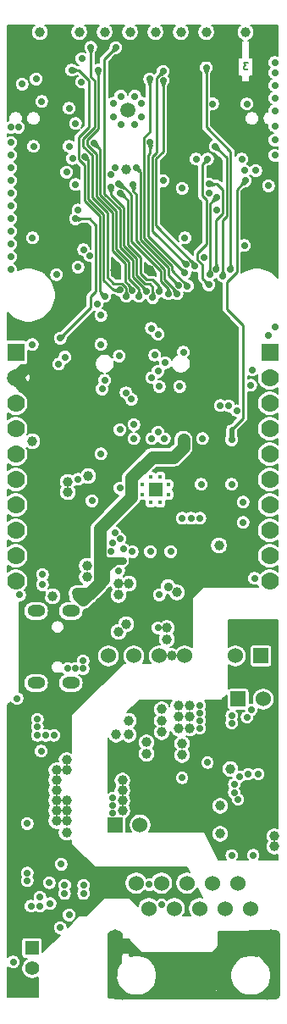
<source format=gbr>
G04 #@! TF.GenerationSoftware,KiCad,Pcbnew,5.1.6-c6e7f7d~87~ubuntu18.04.1*
G04 #@! TF.CreationDate,2022-05-31T16:19:01+03:00*
G04 #@! TF.ProjectId,ESP32-PoE-ISO_Rev_J,45535033-322d-4506-9f45-2d49534f5f52,J*
G04 #@! TF.SameCoordinates,Original*
G04 #@! TF.FileFunction,Copper,L3,Inr*
G04 #@! TF.FilePolarity,Positive*
%FSLAX46Y46*%
G04 Gerber Fmt 4.6, Leading zero omitted, Abs format (unit mm)*
G04 Created by KiCad (PCBNEW 5.1.6-c6e7f7d~87~ubuntu18.04.1) date 2022-05-31 16:19:01*
%MOMM*%
%LPD*%
G01*
G04 APERTURE LIST*
G04 #@! TA.AperFunction,NonConductor*
%ADD10C,0.158750*%
G04 #@! TD*
G04 #@! TA.AperFunction,ViaPad*
%ADD11C,1.524000*%
G04 #@! TD*
G04 #@! TA.AperFunction,ViaPad*
%ADD12R,1.524000X1.524000*%
G04 #@! TD*
G04 #@! TA.AperFunction,ViaPad*
%ADD13C,1.778000*%
G04 #@! TD*
G04 #@! TA.AperFunction,ViaPad*
%ADD14R,1.778000X1.778000*%
G04 #@! TD*
G04 #@! TA.AperFunction,ViaPad*
%ADD15R,0.400000X0.400000*%
G04 #@! TD*
G04 #@! TA.AperFunction,ViaPad*
%ADD16R,1.422400X1.422400*%
G04 #@! TD*
G04 #@! TA.AperFunction,ViaPad*
%ADD17O,1.800000X1.200000*%
G04 #@! TD*
G04 #@! TA.AperFunction,ViaPad*
%ADD18O,1.600000X2.999999*%
G04 #@! TD*
G04 #@! TA.AperFunction,ViaPad*
%ADD19C,1.800000*%
G04 #@! TD*
G04 #@! TA.AperFunction,ViaPad*
%ADD20C,1.500000*%
G04 #@! TD*
G04 #@! TA.AperFunction,ViaPad*
%ADD21C,0.700000*%
G04 #@! TD*
G04 #@! TA.AperFunction,ViaPad*
%ADD22R,1.400000X1.400000*%
G04 #@! TD*
G04 #@! TA.AperFunction,ViaPad*
%ADD23C,1.400000*%
G04 #@! TD*
G04 #@! TA.AperFunction,ViaPad*
%ADD24C,1.000000*%
G04 #@! TD*
G04 #@! TA.AperFunction,ViaPad*
%ADD25C,0.900000*%
G04 #@! TD*
G04 #@! TA.AperFunction,Conductor*
%ADD26C,0.254000*%
G04 #@! TD*
G04 #@! TA.AperFunction,Conductor*
%ADD27C,1.270000*%
G04 #@! TD*
G04 #@! TA.AperFunction,Conductor*
%ADD28C,0.965200*%
G04 #@! TD*
G04 #@! TA.AperFunction,Conductor*
%ADD29C,0.762000*%
G04 #@! TD*
G04 #@! TA.AperFunction,Conductor*
%ADD30C,1.016000*%
G04 #@! TD*
G04 #@! TA.AperFunction,Conductor*
%ADD31C,0.508000*%
G04 #@! TD*
G04 #@! TA.AperFunction,Conductor*
%ADD32C,0.127000*%
G04 #@! TD*
G04 #@! TA.AperFunction,Conductor*
%ADD33C,0.203200*%
G04 #@! TD*
G04 #@! TA.AperFunction,Conductor*
%ADD34C,0.025400*%
G04 #@! TD*
G04 APERTURE END LIST*
D10*
X114638666Y-94267261D02*
X114245571Y-94267261D01*
X114457238Y-94509166D01*
X114366523Y-94509166D01*
X114306047Y-94539404D01*
X114275809Y-94569642D01*
X114245571Y-94630119D01*
X114245571Y-94781309D01*
X114275809Y-94841785D01*
X114306047Y-94872023D01*
X114366523Y-94902261D01*
X114547952Y-94902261D01*
X114608428Y-94872023D01*
X114638666Y-94841785D01*
D11*
X113411000Y-153543000D03*
D12*
X115951000Y-153543000D03*
D11*
X108331000Y-153543000D03*
X105791000Y-153543000D03*
X100711000Y-153543000D03*
X103251000Y-153543000D03*
X103866000Y-170434000D03*
D12*
X101366000Y-170434000D03*
D13*
X116840000Y-146080000D03*
X116840000Y-143540000D03*
X116840000Y-138460000D03*
X116840000Y-141000000D03*
X116840000Y-135920000D03*
X116840000Y-133380000D03*
D14*
X116840000Y-123220000D03*
D13*
X116840000Y-125760000D03*
X116840000Y-128300000D03*
X116840000Y-130840000D03*
X91440000Y-130840000D03*
X91440000Y-128300000D03*
X91440000Y-125760000D03*
D14*
X91440000Y-123220000D03*
D13*
X91440000Y-133380000D03*
X91440000Y-135920000D03*
X91440000Y-141000000D03*
X91440000Y-138460000D03*
X91440000Y-143540000D03*
X91440000Y-146080000D03*
D15*
X106710000Y-137406000D03*
X106710000Y-136406000D03*
X105910000Y-135606000D03*
X104910000Y-135606000D03*
X104110000Y-136406000D03*
X104110000Y-137406000D03*
X104910000Y-138206000D03*
X105910000Y-138206000D03*
D16*
X105410000Y-136906000D03*
D17*
X93476000Y-149054000D03*
X96946000Y-149054000D03*
X96946000Y-156254000D03*
X93476000Y-156254000D03*
D18*
X117000000Y-182393000D03*
X101400000Y-182393000D03*
D11*
X114915000Y-178793000D03*
X113645000Y-176253000D03*
X112375000Y-178793000D03*
X111105000Y-176253000D03*
X109835000Y-178793000D03*
X108565000Y-176253000D03*
X107295000Y-178793000D03*
X106025000Y-176253000D03*
X104755000Y-178793000D03*
X103485000Y-176253000D03*
X116185000Y-157861000D03*
D12*
X113685000Y-157861000D03*
D19*
X107442000Y-167646000D03*
D20*
X102640000Y-98981000D03*
D21*
X101940000Y-97581000D03*
X103340000Y-97581000D03*
X104040000Y-98281000D03*
X104040000Y-99681000D03*
X103340000Y-100381000D03*
X101940000Y-100381000D03*
X101240000Y-99681000D03*
X101240000Y-98281000D03*
D22*
X93070680Y-182740300D03*
D23*
X93073220Y-184769760D03*
D24*
X93091000Y-132080000D03*
X95123000Y-147574000D03*
D21*
X92583000Y-176022000D03*
X92583000Y-175260000D03*
X92583000Y-170307000D03*
X94869000Y-178308000D03*
X94803014Y-176214986D03*
X91821000Y-147447000D03*
X99949000Y-133350000D03*
X97663000Y-135890000D03*
D25*
X106680000Y-146621500D03*
D24*
X107569000Y-147193000D03*
D21*
X117348000Y-94234000D03*
X108966000Y-139785743D03*
X108077000Y-139785743D03*
X109855000Y-139785743D03*
X99060000Y-138049000D03*
D24*
X98679000Y-135572500D03*
D21*
X95250000Y-161480500D03*
X101854000Y-141859000D03*
X110109000Y-131826000D03*
X114173000Y-140208000D03*
X114173000Y-138176000D03*
X115316000Y-145796000D03*
D24*
X111760000Y-142494000D03*
D21*
X91567000Y-157797496D03*
X93599000Y-160655000D03*
D24*
X96520000Y-163957000D03*
X95504000Y-170053000D03*
X95504000Y-169037000D03*
X96520000Y-170053000D03*
X96520000Y-169037000D03*
X96520000Y-171196000D03*
D21*
X93599000Y-159893000D03*
X93599000Y-161480500D03*
X94424500Y-161480500D03*
X98171000Y-154051000D03*
X98171000Y-154813000D03*
X97409000Y-154813000D03*
X96647000Y-154813000D03*
X91186000Y-184150000D03*
X93853000Y-177673000D03*
X92964000Y-178562000D03*
X93853000Y-178562000D03*
D24*
X96520000Y-168021000D03*
X95504000Y-168021000D03*
X95504000Y-167005000D03*
X95504000Y-165989000D03*
X95504000Y-164973000D03*
X96520000Y-164973000D03*
X106553000Y-150749000D03*
X106553000Y-151892000D03*
D21*
X105664000Y-150749000D03*
D24*
X107061000Y-153543000D03*
D21*
X96774000Y-179451000D03*
X106299000Y-131826000D03*
X101340570Y-141256510D03*
X92075000Y-96393000D03*
D24*
X93853000Y-91186000D03*
X110490000Y-91181000D03*
X114427000Y-91186000D03*
X107950000Y-91181000D03*
X105410000Y-91181000D03*
X102870000Y-91181000D03*
X100330000Y-91181000D03*
X97790000Y-91181000D03*
D21*
X99949000Y-119507000D03*
X97663000Y-108966000D03*
X99949000Y-122397010D03*
X109474000Y-103886000D03*
X115443000Y-105029000D03*
D24*
X102498537Y-104904645D03*
D21*
X91694000Y-100711000D03*
X110737084Y-107276396D03*
X94023642Y-98127364D03*
X117348000Y-96520000D03*
X117348000Y-99060000D03*
X117348000Y-101981000D03*
X117348000Y-103505000D03*
X95884997Y-180721003D03*
X116713000Y-121539000D03*
X117348000Y-120650000D03*
X90932000Y-113665000D03*
X90932000Y-114935000D03*
X90932000Y-111125000D03*
X90932000Y-108585000D03*
X90932000Y-106045000D03*
X90932000Y-103505000D03*
X90932000Y-100711000D03*
X90932000Y-109855000D03*
X90932000Y-112395000D03*
X90932000Y-107315000D03*
X90932000Y-104775000D03*
X90932000Y-102235000D03*
X117348000Y-95250000D03*
X117348000Y-97790000D03*
X117348000Y-100584000D03*
D24*
X96647000Y-137160000D03*
X96647000Y-136144000D03*
D21*
X106172000Y-95123000D03*
X111125000Y-98349688D03*
X108473816Y-114426558D03*
X116713000Y-106553000D03*
X114554000Y-98361500D03*
X94107000Y-147447000D03*
X102743000Y-126365000D03*
X102743000Y-125603000D03*
X97028000Y-130937000D03*
X97028000Y-129921000D03*
D24*
X97790000Y-132461000D03*
X97790000Y-131445000D03*
X97790000Y-130429000D03*
X97790000Y-129413000D03*
X108839000Y-147193000D03*
X108839000Y-146177000D03*
X93980000Y-92456000D03*
X97155000Y-92456000D03*
X104828205Y-115004027D03*
D21*
X114681000Y-102870000D03*
D24*
X97790000Y-128397000D03*
D21*
X97028000Y-128905000D03*
D24*
X101351221Y-115004129D03*
D21*
X104902000Y-143129000D03*
X105791000Y-147447000D03*
X93980000Y-163067994D03*
X103091479Y-143129000D03*
X106934000Y-143129000D03*
X95979490Y-174371000D03*
X101727000Y-145034000D03*
X94107000Y-146431000D03*
X98016923Y-96157588D03*
X93472000Y-95885000D03*
X93218000Y-102616000D03*
X93091000Y-122428000D03*
X96774000Y-102611000D03*
X103759000Y-117602000D03*
X99267901Y-102281101D03*
X97663000Y-114681000D03*
X102235000Y-142875000D03*
X94107000Y-145415000D03*
X98044000Y-93853000D03*
X104521000Y-117094000D03*
X101442065Y-92740935D03*
X99665224Y-94982570D03*
X103095155Y-116995845D03*
X105332150Y-123474968D03*
X108204000Y-123190000D03*
X100330000Y-117602000D03*
X97022988Y-94991000D03*
X102489000Y-117602000D03*
X98933000Y-92710000D03*
X106410622Y-124236990D03*
X99568000Y-118364000D03*
X96520000Y-105188112D03*
X115062000Y-124968000D03*
X102480368Y-127243213D03*
X107823000Y-126619000D03*
X95734918Y-124370313D03*
X110744000Y-106360987D03*
X111483610Y-114897258D03*
X111506000Y-108966000D03*
X95885000Y-121793000D03*
X105664000Y-121377962D03*
X97409004Y-109855000D03*
X105791000Y-117093996D03*
X105001995Y-120804005D03*
X101917500Y-107251500D03*
X111887000Y-128523990D03*
X106680000Y-117348000D03*
X97409000Y-106426000D03*
X101735871Y-106380069D03*
X112747155Y-128552845D03*
X105791000Y-126619000D03*
X108077000Y-106807000D03*
X107569000Y-117348000D03*
X103197882Y-106426000D03*
X105029000Y-125730000D03*
X113538000Y-129032000D03*
X103535990Y-104775000D03*
X107725201Y-116522765D03*
X97106584Y-103822506D03*
X101854000Y-116967000D03*
X98331845Y-103631997D03*
X97536000Y-147279360D03*
X98044000Y-148082000D03*
X98552000Y-147447000D03*
X102108000Y-144018000D03*
X108204000Y-132715000D03*
X108204000Y-131953000D03*
X106172000Y-106045000D03*
X100918728Y-105439478D03*
X114300000Y-105029000D03*
X101351642Y-104734826D03*
D24*
X102108000Y-167005000D03*
X102108000Y-165989000D03*
X117284500Y-171577000D03*
X117284500Y-172593000D03*
D21*
X113030000Y-159512000D03*
X109855000Y-158496000D03*
D24*
X108839000Y-158496000D03*
X108839000Y-160782000D03*
X108839000Y-159639000D03*
D21*
X109855000Y-159258000D03*
X109855000Y-160020000D03*
X109855000Y-160782000D03*
D24*
X107696000Y-159639000D03*
X107696000Y-160782000D03*
X107696000Y-158496000D03*
D21*
X101092000Y-167767000D03*
X101092000Y-168529000D03*
X101092000Y-169291000D03*
D24*
X102108000Y-168021000D03*
X102108000Y-169037000D03*
D21*
X113030000Y-160254190D03*
D24*
X102489000Y-150368000D03*
X101727000Y-151130000D03*
X102743000Y-146304000D03*
X101727000Y-146304000D03*
X101727000Y-147447000D03*
X98552000Y-145669000D03*
X98552000Y-144526000D03*
D21*
X108077000Y-165735000D03*
D24*
X108077000Y-163449000D03*
X108077000Y-162306000D03*
D21*
X115011196Y-158927796D03*
X113030000Y-173482000D03*
D24*
X111887000Y-168529000D03*
X111887000Y-171323000D03*
D21*
X113284000Y-167195500D03*
X113284000Y-166370000D03*
X113792000Y-165608000D03*
X113665000Y-167894000D03*
X114681000Y-165354000D03*
X115697000Y-165354000D03*
X115189000Y-173450250D03*
X104879966Y-102235006D03*
X108340480Y-115242751D03*
X97408988Y-100330000D03*
X104824902Y-95877377D03*
X108615968Y-116559331D03*
X112903000Y-114935000D03*
X110488013Y-94743983D03*
X101790500Y-123571000D03*
X100330005Y-125984000D03*
X98824640Y-113531177D03*
X110252304Y-113679903D03*
X100076000Y-126873000D03*
X114300000Y-112522000D03*
X98220630Y-112945570D03*
X113030000Y-131953000D03*
X113030000Y-136398000D03*
X102997000Y-127889000D03*
X103250997Y-130428997D03*
X105029000Y-131826000D03*
X103251000Y-131826000D03*
X109981990Y-136398000D03*
X114396010Y-106045000D03*
X111506000Y-107696000D03*
X95529400Y-115412010D03*
X110856314Y-115436190D03*
X105664000Y-125095000D03*
X96361993Y-123666999D03*
X111379000Y-102616000D03*
X112141000Y-115570000D03*
X96774000Y-98806000D03*
X106172000Y-96012000D03*
X109378372Y-114532519D03*
X105664000Y-131191000D03*
X101854000Y-130937000D03*
X101854000Y-136779000D03*
X114935000Y-126492000D03*
X110617000Y-103886000D03*
X114046000Y-103886000D03*
X110744000Y-116459000D03*
X105132644Y-117721516D03*
X100953289Y-106647490D03*
X100965006Y-143129000D03*
X98234500Y-177293513D03*
X104775000Y-176402960D03*
X98234500Y-176466500D03*
X106044996Y-178435000D03*
X96329499Y-177294710D03*
X96330699Y-176467699D03*
D24*
X114935000Y-181483000D03*
X102870000Y-182880000D03*
X114935000Y-182880000D03*
X113538000Y-182880000D03*
X112395000Y-185420000D03*
X111125000Y-184150000D03*
X109855000Y-185420000D03*
X117387990Y-185420000D03*
X117387990Y-187387990D03*
X111125000Y-186690000D03*
X108585000Y-186690000D03*
X108585000Y-184150000D03*
X107315000Y-185420000D03*
X106045000Y-186690000D03*
X106045000Y-184150000D03*
X101092000Y-187325000D03*
X101092000Y-185420000D03*
D21*
X101092000Y-142240000D03*
X93121979Y-111760000D03*
X108363502Y-111756863D03*
D24*
X102743000Y-161417000D03*
X102743000Y-160020000D03*
X104521000Y-162179000D03*
X104521000Y-163322000D03*
X106045000Y-158877000D03*
X106045000Y-160020000D03*
X106045000Y-161163000D03*
X101473000Y-161417000D03*
D21*
X114565912Y-159674791D03*
X110617000Y-164211000D03*
D24*
X112903000Y-164846000D03*
X105156000Y-166624000D03*
X105156000Y-167640000D03*
X105156000Y-168656000D03*
X106807000Y-163449000D03*
X106807000Y-162306000D03*
D26*
X105092489Y-103664681D02*
X105092489Y-111045231D01*
X105092489Y-111045231D02*
X108473816Y-114426558D01*
X105506003Y-103251167D02*
X105092489Y-103664681D01*
X105506003Y-95788997D02*
X105506003Y-103251167D01*
X106172000Y-95123000D02*
X105506003Y-95788997D01*
X99888223Y-102901423D02*
X99267901Y-102281101D01*
X99888223Y-107481990D02*
X99888223Y-102901423D01*
X101473011Y-109066778D02*
X99888223Y-107481990D01*
X103759000Y-116805490D02*
X102743011Y-115789501D01*
X101473011Y-112872269D02*
X101473011Y-109066778D01*
X103759000Y-117602000D02*
X103759000Y-116805490D01*
X102743011Y-114142269D02*
X101473011Y-112872269D01*
X102743011Y-115789501D02*
X102743011Y-114142269D01*
X101854022Y-112714450D02*
X101854022Y-108908959D01*
X100269234Y-107324171D02*
X100269234Y-93913766D01*
X103124022Y-113984450D02*
X101854022Y-112714450D01*
X100269234Y-93913766D02*
X101442065Y-92740935D01*
X103124022Y-115631682D02*
X103124022Y-113984450D01*
X104521000Y-117028660D02*
X103124022Y-115631682D01*
X104521000Y-117094000D02*
X104521000Y-117028660D01*
X101854022Y-108908959D02*
X100269234Y-107324171D01*
X103095155Y-116803687D02*
X103095155Y-116995845D01*
X102362000Y-116070532D02*
X103095155Y-116803687D01*
X101092000Y-113030088D02*
X102362000Y-114300088D01*
X99507212Y-107639809D02*
X101092000Y-109224597D01*
X98552011Y-102459133D02*
X99507212Y-103414334D01*
X99507212Y-103414334D02*
X99507212Y-107639809D01*
X99695000Y-95012346D02*
X99695000Y-100833076D01*
X99665224Y-94982570D02*
X99695000Y-95012346D01*
X99695000Y-100833076D02*
X98552011Y-101976065D01*
X102362000Y-114300088D02*
X102362000Y-116070532D01*
X101092000Y-109224597D02*
X101092000Y-113030088D01*
X98552011Y-101976065D02*
X98552011Y-102459133D01*
X97749246Y-94991000D02*
X97022988Y-94991000D01*
X98783405Y-96025159D02*
X97749246Y-94991000D01*
X98783405Y-100667011D02*
X98783405Y-96025159D01*
X97726500Y-101723916D02*
X98783405Y-100667011D01*
X99822000Y-117094000D02*
X99822000Y-109571087D01*
X100330000Y-117602000D02*
X99822000Y-117094000D01*
X99822000Y-109571087D02*
X98298000Y-108047087D01*
X98298000Y-108047087D02*
X98298000Y-104492074D01*
X98298000Y-104492074D02*
X97726500Y-103920574D01*
X97726500Y-103920574D02*
X97726500Y-101723916D01*
X100584022Y-109255449D02*
X99060011Y-107731438D01*
X99060011Y-107731438D02*
X99060011Y-103505963D01*
X98171000Y-102616952D02*
X98171000Y-101818246D01*
X98171000Y-101818246D02*
X99313989Y-100675257D01*
X98933000Y-95635924D02*
X98933000Y-92710000D01*
X99313989Y-100675257D02*
X99313989Y-96016913D01*
X102084649Y-116332011D02*
X101219011Y-116332011D01*
X99313989Y-96016913D02*
X98933000Y-95635924D01*
X100584022Y-115697022D02*
X100584022Y-109255449D01*
X102489000Y-116736362D02*
X102084649Y-116332011D01*
X102489000Y-117602000D02*
X102489000Y-116736362D01*
X101219011Y-116332011D02*
X100584022Y-115697022D01*
X99060011Y-103505963D02*
X98171000Y-102616952D01*
X111567987Y-106360987D02*
X112141000Y-106934000D01*
X110744000Y-106360987D02*
X111567987Y-106360987D01*
X112141000Y-106934000D02*
X112141000Y-109347000D01*
X112141000Y-109347000D02*
X111483610Y-110004390D01*
X111483610Y-110004390D02*
X111483610Y-114897258D01*
X98806000Y-109855000D02*
X97409004Y-109855000D01*
X99441000Y-110490000D02*
X98806000Y-109855000D01*
X99441000Y-117094000D02*
X99441000Y-110490000D01*
X98933000Y-117602000D02*
X99441000Y-117094000D01*
X95885000Y-121793000D02*
X98933000Y-118745000D01*
X98933000Y-118745000D02*
X98933000Y-117602000D01*
X102616044Y-107950044D02*
X101917500Y-107251500D01*
X105791000Y-117093996D02*
X105791000Y-116599022D01*
X103886044Y-113668812D02*
X102616044Y-112398812D01*
X102616044Y-112398812D02*
X102616044Y-107950044D01*
X104521000Y-115951000D02*
X103886044Y-115316044D01*
X103886044Y-115316044D02*
X103886044Y-113668812D01*
X105142978Y-115951000D02*
X104521000Y-115951000D01*
X105791000Y-116599022D02*
X105142978Y-115951000D01*
X101935069Y-106380069D02*
X101735871Y-106380069D01*
X106680000Y-116870830D02*
X105917967Y-116108797D01*
X105917967Y-116108797D02*
X105917967Y-115027457D01*
X106680000Y-117348000D02*
X106680000Y-116870830D01*
X105917967Y-115027457D02*
X102997055Y-112106545D01*
X102997055Y-112106545D02*
X102997055Y-107442055D01*
X102997055Y-107442055D02*
X101935069Y-106380069D01*
X103197882Y-107071382D02*
X103197882Y-106426000D01*
X107569000Y-117221000D02*
X106298978Y-115950978D01*
X107569000Y-117348000D02*
X107569000Y-117221000D01*
X106298978Y-115950978D02*
X106298978Y-114869638D01*
X103473999Y-112044659D02*
X103473999Y-107347499D01*
X106298978Y-114869638D02*
X103473999Y-112044659D01*
X103473999Y-107347499D02*
X103197882Y-107071382D01*
X103535990Y-104775000D02*
X103885989Y-105124999D01*
X106679989Y-115477553D02*
X107725201Y-116522765D01*
X106679989Y-114711819D02*
X106679989Y-115477553D01*
X103885989Y-111917819D02*
X106679989Y-114711819D01*
X103885989Y-105124999D02*
X103885989Y-111917819D01*
X100203011Y-109413268D02*
X98679000Y-107889257D01*
X98679000Y-107889257D02*
X98679000Y-103979152D01*
X98679000Y-103979152D02*
X98331845Y-103631997D01*
X101854000Y-116967000D02*
X101188170Y-116967000D01*
X101188170Y-116967000D02*
X100203011Y-115981841D01*
X100203011Y-115981841D02*
X100203011Y-109413268D01*
D27*
X99822000Y-140843000D02*
X102997000Y-137668000D01*
X107251500Y-133667500D02*
X108204000Y-132715000D01*
X99822000Y-143764000D02*
X99822000Y-140843000D01*
X102997000Y-137668000D02*
X102997000Y-135763000D01*
X102997000Y-135763000D02*
X105092500Y-133667500D01*
X105092500Y-133667500D02*
X107251500Y-133667500D01*
X108204000Y-132715000D02*
X108204000Y-131953000D01*
X99504500Y-146621500D02*
X98171000Y-147955000D01*
D28*
X97536000Y-147279360D02*
X97536000Y-147574000D01*
X97536000Y-147574000D02*
X98044000Y-148082000D01*
D27*
X99631500Y-146494500D02*
X100203000Y-145923000D01*
X99822000Y-146304000D02*
X99631500Y-146494500D01*
X98679000Y-147447000D02*
X99631500Y-146494500D01*
X99822000Y-143764000D02*
X99822000Y-146304000D01*
X100203000Y-144145000D02*
X99822000Y-143764000D01*
X100203000Y-145161000D02*
X100203000Y-144145000D01*
D29*
X102108000Y-144018000D02*
X101346000Y-144018000D01*
D27*
X100203000Y-145923000D02*
X100203000Y-145161000D01*
D29*
X101346000Y-144018000D02*
X100203000Y-145161000D01*
X102108000Y-144018000D02*
X100330000Y-144018000D01*
X100330000Y-144018000D02*
X100203000Y-144145000D01*
D27*
X98552000Y-147447000D02*
X98679000Y-147447000D01*
D29*
X98552000Y-147574000D02*
X98552000Y-147447000D01*
X98044000Y-148082000D02*
X98552000Y-147574000D01*
D30*
X98384360Y-147279360D02*
X97536000Y-147279360D01*
X98552000Y-147447000D02*
X98384360Y-147279360D01*
D26*
X104671152Y-111573423D02*
X104671152Y-103481848D01*
X108340480Y-115242751D02*
X104671152Y-111573423D01*
X104671152Y-103481848D02*
X104879966Y-103273034D01*
X104879966Y-103273034D02*
X104879966Y-102235006D01*
X107061000Y-115004363D02*
X107061000Y-114554000D01*
X108615968Y-116559331D02*
X107061000Y-115004363D01*
X107061000Y-114554000D02*
X104275965Y-111768965D01*
X104824902Y-101169098D02*
X104824902Y-95877377D01*
X104275965Y-111768965D02*
X104275965Y-101718035D01*
X104275965Y-101718035D02*
X104824902Y-101169098D01*
X110488013Y-100709013D02*
X112903000Y-103124000D01*
X110488013Y-94743983D02*
X110488013Y-100709013D01*
X112903000Y-114935000D02*
X112903000Y-103124000D01*
D31*
X113030000Y-131953000D02*
X113030000Y-130937000D01*
D26*
X113538000Y-106903010D02*
X114396010Y-106045000D01*
X114173000Y-120523000D02*
X112522000Y-118872000D01*
X114173000Y-129794000D02*
X114173000Y-120523000D01*
X113030000Y-130937000D02*
X114173000Y-129794000D01*
X113538000Y-115189000D02*
X113538000Y-106903010D01*
X112522000Y-118872000D02*
X112522000Y-116205000D01*
X112522000Y-116205000D02*
X113538000Y-115189000D01*
X110871011Y-114926519D02*
X110856314Y-114941216D01*
X110856314Y-114941216D02*
X110856314Y-115436190D01*
X110871011Y-108330989D02*
X110871011Y-114926519D01*
X111506000Y-107696000D02*
X110871011Y-108330989D01*
X112141000Y-109982000D02*
X112522000Y-109601000D01*
X112141000Y-115570000D02*
X112141000Y-109982000D01*
X112522000Y-109601000D02*
X112522000Y-103759000D01*
X112522000Y-103759000D02*
X111379000Y-102616000D01*
X106172000Y-96012000D02*
X106172000Y-103124000D01*
X106172000Y-103124000D02*
X105473500Y-103822500D01*
X105473500Y-103822500D02*
X105473500Y-110532318D01*
X105473500Y-110532318D02*
X109378372Y-114437190D01*
X109378372Y-114437190D02*
X109378372Y-114532519D01*
X110109000Y-104394000D02*
X110617000Y-103886000D01*
X110109000Y-107569000D02*
X110109000Y-104394000D01*
X110490000Y-107950000D02*
X110109000Y-107569000D01*
X110744000Y-116459000D02*
X110109000Y-115824000D01*
X110109000Y-114405229D02*
X109631995Y-113928224D01*
X110109000Y-115824000D02*
X110109000Y-114405229D01*
X109631995Y-113928224D02*
X109631995Y-113253005D01*
X109631995Y-113253005D02*
X110490000Y-112395000D01*
X110490000Y-112395000D02*
X110490000Y-107950000D01*
X105132644Y-116647559D02*
X104817096Y-116332011D01*
X104363181Y-116332011D02*
X103505033Y-115473863D01*
X100953289Y-107466269D02*
X100953289Y-106647490D01*
X105132644Y-117721516D02*
X105132644Y-116647559D01*
X102235033Y-108748013D02*
X100953289Y-107466269D01*
X103505033Y-115473863D02*
X103505033Y-113826631D01*
X102235033Y-112556631D02*
X102235033Y-108748013D01*
X104817096Y-116332011D02*
X104363181Y-116332011D01*
X103505033Y-113826631D02*
X102235033Y-112556631D01*
D30*
X117387990Y-181522990D02*
X117348000Y-181483000D01*
X117348000Y-181483000D02*
X114935000Y-181483000D01*
X117387990Y-185420000D02*
X117387990Y-181522990D01*
X101228042Y-181610000D02*
X101346000Y-181610000D01*
X101092000Y-181746042D02*
X101228042Y-181610000D01*
D31*
X117387990Y-187387990D02*
X117133990Y-187641990D01*
X117133990Y-187641990D02*
X111125000Y-187641990D01*
X111125000Y-187641990D02*
X111125000Y-186690000D01*
D30*
X117387990Y-185420000D02*
X117387990Y-187387990D01*
X114935000Y-182880000D02*
X115733802Y-182880000D01*
X115733802Y-182880000D02*
X117387990Y-184534188D01*
X117387990Y-184534188D02*
X117387990Y-184712894D01*
X117387990Y-184712894D02*
X117387990Y-185420000D01*
X117094000Y-182880000D02*
X114935000Y-182880000D01*
X117094000Y-181483000D02*
X117094000Y-182880000D01*
X114935000Y-181483000D02*
X117094000Y-181483000D01*
D29*
X102162894Y-182880000D02*
X101473000Y-182880000D01*
X102870000Y-182880000D02*
X102162894Y-182880000D01*
D31*
X101408990Y-187641990D02*
X101092000Y-187325000D01*
X111125000Y-187641990D02*
X101408990Y-187641990D01*
D30*
X101092000Y-185420000D02*
X101092000Y-181746042D01*
D32*
G36*
X93299491Y-90511548D02*
G01*
X93178548Y-90632491D01*
X93083523Y-90774706D01*
X93018069Y-90932726D01*
X92984700Y-91100480D01*
X92984700Y-91271520D01*
X93018069Y-91439274D01*
X93083523Y-91597294D01*
X93178548Y-91739509D01*
X93299491Y-91860452D01*
X93441706Y-91955477D01*
X93599726Y-92020931D01*
X93767480Y-92054300D01*
X93938520Y-92054300D01*
X94106274Y-92020931D01*
X94264294Y-91955477D01*
X94406509Y-91860452D01*
X94527452Y-91739509D01*
X94622477Y-91597294D01*
X94687931Y-91439274D01*
X94721300Y-91271520D01*
X94721300Y-91100480D01*
X94687931Y-90932726D01*
X94622477Y-90774706D01*
X94527452Y-90632491D01*
X94406509Y-90511548D01*
X94382192Y-90495300D01*
X97253325Y-90495300D01*
X97236491Y-90506548D01*
X97115548Y-90627491D01*
X97020523Y-90769706D01*
X96955069Y-90927726D01*
X96921700Y-91095480D01*
X96921700Y-91266520D01*
X96955069Y-91434274D01*
X97020523Y-91592294D01*
X97115548Y-91734509D01*
X97236491Y-91855452D01*
X97378706Y-91950477D01*
X97536726Y-92015931D01*
X97704480Y-92049300D01*
X97875520Y-92049300D01*
X98043274Y-92015931D01*
X98201294Y-91950477D01*
X98343509Y-91855452D01*
X98464452Y-91734509D01*
X98559477Y-91592294D01*
X98624931Y-91434274D01*
X98658300Y-91266520D01*
X98658300Y-91095480D01*
X98624931Y-90927726D01*
X98559477Y-90769706D01*
X98464452Y-90627491D01*
X98343509Y-90506548D01*
X98326675Y-90495300D01*
X99793325Y-90495300D01*
X99776491Y-90506548D01*
X99655548Y-90627491D01*
X99560523Y-90769706D01*
X99495069Y-90927726D01*
X99461700Y-91095480D01*
X99461700Y-91266520D01*
X99495069Y-91434274D01*
X99560523Y-91592294D01*
X99655548Y-91734509D01*
X99776491Y-91855452D01*
X99918706Y-91950477D01*
X100076726Y-92015931D01*
X100244480Y-92049300D01*
X100415520Y-92049300D01*
X100583274Y-92015931D01*
X100741294Y-91950477D01*
X100883509Y-91855452D01*
X101004452Y-91734509D01*
X101099477Y-91592294D01*
X101164931Y-91434274D01*
X101198300Y-91266520D01*
X101198300Y-91095480D01*
X101164931Y-90927726D01*
X101099477Y-90769706D01*
X101004452Y-90627491D01*
X100883509Y-90506548D01*
X100866675Y-90495300D01*
X102333325Y-90495300D01*
X102316491Y-90506548D01*
X102195548Y-90627491D01*
X102100523Y-90769706D01*
X102035069Y-90927726D01*
X102001700Y-91095480D01*
X102001700Y-91266520D01*
X102035069Y-91434274D01*
X102100523Y-91592294D01*
X102195548Y-91734509D01*
X102316491Y-91855452D01*
X102458706Y-91950477D01*
X102616726Y-92015931D01*
X102784480Y-92049300D01*
X102955520Y-92049300D01*
X103123274Y-92015931D01*
X103281294Y-91950477D01*
X103423509Y-91855452D01*
X103544452Y-91734509D01*
X103639477Y-91592294D01*
X103704931Y-91434274D01*
X103738300Y-91266520D01*
X103738300Y-91095480D01*
X103704931Y-90927726D01*
X103639477Y-90769706D01*
X103544452Y-90627491D01*
X103423509Y-90506548D01*
X103406675Y-90495300D01*
X104873325Y-90495300D01*
X104856491Y-90506548D01*
X104735548Y-90627491D01*
X104640523Y-90769706D01*
X104575069Y-90927726D01*
X104541700Y-91095480D01*
X104541700Y-91266520D01*
X104575069Y-91434274D01*
X104640523Y-91592294D01*
X104735548Y-91734509D01*
X104856491Y-91855452D01*
X104998706Y-91950477D01*
X105156726Y-92015931D01*
X105324480Y-92049300D01*
X105495520Y-92049300D01*
X105663274Y-92015931D01*
X105821294Y-91950477D01*
X105963509Y-91855452D01*
X106084452Y-91734509D01*
X106179477Y-91592294D01*
X106244931Y-91434274D01*
X106278300Y-91266520D01*
X106278300Y-91095480D01*
X106244931Y-90927726D01*
X106179477Y-90769706D01*
X106084452Y-90627491D01*
X105963509Y-90506548D01*
X105946675Y-90495300D01*
X107413325Y-90495300D01*
X107396491Y-90506548D01*
X107275548Y-90627491D01*
X107180523Y-90769706D01*
X107115069Y-90927726D01*
X107081700Y-91095480D01*
X107081700Y-91266520D01*
X107115069Y-91434274D01*
X107180523Y-91592294D01*
X107275548Y-91734509D01*
X107396491Y-91855452D01*
X107538706Y-91950477D01*
X107696726Y-92015931D01*
X107864480Y-92049300D01*
X108035520Y-92049300D01*
X108203274Y-92015931D01*
X108361294Y-91950477D01*
X108503509Y-91855452D01*
X108624452Y-91734509D01*
X108719477Y-91592294D01*
X108784931Y-91434274D01*
X108818300Y-91266520D01*
X108818300Y-91095480D01*
X108784931Y-90927726D01*
X108719477Y-90769706D01*
X108624452Y-90627491D01*
X108503509Y-90506548D01*
X108486675Y-90495300D01*
X109953325Y-90495300D01*
X109936491Y-90506548D01*
X109815548Y-90627491D01*
X109720523Y-90769706D01*
X109655069Y-90927726D01*
X109621700Y-91095480D01*
X109621700Y-91266520D01*
X109655069Y-91434274D01*
X109720523Y-91592294D01*
X109815548Y-91734509D01*
X109936491Y-91855452D01*
X110078706Y-91950477D01*
X110236726Y-92015931D01*
X110404480Y-92049300D01*
X110575520Y-92049300D01*
X110743274Y-92015931D01*
X110901294Y-91950477D01*
X111043509Y-91855452D01*
X111164452Y-91734509D01*
X111259477Y-91592294D01*
X111324931Y-91434274D01*
X111358300Y-91266520D01*
X111358300Y-91095480D01*
X111324931Y-90927726D01*
X111259477Y-90769706D01*
X111164452Y-90627491D01*
X111043509Y-90506548D01*
X111026675Y-90495300D01*
X113897808Y-90495300D01*
X113873491Y-90511548D01*
X113752548Y-90632491D01*
X113657523Y-90774706D01*
X113592069Y-90932726D01*
X113558700Y-91100480D01*
X113558700Y-91271520D01*
X113592069Y-91439274D01*
X113657523Y-91597294D01*
X113752548Y-91739509D01*
X113873491Y-91860452D01*
X114015706Y-91955477D01*
X114150958Y-92011500D01*
X114046000Y-92011500D01*
X114033612Y-92012720D01*
X114021700Y-92016334D01*
X114010721Y-92022202D01*
X114001099Y-92030099D01*
X113993202Y-92039721D01*
X113987334Y-92050700D01*
X113983720Y-92062612D01*
X113982500Y-92075000D01*
X113982500Y-93749812D01*
X113676944Y-93749812D01*
X113676944Y-95597662D01*
X113982500Y-95597662D01*
X113982500Y-96139000D01*
X113983720Y-96151388D01*
X113987334Y-96163300D01*
X113993202Y-96174279D01*
X114001099Y-96183901D01*
X114010721Y-96191798D01*
X114021700Y-96197666D01*
X114033612Y-96201280D01*
X114046000Y-96202500D01*
X114808000Y-96202500D01*
X114820388Y-96201280D01*
X114832300Y-96197666D01*
X114843279Y-96191798D01*
X114852901Y-96183901D01*
X114860798Y-96174279D01*
X114866666Y-96163300D01*
X114870280Y-96151388D01*
X114871500Y-96139000D01*
X114871500Y-95597662D01*
X115177056Y-95597662D01*
X115177056Y-93749812D01*
X114871500Y-93749812D01*
X114871500Y-92075000D01*
X114870280Y-92062612D01*
X114866666Y-92050700D01*
X114860798Y-92039721D01*
X114852901Y-92030099D01*
X114843279Y-92022202D01*
X114832300Y-92016334D01*
X114820388Y-92012720D01*
X114808000Y-92011500D01*
X114703042Y-92011500D01*
X114838294Y-91955477D01*
X114980509Y-91860452D01*
X115101452Y-91739509D01*
X115196477Y-91597294D01*
X115261931Y-91439274D01*
X115295300Y-91271520D01*
X115295300Y-91100480D01*
X115261931Y-90932726D01*
X115196477Y-90774706D01*
X115101452Y-90632491D01*
X114980509Y-90511548D01*
X114956192Y-90495300D01*
X117654701Y-90495300D01*
X117654701Y-93583556D01*
X117557521Y-93543303D01*
X117418746Y-93515700D01*
X117277254Y-93515700D01*
X117138479Y-93543303D01*
X117007757Y-93597450D01*
X116890110Y-93676060D01*
X116790060Y-93776110D01*
X116711450Y-93893757D01*
X116657303Y-94024479D01*
X116629700Y-94163254D01*
X116629700Y-94304746D01*
X116657303Y-94443521D01*
X116711450Y-94574243D01*
X116790060Y-94691890D01*
X116840170Y-94742000D01*
X116790060Y-94792110D01*
X116711450Y-94909757D01*
X116657303Y-95040479D01*
X116629700Y-95179254D01*
X116629700Y-95320746D01*
X116657303Y-95459521D01*
X116711450Y-95590243D01*
X116790060Y-95707890D01*
X116890110Y-95807940D01*
X117005437Y-95885000D01*
X116890110Y-95962060D01*
X116790060Y-96062110D01*
X116711450Y-96179757D01*
X116657303Y-96310479D01*
X116629700Y-96449254D01*
X116629700Y-96590746D01*
X116657303Y-96729521D01*
X116711450Y-96860243D01*
X116790060Y-96977890D01*
X116890110Y-97077940D01*
X117005437Y-97155000D01*
X116890110Y-97232060D01*
X116790060Y-97332110D01*
X116711450Y-97449757D01*
X116657303Y-97580479D01*
X116629700Y-97719254D01*
X116629700Y-97860746D01*
X116657303Y-97999521D01*
X116711450Y-98130243D01*
X116790060Y-98247890D01*
X116890110Y-98347940D01*
X117005437Y-98425000D01*
X116890110Y-98502060D01*
X116790060Y-98602110D01*
X116711450Y-98719757D01*
X116657303Y-98850479D01*
X116629700Y-98989254D01*
X116629700Y-99130746D01*
X116631308Y-99138830D01*
X116518757Y-99185450D01*
X116401110Y-99264060D01*
X116301060Y-99364110D01*
X116222450Y-99481757D01*
X116168303Y-99612479D01*
X116140700Y-99751254D01*
X116140700Y-99892746D01*
X116168303Y-100031521D01*
X116222450Y-100162243D01*
X116301060Y-100279890D01*
X116401110Y-100379940D01*
X116518757Y-100458550D01*
X116631308Y-100505170D01*
X116629700Y-100513254D01*
X116629700Y-100654746D01*
X116657303Y-100793521D01*
X116711450Y-100924243D01*
X116790060Y-101041890D01*
X116890110Y-101141940D01*
X117007757Y-101220550D01*
X117138479Y-101274697D01*
X117177709Y-101282500D01*
X117138479Y-101290303D01*
X117007757Y-101344450D01*
X116890110Y-101423060D01*
X116790060Y-101523110D01*
X116711450Y-101640757D01*
X116657303Y-101771479D01*
X116629700Y-101910254D01*
X116629700Y-102051746D01*
X116657303Y-102190521D01*
X116711450Y-102321243D01*
X116790060Y-102438890D01*
X116890110Y-102538940D01*
X117007757Y-102617550D01*
X117138479Y-102671697D01*
X117277254Y-102699300D01*
X117418746Y-102699300D01*
X117557521Y-102671697D01*
X117654701Y-102631444D01*
X117654701Y-102854556D01*
X117557521Y-102814303D01*
X117418746Y-102786700D01*
X117277254Y-102786700D01*
X117138479Y-102814303D01*
X117007757Y-102868450D01*
X116890110Y-102947060D01*
X116790060Y-103047110D01*
X116711450Y-103164757D01*
X116657303Y-103295479D01*
X116629700Y-103434254D01*
X116629700Y-103575746D01*
X116657303Y-103714521D01*
X116711450Y-103845243D01*
X116790060Y-103962890D01*
X116890110Y-104062940D01*
X117007757Y-104141550D01*
X117138479Y-104195697D01*
X117277254Y-104223300D01*
X117418746Y-104223300D01*
X117557521Y-104195697D01*
X117654701Y-104155444D01*
X117654701Y-115722233D01*
X117299755Y-115367287D01*
X116855324Y-115070328D01*
X116361499Y-114865779D01*
X115837256Y-114761500D01*
X115302744Y-114761500D01*
X114778501Y-114865779D01*
X114284676Y-115070328D01*
X114030668Y-115240051D01*
X114033300Y-115213327D01*
X114033300Y-115213317D01*
X114035695Y-115189000D01*
X114033300Y-115164683D01*
X114033300Y-113189013D01*
X114090479Y-113212697D01*
X114229254Y-113240300D01*
X114370746Y-113240300D01*
X114509521Y-113212697D01*
X114640243Y-113158550D01*
X114757890Y-113079940D01*
X114857940Y-112979890D01*
X114936550Y-112862243D01*
X114990697Y-112731521D01*
X115018300Y-112592746D01*
X115018300Y-112451254D01*
X114990697Y-112312479D01*
X114936550Y-112181757D01*
X114857940Y-112064110D01*
X114757890Y-111964060D01*
X114640243Y-111885450D01*
X114509521Y-111831303D01*
X114370746Y-111803700D01*
X114229254Y-111803700D01*
X114090479Y-111831303D01*
X114033300Y-111854987D01*
X114033300Y-107108169D01*
X114361038Y-106780432D01*
X114371430Y-106770737D01*
X114375732Y-106767272D01*
X114378524Y-106765356D01*
X114380000Y-106764509D01*
X114380564Y-106764244D01*
X114380682Y-106764200D01*
X114380975Y-106764119D01*
X114382064Y-106763912D01*
X114384563Y-106763646D01*
X114396998Y-106763300D01*
X114466756Y-106763300D01*
X114605531Y-106735697D01*
X114736253Y-106681550D01*
X114853900Y-106602940D01*
X114953950Y-106502890D01*
X114967738Y-106482254D01*
X115994700Y-106482254D01*
X115994700Y-106623746D01*
X116022303Y-106762521D01*
X116076450Y-106893243D01*
X116155060Y-107010890D01*
X116255110Y-107110940D01*
X116372757Y-107189550D01*
X116503479Y-107243697D01*
X116642254Y-107271300D01*
X116783746Y-107271300D01*
X116922521Y-107243697D01*
X117053243Y-107189550D01*
X117170890Y-107110940D01*
X117270940Y-107010890D01*
X117349550Y-106893243D01*
X117403697Y-106762521D01*
X117431300Y-106623746D01*
X117431300Y-106482254D01*
X117403697Y-106343479D01*
X117349550Y-106212757D01*
X117270940Y-106095110D01*
X117170890Y-105995060D01*
X117053243Y-105916450D01*
X116922521Y-105862303D01*
X116783746Y-105834700D01*
X116642254Y-105834700D01*
X116503479Y-105862303D01*
X116372757Y-105916450D01*
X116255110Y-105995060D01*
X116155060Y-106095110D01*
X116076450Y-106212757D01*
X116022303Y-106343479D01*
X115994700Y-106482254D01*
X114967738Y-106482254D01*
X115032560Y-106385243D01*
X115086707Y-106254521D01*
X115114310Y-106115746D01*
X115114310Y-105974254D01*
X115086707Y-105835479D01*
X115032560Y-105704757D01*
X114953950Y-105587110D01*
X114855835Y-105488995D01*
X114857940Y-105486890D01*
X114871500Y-105466596D01*
X114885060Y-105486890D01*
X114985110Y-105586940D01*
X115102757Y-105665550D01*
X115233479Y-105719697D01*
X115372254Y-105747300D01*
X115513746Y-105747300D01*
X115652521Y-105719697D01*
X115783243Y-105665550D01*
X115900890Y-105586940D01*
X116000940Y-105486890D01*
X116079550Y-105369243D01*
X116133697Y-105238521D01*
X116161300Y-105099746D01*
X116161300Y-104958254D01*
X116133697Y-104819479D01*
X116079550Y-104688757D01*
X116000940Y-104571110D01*
X115900890Y-104471060D01*
X115783243Y-104392450D01*
X115652521Y-104338303D01*
X115513746Y-104310700D01*
X115372254Y-104310700D01*
X115233479Y-104338303D01*
X115102757Y-104392450D01*
X114985110Y-104471060D01*
X114885060Y-104571110D01*
X114871500Y-104591404D01*
X114857940Y-104571110D01*
X114757890Y-104471060D01*
X114640243Y-104392450D01*
X114580236Y-104367594D01*
X114603940Y-104343890D01*
X114682550Y-104226243D01*
X114736697Y-104095521D01*
X114764300Y-103956746D01*
X114764300Y-103815254D01*
X114736697Y-103676479D01*
X114682550Y-103545757D01*
X114603940Y-103428110D01*
X114503890Y-103328060D01*
X114386243Y-103249450D01*
X114255521Y-103195303D01*
X114116746Y-103167700D01*
X113975254Y-103167700D01*
X113836479Y-103195303D01*
X113705757Y-103249450D01*
X113588110Y-103328060D01*
X113488060Y-103428110D01*
X113409450Y-103545757D01*
X113398300Y-103572675D01*
X113398300Y-103148316D01*
X113400695Y-103123999D01*
X113398300Y-103099682D01*
X113398300Y-103099673D01*
X113391133Y-103026904D01*
X113362811Y-102933540D01*
X113328020Y-102868450D01*
X113316819Y-102847494D01*
X113270431Y-102790971D01*
X113270430Y-102790970D01*
X113254924Y-102772076D01*
X113236029Y-102756569D01*
X110983313Y-100503854D01*
X110983313Y-99751254D01*
X114340700Y-99751254D01*
X114340700Y-99892746D01*
X114368303Y-100031521D01*
X114422450Y-100162243D01*
X114501060Y-100279890D01*
X114601110Y-100379940D01*
X114718757Y-100458550D01*
X114849479Y-100512697D01*
X114988254Y-100540300D01*
X115129746Y-100540300D01*
X115268521Y-100512697D01*
X115399243Y-100458550D01*
X115516890Y-100379940D01*
X115616940Y-100279890D01*
X115695550Y-100162243D01*
X115749697Y-100031521D01*
X115777300Y-99892746D01*
X115777300Y-99751254D01*
X115749697Y-99612479D01*
X115695550Y-99481757D01*
X115616940Y-99364110D01*
X115516890Y-99264060D01*
X115399243Y-99185450D01*
X115268521Y-99131303D01*
X115129746Y-99103700D01*
X114988254Y-99103700D01*
X114849479Y-99131303D01*
X114718757Y-99185450D01*
X114601110Y-99264060D01*
X114501060Y-99364110D01*
X114422450Y-99481757D01*
X114368303Y-99612479D01*
X114340700Y-99751254D01*
X110983313Y-99751254D01*
X110983313Y-99053878D01*
X111054254Y-99067988D01*
X111195746Y-99067988D01*
X111334521Y-99040385D01*
X111465243Y-98986238D01*
X111582890Y-98907628D01*
X111682940Y-98807578D01*
X111761550Y-98689931D01*
X111815697Y-98559209D01*
X111843300Y-98420434D01*
X111843300Y-98290754D01*
X113835700Y-98290754D01*
X113835700Y-98432246D01*
X113863303Y-98571021D01*
X113917450Y-98701743D01*
X113996060Y-98819390D01*
X114096110Y-98919440D01*
X114213757Y-98998050D01*
X114344479Y-99052197D01*
X114483254Y-99079800D01*
X114624746Y-99079800D01*
X114763521Y-99052197D01*
X114894243Y-98998050D01*
X115011890Y-98919440D01*
X115111940Y-98819390D01*
X115190550Y-98701743D01*
X115244697Y-98571021D01*
X115272300Y-98432246D01*
X115272300Y-98290754D01*
X115244697Y-98151979D01*
X115190550Y-98021257D01*
X115111940Y-97903610D01*
X115011890Y-97803560D01*
X114894243Y-97724950D01*
X114763521Y-97670803D01*
X114624746Y-97643200D01*
X114483254Y-97643200D01*
X114344479Y-97670803D01*
X114213757Y-97724950D01*
X114096110Y-97803560D01*
X113996060Y-97903610D01*
X113917450Y-98021257D01*
X113863303Y-98151979D01*
X113835700Y-98290754D01*
X111843300Y-98290754D01*
X111843300Y-98278942D01*
X111815697Y-98140167D01*
X111761550Y-98009445D01*
X111682940Y-97891798D01*
X111582890Y-97791748D01*
X111465243Y-97713138D01*
X111334521Y-97658991D01*
X111195746Y-97631388D01*
X111054254Y-97631388D01*
X110983313Y-97645498D01*
X110983313Y-95288751D01*
X110983807Y-95274514D01*
X110984397Y-95269045D01*
X110985014Y-95265729D01*
X110985463Y-95264068D01*
X110985671Y-95263491D01*
X110985728Y-95263367D01*
X110985871Y-95263114D01*
X110986506Y-95262182D01*
X110988081Y-95260232D01*
X110996582Y-95251244D01*
X111045953Y-95201873D01*
X111124563Y-95084226D01*
X111178710Y-94953504D01*
X111206313Y-94814729D01*
X111206313Y-94673237D01*
X111178710Y-94534462D01*
X111124563Y-94403740D01*
X111045953Y-94286093D01*
X110945903Y-94186043D01*
X110828256Y-94107433D01*
X110697534Y-94053286D01*
X110558759Y-94025683D01*
X110417267Y-94025683D01*
X110278492Y-94053286D01*
X110147770Y-94107433D01*
X110030123Y-94186043D01*
X109930073Y-94286093D01*
X109851463Y-94403740D01*
X109797316Y-94534462D01*
X109769713Y-94673237D01*
X109769713Y-94814729D01*
X109797316Y-94953504D01*
X109851463Y-95084226D01*
X109930073Y-95201873D01*
X109979439Y-95251239D01*
X109987944Y-95260231D01*
X109989519Y-95262182D01*
X109990154Y-95263114D01*
X109990297Y-95263367D01*
X109990354Y-95263491D01*
X109990562Y-95264068D01*
X109991011Y-95265729D01*
X109991628Y-95269045D01*
X109992220Y-95274528D01*
X109992713Y-95288737D01*
X109992714Y-100684686D01*
X109990318Y-100709013D01*
X109992714Y-100733340D01*
X109997482Y-100781746D01*
X109999881Y-100806108D01*
X110028202Y-100899472D01*
X110074194Y-100985517D01*
X110105396Y-101023536D01*
X110136090Y-101060937D01*
X110154984Y-101076443D01*
X111052357Y-101973817D01*
X111038757Y-101979450D01*
X110921110Y-102058060D01*
X110821060Y-102158110D01*
X110742450Y-102275757D01*
X110688303Y-102406479D01*
X110660700Y-102545254D01*
X110660700Y-102686746D01*
X110688303Y-102825521D01*
X110742450Y-102956243D01*
X110821060Y-103073890D01*
X110921110Y-103173940D01*
X111038757Y-103252550D01*
X111169479Y-103306697D01*
X111308254Y-103334300D01*
X111378011Y-103334300D01*
X111390446Y-103334646D01*
X111392945Y-103334912D01*
X111394034Y-103335119D01*
X111394334Y-103335202D01*
X111394437Y-103335240D01*
X111395010Y-103335509D01*
X111396485Y-103336356D01*
X111399277Y-103338272D01*
X111403580Y-103341737D01*
X111413979Y-103351438D01*
X112026701Y-103964161D01*
X112026701Y-106119241D01*
X111935421Y-106027962D01*
X111919911Y-106009063D01*
X111844492Y-105947168D01*
X111758447Y-105901176D01*
X111665083Y-105872854D01*
X111592314Y-105865687D01*
X111592304Y-105865687D01*
X111567987Y-105863292D01*
X111543670Y-105865687D01*
X111288751Y-105865687D01*
X111274545Y-105865194D01*
X111269062Y-105864602D01*
X111265746Y-105863985D01*
X111264085Y-105863536D01*
X111263508Y-105863328D01*
X111263384Y-105863271D01*
X111263131Y-105863128D01*
X111262199Y-105862493D01*
X111260248Y-105860918D01*
X111251256Y-105852413D01*
X111201890Y-105803047D01*
X111084243Y-105724437D01*
X110953521Y-105670290D01*
X110814746Y-105642687D01*
X110673254Y-105642687D01*
X110604300Y-105656402D01*
X110604300Y-104604779D01*
X110605553Y-104604646D01*
X110617988Y-104604300D01*
X110687746Y-104604300D01*
X110826521Y-104576697D01*
X110957243Y-104522550D01*
X111074890Y-104443940D01*
X111174940Y-104343890D01*
X111253550Y-104226243D01*
X111307697Y-104095521D01*
X111335300Y-103956746D01*
X111335300Y-103815254D01*
X111307697Y-103676479D01*
X111253550Y-103545757D01*
X111174940Y-103428110D01*
X111074890Y-103328060D01*
X110957243Y-103249450D01*
X110826521Y-103195303D01*
X110687746Y-103167700D01*
X110546254Y-103167700D01*
X110407479Y-103195303D01*
X110276757Y-103249450D01*
X110159110Y-103328060D01*
X110059060Y-103428110D01*
X110045500Y-103448404D01*
X110031940Y-103428110D01*
X109931890Y-103328060D01*
X109814243Y-103249450D01*
X109683521Y-103195303D01*
X109544746Y-103167700D01*
X109403254Y-103167700D01*
X109264479Y-103195303D01*
X109133757Y-103249450D01*
X109016110Y-103328060D01*
X108916060Y-103428110D01*
X108837450Y-103545757D01*
X108783303Y-103676479D01*
X108755700Y-103815254D01*
X108755700Y-103956746D01*
X108783303Y-104095521D01*
X108837450Y-104226243D01*
X108916060Y-104343890D01*
X109016110Y-104443940D01*
X109133757Y-104522550D01*
X109264479Y-104576697D01*
X109403254Y-104604300D01*
X109544746Y-104604300D01*
X109613701Y-104590585D01*
X109613700Y-107544683D01*
X109611305Y-107569000D01*
X109613700Y-107593317D01*
X109613700Y-107593326D01*
X109620867Y-107666095D01*
X109649189Y-107759459D01*
X109695181Y-107845505D01*
X109757076Y-107920924D01*
X109775975Y-107936434D01*
X109994701Y-108155161D01*
X109994700Y-112189840D01*
X109298966Y-112885575D01*
X109280072Y-112901081D01*
X109264566Y-112919975D01*
X109264564Y-112919977D01*
X109218176Y-112976501D01*
X109172184Y-113062546D01*
X109152577Y-113127183D01*
X109146028Y-113148774D01*
X109143863Y-113155910D01*
X109134300Y-113253005D01*
X109136696Y-113277331D01*
X109136696Y-113495054D01*
X108043395Y-112401754D01*
X108153981Y-112447560D01*
X108292756Y-112475163D01*
X108434248Y-112475163D01*
X108573023Y-112447560D01*
X108703745Y-112393413D01*
X108821392Y-112314803D01*
X108921442Y-112214753D01*
X109000052Y-112097106D01*
X109054199Y-111966384D01*
X109081802Y-111827609D01*
X109081802Y-111686117D01*
X109054199Y-111547342D01*
X109000052Y-111416620D01*
X108921442Y-111298973D01*
X108821392Y-111198923D01*
X108703745Y-111120313D01*
X108573023Y-111066166D01*
X108434248Y-111038563D01*
X108292756Y-111038563D01*
X108153981Y-111066166D01*
X108023259Y-111120313D01*
X107905612Y-111198923D01*
X107805562Y-111298973D01*
X107726952Y-111416620D01*
X107672805Y-111547342D01*
X107645202Y-111686117D01*
X107645202Y-111827609D01*
X107672805Y-111966384D01*
X107718611Y-112076970D01*
X105968800Y-110327159D01*
X105968800Y-106736954D01*
X106101254Y-106763300D01*
X106242746Y-106763300D01*
X106378720Y-106736254D01*
X107358700Y-106736254D01*
X107358700Y-106877746D01*
X107386303Y-107016521D01*
X107440450Y-107147243D01*
X107519060Y-107264890D01*
X107619110Y-107364940D01*
X107736757Y-107443550D01*
X107867479Y-107497697D01*
X108006254Y-107525300D01*
X108147746Y-107525300D01*
X108286521Y-107497697D01*
X108417243Y-107443550D01*
X108534890Y-107364940D01*
X108634940Y-107264890D01*
X108713550Y-107147243D01*
X108767697Y-107016521D01*
X108795300Y-106877746D01*
X108795300Y-106736254D01*
X108767697Y-106597479D01*
X108713550Y-106466757D01*
X108634940Y-106349110D01*
X108534890Y-106249060D01*
X108417243Y-106170450D01*
X108286521Y-106116303D01*
X108147746Y-106088700D01*
X108006254Y-106088700D01*
X107867479Y-106116303D01*
X107736757Y-106170450D01*
X107619110Y-106249060D01*
X107519060Y-106349110D01*
X107440450Y-106466757D01*
X107386303Y-106597479D01*
X107358700Y-106736254D01*
X106378720Y-106736254D01*
X106381521Y-106735697D01*
X106512243Y-106681550D01*
X106629890Y-106602940D01*
X106729940Y-106502890D01*
X106808550Y-106385243D01*
X106862697Y-106254521D01*
X106890300Y-106115746D01*
X106890300Y-105974254D01*
X106862697Y-105835479D01*
X106808550Y-105704757D01*
X106729940Y-105587110D01*
X106629890Y-105487060D01*
X106512243Y-105408450D01*
X106381521Y-105354303D01*
X106242746Y-105326700D01*
X106101254Y-105326700D01*
X105968800Y-105353046D01*
X105968800Y-104027659D01*
X106505030Y-103491430D01*
X106523924Y-103475924D01*
X106539431Y-103457029D01*
X106585819Y-103400506D01*
X106620724Y-103335202D01*
X106631811Y-103314460D01*
X106660133Y-103221096D01*
X106667300Y-103148327D01*
X106667300Y-103148318D01*
X106669695Y-103124001D01*
X106667300Y-103099684D01*
X106667300Y-96556768D01*
X106667794Y-96542531D01*
X106668384Y-96537062D01*
X106669001Y-96533746D01*
X106669450Y-96532085D01*
X106669658Y-96531508D01*
X106669715Y-96531384D01*
X106669858Y-96531131D01*
X106670493Y-96530199D01*
X106672068Y-96528249D01*
X106680569Y-96519261D01*
X106729940Y-96469890D01*
X106808550Y-96352243D01*
X106862697Y-96221521D01*
X106890300Y-96082746D01*
X106890300Y-95941254D01*
X106862697Y-95802479D01*
X106808550Y-95671757D01*
X106738887Y-95567500D01*
X106808550Y-95463243D01*
X106862697Y-95332521D01*
X106890300Y-95193746D01*
X106890300Y-95052254D01*
X106862697Y-94913479D01*
X106808550Y-94782757D01*
X106729940Y-94665110D01*
X106629890Y-94565060D01*
X106512243Y-94486450D01*
X106381521Y-94432303D01*
X106242746Y-94404700D01*
X106101254Y-94404700D01*
X105962479Y-94432303D01*
X105831757Y-94486450D01*
X105714110Y-94565060D01*
X105614060Y-94665110D01*
X105535450Y-94782757D01*
X105481303Y-94913479D01*
X105453700Y-95052254D01*
X105453700Y-95122035D01*
X105453355Y-95134431D01*
X105453087Y-95136945D01*
X105452880Y-95138034D01*
X105452797Y-95138334D01*
X105452759Y-95138437D01*
X105452490Y-95139010D01*
X105451643Y-95140485D01*
X105449727Y-95143277D01*
X105446255Y-95147587D01*
X105436563Y-95157978D01*
X105278183Y-95316358D01*
X105165145Y-95240827D01*
X105034423Y-95186680D01*
X104895648Y-95159077D01*
X104754156Y-95159077D01*
X104615381Y-95186680D01*
X104484659Y-95240827D01*
X104367012Y-95319437D01*
X104266962Y-95419487D01*
X104188352Y-95537134D01*
X104134205Y-95667856D01*
X104106602Y-95806631D01*
X104106602Y-95948123D01*
X104134205Y-96086898D01*
X104188352Y-96217620D01*
X104266962Y-96335267D01*
X104316328Y-96384633D01*
X104324833Y-96393625D01*
X104326408Y-96395576D01*
X104327043Y-96396508D01*
X104327186Y-96396761D01*
X104327243Y-96396885D01*
X104327451Y-96397462D01*
X104327900Y-96399123D01*
X104328517Y-96402439D01*
X104329109Y-96407922D01*
X104329603Y-96422154D01*
X104329603Y-97623474D01*
X104249521Y-97590303D01*
X104110746Y-97562700D01*
X104058300Y-97562700D01*
X104058300Y-97510254D01*
X104030697Y-97371479D01*
X103976550Y-97240757D01*
X103897940Y-97123110D01*
X103797890Y-97023060D01*
X103680243Y-96944450D01*
X103549521Y-96890303D01*
X103410746Y-96862700D01*
X103269254Y-96862700D01*
X103130479Y-96890303D01*
X102999757Y-96944450D01*
X102882110Y-97023060D01*
X102782060Y-97123110D01*
X102703450Y-97240757D01*
X102649303Y-97371479D01*
X102640000Y-97418250D01*
X102630697Y-97371479D01*
X102576550Y-97240757D01*
X102497940Y-97123110D01*
X102397890Y-97023060D01*
X102280243Y-96944450D01*
X102149521Y-96890303D01*
X102010746Y-96862700D01*
X101869254Y-96862700D01*
X101730479Y-96890303D01*
X101599757Y-96944450D01*
X101482110Y-97023060D01*
X101382060Y-97123110D01*
X101303450Y-97240757D01*
X101249303Y-97371479D01*
X101221700Y-97510254D01*
X101221700Y-97562700D01*
X101169254Y-97562700D01*
X101030479Y-97590303D01*
X100899757Y-97644450D01*
X100782110Y-97723060D01*
X100764534Y-97740636D01*
X100764534Y-94118925D01*
X101407095Y-93476365D01*
X101417485Y-93466672D01*
X101421787Y-93463207D01*
X101424579Y-93461291D01*
X101426055Y-93460444D01*
X101426619Y-93460179D01*
X101426737Y-93460135D01*
X101427030Y-93460054D01*
X101428119Y-93459847D01*
X101430618Y-93459581D01*
X101443053Y-93459235D01*
X101512811Y-93459235D01*
X101651586Y-93431632D01*
X101782308Y-93377485D01*
X101899955Y-93298875D01*
X102000005Y-93198825D01*
X102078615Y-93081178D01*
X102132762Y-92950456D01*
X102160365Y-92811681D01*
X102160365Y-92670189D01*
X102132762Y-92531414D01*
X102078615Y-92400692D01*
X102000005Y-92283045D01*
X101899955Y-92182995D01*
X101782308Y-92104385D01*
X101651586Y-92050238D01*
X101512811Y-92022635D01*
X101371319Y-92022635D01*
X101232544Y-92050238D01*
X101101822Y-92104385D01*
X100984175Y-92182995D01*
X100884125Y-92283045D01*
X100805515Y-92400692D01*
X100751368Y-92531414D01*
X100723765Y-92670189D01*
X100723765Y-92739970D01*
X100723420Y-92752366D01*
X100723152Y-92754880D01*
X100722945Y-92755969D01*
X100722862Y-92756269D01*
X100722824Y-92756372D01*
X100722555Y-92756945D01*
X100721708Y-92758420D01*
X100719792Y-92761212D01*
X100716320Y-92765522D01*
X100706631Y-92775909D01*
X99936205Y-93546336D01*
X99917311Y-93561842D01*
X99901805Y-93580736D01*
X99901803Y-93580738D01*
X99855415Y-93637262D01*
X99809423Y-93723307D01*
X99781102Y-93816671D01*
X99771539Y-93913766D01*
X99773935Y-93938093D01*
X99773935Y-94271821D01*
X99735970Y-94264270D01*
X99594478Y-94264270D01*
X99455703Y-94291873D01*
X99428300Y-94303224D01*
X99428300Y-93254768D01*
X99428794Y-93240531D01*
X99429384Y-93235062D01*
X99430001Y-93231746D01*
X99430450Y-93230085D01*
X99430658Y-93229508D01*
X99430715Y-93229384D01*
X99430858Y-93229131D01*
X99431493Y-93228199D01*
X99433068Y-93226249D01*
X99441569Y-93217261D01*
X99490940Y-93167890D01*
X99569550Y-93050243D01*
X99623697Y-92919521D01*
X99651300Y-92780746D01*
X99651300Y-92639254D01*
X99623697Y-92500479D01*
X99569550Y-92369757D01*
X99490940Y-92252110D01*
X99390890Y-92152060D01*
X99273243Y-92073450D01*
X99142521Y-92019303D01*
X99003746Y-91991700D01*
X98862254Y-91991700D01*
X98723479Y-92019303D01*
X98592757Y-92073450D01*
X98475110Y-92152060D01*
X98375060Y-92252110D01*
X98296450Y-92369757D01*
X98242303Y-92500479D01*
X98214700Y-92639254D01*
X98214700Y-92780746D01*
X98242303Y-92919521D01*
X98296450Y-93050243D01*
X98375060Y-93167890D01*
X98424426Y-93217256D01*
X98432931Y-93226248D01*
X98434506Y-93228199D01*
X98435141Y-93229131D01*
X98435284Y-93229384D01*
X98435341Y-93229508D01*
X98435549Y-93230085D01*
X98435998Y-93231746D01*
X98436615Y-93235062D01*
X98437207Y-93240545D01*
X98437608Y-93252108D01*
X98384243Y-93216450D01*
X98253521Y-93162303D01*
X98114746Y-93134700D01*
X97973254Y-93134700D01*
X97834479Y-93162303D01*
X97703757Y-93216450D01*
X97586110Y-93295060D01*
X97486060Y-93395110D01*
X97407450Y-93512757D01*
X97353303Y-93643479D01*
X97325700Y-93782254D01*
X97325700Y-93923746D01*
X97353303Y-94062521D01*
X97407450Y-94193243D01*
X97486060Y-94310890D01*
X97586110Y-94410940D01*
X97703757Y-94489550D01*
X97718604Y-94495700D01*
X97567739Y-94495700D01*
X97553533Y-94495207D01*
X97548050Y-94494615D01*
X97544734Y-94493998D01*
X97543073Y-94493549D01*
X97542496Y-94493341D01*
X97542372Y-94493284D01*
X97542119Y-94493141D01*
X97541187Y-94492506D01*
X97539236Y-94490931D01*
X97530244Y-94482426D01*
X97480878Y-94433060D01*
X97363231Y-94354450D01*
X97232509Y-94300303D01*
X97093734Y-94272700D01*
X96952242Y-94272700D01*
X96813467Y-94300303D01*
X96682745Y-94354450D01*
X96565098Y-94433060D01*
X96465048Y-94533110D01*
X96386438Y-94650757D01*
X96332291Y-94781479D01*
X96304688Y-94920254D01*
X96304688Y-95061746D01*
X96332291Y-95200521D01*
X96386438Y-95331243D01*
X96465048Y-95448890D01*
X96565098Y-95548940D01*
X96682745Y-95627550D01*
X96813467Y-95681697D01*
X96952242Y-95709300D01*
X97093734Y-95709300D01*
X97232509Y-95681697D01*
X97363231Y-95627550D01*
X97480878Y-95548940D01*
X97530249Y-95499569D01*
X97539237Y-95491068D01*
X97541187Y-95489493D01*
X97542119Y-95488858D01*
X97542372Y-95488715D01*
X97542496Y-95488658D01*
X97543073Y-95488450D01*
X97544734Y-95488001D01*
X97545623Y-95487836D01*
X97618020Y-95560233D01*
X97559033Y-95599648D01*
X97458983Y-95699698D01*
X97380373Y-95817345D01*
X97326226Y-95948067D01*
X97298623Y-96086842D01*
X97298623Y-96228334D01*
X97326226Y-96367109D01*
X97380373Y-96497831D01*
X97458983Y-96615478D01*
X97559033Y-96715528D01*
X97676680Y-96794138D01*
X97807402Y-96848285D01*
X97946177Y-96875888D01*
X98087669Y-96875888D01*
X98226444Y-96848285D01*
X98288106Y-96822744D01*
X98288105Y-100461851D01*
X97976718Y-100773239D01*
X98045538Y-100670243D01*
X98099685Y-100539521D01*
X98127288Y-100400746D01*
X98127288Y-100259254D01*
X98099685Y-100120479D01*
X98045538Y-99989757D01*
X97966928Y-99872110D01*
X97866878Y-99772060D01*
X97749231Y-99693450D01*
X97618509Y-99639303D01*
X97479734Y-99611700D01*
X97338242Y-99611700D01*
X97199467Y-99639303D01*
X97068745Y-99693450D01*
X96951098Y-99772060D01*
X96851048Y-99872110D01*
X96772438Y-99989757D01*
X96718291Y-100120479D01*
X96690688Y-100259254D01*
X96690688Y-100400746D01*
X96718291Y-100539521D01*
X96772438Y-100670243D01*
X96851048Y-100787890D01*
X96951098Y-100887940D01*
X97068745Y-100966550D01*
X97199467Y-101020697D01*
X97338242Y-101048300D01*
X97479734Y-101048300D01*
X97618509Y-101020697D01*
X97749231Y-100966550D01*
X97852227Y-100897730D01*
X97393471Y-101356486D01*
X97374577Y-101371992D01*
X97359071Y-101390886D01*
X97359069Y-101390888D01*
X97312681Y-101447412D01*
X97266689Y-101533457D01*
X97238368Y-101626821D01*
X97228805Y-101723916D01*
X97231201Y-101748243D01*
X97231201Y-102052600D01*
X97114243Y-101974450D01*
X96983521Y-101920303D01*
X96844746Y-101892700D01*
X96703254Y-101892700D01*
X96564479Y-101920303D01*
X96433757Y-101974450D01*
X96316110Y-102053060D01*
X96216060Y-102153110D01*
X96137450Y-102270757D01*
X96083303Y-102401479D01*
X96055700Y-102540254D01*
X96055700Y-102681746D01*
X96083303Y-102820521D01*
X96137450Y-102951243D01*
X96216060Y-103068890D01*
X96316110Y-103168940D01*
X96433757Y-103247550D01*
X96564479Y-103301697D01*
X96603752Y-103309508D01*
X96548644Y-103364616D01*
X96470034Y-103482263D01*
X96415887Y-103612985D01*
X96388284Y-103751760D01*
X96388284Y-103893252D01*
X96415887Y-104032027D01*
X96470034Y-104162749D01*
X96548644Y-104280396D01*
X96648694Y-104380446D01*
X96766341Y-104459056D01*
X96897063Y-104513203D01*
X97035838Y-104540806D01*
X97177330Y-104540806D01*
X97316105Y-104513203D01*
X97446827Y-104459056D01*
X97517380Y-104411913D01*
X97802701Y-104697235D01*
X97802701Y-105825170D01*
X97749243Y-105789450D01*
X97618521Y-105735303D01*
X97479746Y-105707700D01*
X97338254Y-105707700D01*
X97199479Y-105735303D01*
X97068757Y-105789450D01*
X96951110Y-105868060D01*
X96851060Y-105968110D01*
X96772450Y-106085757D01*
X96718303Y-106216479D01*
X96690700Y-106355254D01*
X96690700Y-106496746D01*
X96718303Y-106635521D01*
X96772450Y-106766243D01*
X96851060Y-106883890D01*
X96951110Y-106983940D01*
X97068757Y-107062550D01*
X97199479Y-107116697D01*
X97338254Y-107144300D01*
X97479746Y-107144300D01*
X97618521Y-107116697D01*
X97749243Y-107062550D01*
X97802700Y-107026831D01*
X97802700Y-108022770D01*
X97800305Y-108047087D01*
X97802700Y-108071404D01*
X97802700Y-108071413D01*
X97809867Y-108144182D01*
X97838189Y-108237546D01*
X97856687Y-108272154D01*
X97733746Y-108247700D01*
X97592254Y-108247700D01*
X97453479Y-108275303D01*
X97322757Y-108329450D01*
X97205110Y-108408060D01*
X97105060Y-108508110D01*
X97026450Y-108625757D01*
X96972303Y-108756479D01*
X96944700Y-108895254D01*
X96944700Y-109036746D01*
X96972303Y-109175521D01*
X97007140Y-109259624D01*
X96951114Y-109297060D01*
X96851064Y-109397110D01*
X96772454Y-109514757D01*
X96718307Y-109645479D01*
X96690704Y-109784254D01*
X96690704Y-109925746D01*
X96718307Y-110064521D01*
X96772454Y-110195243D01*
X96851064Y-110312890D01*
X96951114Y-110412940D01*
X97068761Y-110491550D01*
X97199483Y-110545697D01*
X97338258Y-110573300D01*
X97479750Y-110573300D01*
X97618525Y-110545697D01*
X97749247Y-110491550D01*
X97866894Y-110412940D01*
X97916265Y-110363569D01*
X97925253Y-110355068D01*
X97927203Y-110353493D01*
X97928135Y-110352858D01*
X97928388Y-110352715D01*
X97928512Y-110352658D01*
X97929089Y-110352450D01*
X97930750Y-110352001D01*
X97934066Y-110351384D01*
X97939535Y-110350794D01*
X97953772Y-110350300D01*
X98600841Y-110350300D01*
X98945701Y-110695161D01*
X98945701Y-112822885D01*
X98927895Y-112819343D01*
X98911327Y-112736049D01*
X98857180Y-112605327D01*
X98778570Y-112487680D01*
X98678520Y-112387630D01*
X98560873Y-112309020D01*
X98430151Y-112254873D01*
X98291376Y-112227270D01*
X98149884Y-112227270D01*
X98011109Y-112254873D01*
X97880387Y-112309020D01*
X97762740Y-112387630D01*
X97662690Y-112487680D01*
X97584080Y-112605327D01*
X97529933Y-112736049D01*
X97502330Y-112874824D01*
X97502330Y-113016316D01*
X97529933Y-113155091D01*
X97584080Y-113285813D01*
X97662690Y-113403460D01*
X97762740Y-113503510D01*
X97880387Y-113582120D01*
X98011109Y-113636267D01*
X98117375Y-113657404D01*
X98133943Y-113740698D01*
X98188090Y-113871420D01*
X98266700Y-113989067D01*
X98366750Y-114089117D01*
X98484397Y-114167727D01*
X98615119Y-114221874D01*
X98753894Y-114249477D01*
X98895386Y-114249477D01*
X98945700Y-114239469D01*
X98945700Y-116888840D01*
X98599970Y-117234571D01*
X98581077Y-117250076D01*
X98565571Y-117268970D01*
X98565569Y-117268972D01*
X98519181Y-117325496D01*
X98473189Y-117411541D01*
X98457859Y-117462078D01*
X98444869Y-117504903D01*
X98444868Y-117504905D01*
X98435305Y-117602000D01*
X98437701Y-117626326D01*
X98437700Y-118539840D01*
X95919982Y-121057558D01*
X95909587Y-121067255D01*
X95905277Y-121070727D01*
X95902485Y-121072643D01*
X95901010Y-121073490D01*
X95900437Y-121073759D01*
X95900334Y-121073797D01*
X95900034Y-121073880D01*
X95898945Y-121074087D01*
X95896431Y-121074355D01*
X95884035Y-121074700D01*
X95814254Y-121074700D01*
X95675479Y-121102303D01*
X95544757Y-121156450D01*
X95427110Y-121235060D01*
X95327060Y-121335110D01*
X95248450Y-121452757D01*
X95194303Y-121583479D01*
X95166700Y-121722254D01*
X95166700Y-121863746D01*
X95194303Y-122002521D01*
X95248450Y-122133243D01*
X95327060Y-122250890D01*
X95427110Y-122350940D01*
X95544757Y-122429550D01*
X95675479Y-122483697D01*
X95814254Y-122511300D01*
X95955746Y-122511300D01*
X96094521Y-122483697D01*
X96225243Y-122429550D01*
X96342890Y-122350940D01*
X96367566Y-122326264D01*
X99230700Y-122326264D01*
X99230700Y-122467756D01*
X99258303Y-122606531D01*
X99312450Y-122737253D01*
X99391060Y-122854900D01*
X99491110Y-122954950D01*
X99608757Y-123033560D01*
X99739479Y-123087707D01*
X99878254Y-123115310D01*
X100019746Y-123115310D01*
X100158521Y-123087707D01*
X100289243Y-123033560D01*
X100406890Y-122954950D01*
X100506940Y-122854900D01*
X100585550Y-122737253D01*
X100639697Y-122606531D01*
X100667300Y-122467756D01*
X100667300Y-122326264D01*
X100639697Y-122187489D01*
X100585550Y-122056767D01*
X100506940Y-121939120D01*
X100406890Y-121839070D01*
X100289243Y-121760460D01*
X100158521Y-121706313D01*
X100019746Y-121678710D01*
X99878254Y-121678710D01*
X99739479Y-121706313D01*
X99608757Y-121760460D01*
X99491110Y-121839070D01*
X99391060Y-121939120D01*
X99312450Y-122056767D01*
X99258303Y-122187489D01*
X99230700Y-122326264D01*
X96367566Y-122326264D01*
X96442940Y-122250890D01*
X96521550Y-122133243D01*
X96575697Y-122002521D01*
X96603300Y-121863746D01*
X96603300Y-121793988D01*
X96603646Y-121781553D01*
X96603912Y-121779054D01*
X96604119Y-121777965D01*
X96604200Y-121777672D01*
X96604244Y-121777554D01*
X96604509Y-121776990D01*
X96605356Y-121775514D01*
X96607272Y-121772722D01*
X96610737Y-121768420D01*
X96620437Y-121758022D01*
X97645200Y-120733259D01*
X104283695Y-120733259D01*
X104283695Y-120874751D01*
X104311298Y-121013526D01*
X104365445Y-121144248D01*
X104444055Y-121261895D01*
X104544105Y-121361945D01*
X104661752Y-121440555D01*
X104792474Y-121494702D01*
X104931249Y-121522305D01*
X104960339Y-121522305D01*
X104973303Y-121587483D01*
X105027450Y-121718205D01*
X105106060Y-121835852D01*
X105206110Y-121935902D01*
X105323757Y-122014512D01*
X105454479Y-122068659D01*
X105593254Y-122096262D01*
X105734746Y-122096262D01*
X105873521Y-122068659D01*
X106004243Y-122014512D01*
X106121890Y-121935902D01*
X106221940Y-121835852D01*
X106300550Y-121718205D01*
X106354697Y-121587483D01*
X106382300Y-121448708D01*
X106382300Y-121307216D01*
X106354697Y-121168441D01*
X106300550Y-121037719D01*
X106221940Y-120920072D01*
X106121890Y-120820022D01*
X106004243Y-120741412D01*
X105873521Y-120687265D01*
X105734746Y-120659662D01*
X105705656Y-120659662D01*
X105692692Y-120594484D01*
X105638545Y-120463762D01*
X105559935Y-120346115D01*
X105459885Y-120246065D01*
X105342238Y-120167455D01*
X105211516Y-120113308D01*
X105072741Y-120085705D01*
X104931249Y-120085705D01*
X104792474Y-120113308D01*
X104661752Y-120167455D01*
X104544105Y-120246065D01*
X104444055Y-120346115D01*
X104365445Y-120463762D01*
X104311298Y-120594484D01*
X104283695Y-120733259D01*
X97645200Y-120733259D01*
X99266030Y-119112430D01*
X99284924Y-119096924D01*
X99329448Y-119042672D01*
X99358479Y-119054697D01*
X99383943Y-119059762D01*
X99312450Y-119166757D01*
X99258303Y-119297479D01*
X99230700Y-119436254D01*
X99230700Y-119577746D01*
X99258303Y-119716521D01*
X99312450Y-119847243D01*
X99391060Y-119964890D01*
X99491110Y-120064940D01*
X99608757Y-120143550D01*
X99739479Y-120197697D01*
X99878254Y-120225300D01*
X100019746Y-120225300D01*
X100158521Y-120197697D01*
X100289243Y-120143550D01*
X100406890Y-120064940D01*
X100506940Y-119964890D01*
X100585550Y-119847243D01*
X100639697Y-119716521D01*
X100667300Y-119577746D01*
X100667300Y-119436254D01*
X100639697Y-119297479D01*
X100585550Y-119166757D01*
X100506940Y-119049110D01*
X100406890Y-118949060D01*
X100289243Y-118870450D01*
X100158521Y-118816303D01*
X100133057Y-118811238D01*
X100204550Y-118704243D01*
X100258697Y-118573521D01*
X100286300Y-118434746D01*
X100286300Y-118320300D01*
X100400746Y-118320300D01*
X100539521Y-118292697D01*
X100670243Y-118238550D01*
X100787890Y-118159940D01*
X100887940Y-118059890D01*
X100966550Y-117942243D01*
X101020697Y-117811521D01*
X101048300Y-117672746D01*
X101048300Y-117531254D01*
X101029440Y-117436436D01*
X101091074Y-117455133D01*
X101163843Y-117462300D01*
X101163852Y-117462300D01*
X101188169Y-117464695D01*
X101212486Y-117462300D01*
X101309256Y-117462300D01*
X101323454Y-117462793D01*
X101328937Y-117463384D01*
X101332253Y-117464001D01*
X101333914Y-117464450D01*
X101334491Y-117464658D01*
X101334615Y-117464715D01*
X101334868Y-117464858D01*
X101335800Y-117465493D01*
X101337744Y-117467063D01*
X101346765Y-117475595D01*
X101396110Y-117524940D01*
X101513757Y-117603550D01*
X101644479Y-117657697D01*
X101772783Y-117683217D01*
X101798303Y-117811521D01*
X101852450Y-117942243D01*
X101931060Y-118059890D01*
X102031110Y-118159940D01*
X102148757Y-118238550D01*
X102279479Y-118292697D01*
X102418254Y-118320300D01*
X102559746Y-118320300D01*
X102698521Y-118292697D01*
X102829243Y-118238550D01*
X102946890Y-118159940D01*
X103046940Y-118059890D01*
X103124000Y-117944563D01*
X103201060Y-118059890D01*
X103301110Y-118159940D01*
X103418757Y-118238550D01*
X103549479Y-118292697D01*
X103688254Y-118320300D01*
X103829746Y-118320300D01*
X103968521Y-118292697D01*
X104099243Y-118238550D01*
X104216890Y-118159940D01*
X104316940Y-118059890D01*
X104395550Y-117942243D01*
X104428401Y-117862934D01*
X104441947Y-117931037D01*
X104496094Y-118061759D01*
X104574704Y-118179406D01*
X104674754Y-118279456D01*
X104792401Y-118358066D01*
X104923123Y-118412213D01*
X105061898Y-118439816D01*
X105203390Y-118439816D01*
X105342165Y-118412213D01*
X105472887Y-118358066D01*
X105590534Y-118279456D01*
X105690584Y-118179406D01*
X105769194Y-118061759D01*
X105823341Y-117931037D01*
X105846959Y-117812296D01*
X105861746Y-117812296D01*
X106000521Y-117784693D01*
X106084620Y-117749858D01*
X106122060Y-117805890D01*
X106222110Y-117905940D01*
X106339757Y-117984550D01*
X106470479Y-118038697D01*
X106609254Y-118066300D01*
X106750746Y-118066300D01*
X106889521Y-118038697D01*
X107020243Y-117984550D01*
X107124500Y-117914887D01*
X107228757Y-117984550D01*
X107359479Y-118038697D01*
X107498254Y-118066300D01*
X107639746Y-118066300D01*
X107778521Y-118038697D01*
X107909243Y-117984550D01*
X108026890Y-117905940D01*
X108126940Y-117805890D01*
X108205550Y-117688243D01*
X108259697Y-117557521D01*
X108287300Y-117418746D01*
X108287300Y-117277254D01*
X108270408Y-117192328D01*
X108275725Y-117195881D01*
X108406447Y-117250028D01*
X108545222Y-117277631D01*
X108686714Y-117277631D01*
X108825489Y-117250028D01*
X108956211Y-117195881D01*
X109073858Y-117117271D01*
X109173908Y-117017221D01*
X109252518Y-116899574D01*
X109306665Y-116768852D01*
X109334268Y-116630077D01*
X109334268Y-116488585D01*
X109306665Y-116349810D01*
X109252518Y-116219088D01*
X109173908Y-116101441D01*
X109073858Y-116001391D01*
X108956211Y-115922781D01*
X108825489Y-115868634D01*
X108726233Y-115848892D01*
X108798370Y-115800691D01*
X108898420Y-115700641D01*
X108977030Y-115582994D01*
X109031177Y-115452272D01*
X109058780Y-115313497D01*
X109058780Y-115177623D01*
X109168851Y-115223216D01*
X109307626Y-115250819D01*
X109449118Y-115250819D01*
X109587893Y-115223216D01*
X109613700Y-115212526D01*
X109613700Y-115799683D01*
X109611305Y-115824000D01*
X109613700Y-115848317D01*
X109613700Y-115848326D01*
X109620867Y-115921095D01*
X109649189Y-116014459D01*
X109695181Y-116100505D01*
X109757076Y-116175924D01*
X109775975Y-116191434D01*
X110008563Y-116424022D01*
X110018262Y-116434419D01*
X110021727Y-116438722D01*
X110023643Y-116441514D01*
X110024490Y-116442990D01*
X110024755Y-116443554D01*
X110024799Y-116443672D01*
X110024880Y-116443965D01*
X110025087Y-116445054D01*
X110025355Y-116447568D01*
X110025700Y-116459964D01*
X110025700Y-116529746D01*
X110053303Y-116668521D01*
X110107450Y-116799243D01*
X110186060Y-116916890D01*
X110286110Y-117016940D01*
X110403757Y-117095550D01*
X110534479Y-117149697D01*
X110673254Y-117177300D01*
X110814746Y-117177300D01*
X110953521Y-117149697D01*
X111084243Y-117095550D01*
X111201890Y-117016940D01*
X111301940Y-116916890D01*
X111380550Y-116799243D01*
X111434697Y-116668521D01*
X111462300Y-116529746D01*
X111462300Y-116388254D01*
X111434697Y-116249479D01*
X111380550Y-116118757D01*
X111302501Y-116001950D01*
X111314204Y-115994130D01*
X111414254Y-115894080D01*
X111465801Y-115816936D01*
X111504450Y-115910243D01*
X111583060Y-116027890D01*
X111683110Y-116127940D01*
X111800757Y-116206550D01*
X111931479Y-116260697D01*
X112026701Y-116279637D01*
X112026700Y-118847683D01*
X112024305Y-118872000D01*
X112026700Y-118896317D01*
X112026700Y-118896326D01*
X112033867Y-118969095D01*
X112062189Y-119062459D01*
X112108181Y-119148505D01*
X112170076Y-119223924D01*
X112188975Y-119239434D01*
X113677701Y-120728161D01*
X113677700Y-128327415D01*
X113608746Y-128313700D01*
X113467254Y-128313700D01*
X113428753Y-128321358D01*
X113383705Y-128212602D01*
X113305095Y-128094955D01*
X113205045Y-127994905D01*
X113087398Y-127916295D01*
X112956676Y-127862148D01*
X112817901Y-127834545D01*
X112676409Y-127834545D01*
X112537634Y-127862148D01*
X112406912Y-127916295D01*
X112338670Y-127961894D01*
X112227243Y-127887440D01*
X112096521Y-127833293D01*
X111957746Y-127805690D01*
X111816254Y-127805690D01*
X111677479Y-127833293D01*
X111546757Y-127887440D01*
X111429110Y-127966050D01*
X111329060Y-128066100D01*
X111250450Y-128183747D01*
X111196303Y-128314469D01*
X111168700Y-128453244D01*
X111168700Y-128594736D01*
X111196303Y-128733511D01*
X111250450Y-128864233D01*
X111329060Y-128981880D01*
X111429110Y-129081930D01*
X111546757Y-129160540D01*
X111677479Y-129214687D01*
X111816254Y-129242290D01*
X111957746Y-129242290D01*
X112096521Y-129214687D01*
X112227243Y-129160540D01*
X112295485Y-129114941D01*
X112406912Y-129189395D01*
X112537634Y-129243542D01*
X112676409Y-129271145D01*
X112817901Y-129271145D01*
X112856402Y-129263487D01*
X112901450Y-129372243D01*
X112980060Y-129489890D01*
X113080110Y-129589940D01*
X113197757Y-129668550D01*
X113328479Y-129722697D01*
X113467254Y-129750300D01*
X113516240Y-129750300D01*
X112946642Y-130319899D01*
X112908009Y-130323704D01*
X112790705Y-130359288D01*
X112682597Y-130417073D01*
X112587839Y-130494838D01*
X112510074Y-130589596D01*
X112452289Y-130697704D01*
X112416705Y-130815008D01*
X112407701Y-130906428D01*
X112407700Y-131591430D01*
X112393450Y-131612757D01*
X112339303Y-131743479D01*
X112311700Y-131882254D01*
X112311700Y-132023746D01*
X112339303Y-132162521D01*
X112393450Y-132293243D01*
X112472060Y-132410890D01*
X112572110Y-132510940D01*
X112689757Y-132589550D01*
X112820479Y-132643697D01*
X112959254Y-132671300D01*
X113100746Y-132671300D01*
X113239521Y-132643697D01*
X113370243Y-132589550D01*
X113487890Y-132510940D01*
X113587940Y-132410890D01*
X113666550Y-132293243D01*
X113720697Y-132162521D01*
X113748300Y-132023746D01*
X113748300Y-131882254D01*
X113720697Y-131743479D01*
X113666550Y-131612757D01*
X113652300Y-131591431D01*
X113652300Y-131015159D01*
X114506030Y-130161430D01*
X114524924Y-130145924D01*
X114586819Y-130070505D01*
X114632811Y-129984460D01*
X114661133Y-129891096D01*
X114668300Y-129818327D01*
X114668300Y-129818318D01*
X114670695Y-129794001D01*
X114668300Y-129769684D01*
X114668300Y-127159013D01*
X114725479Y-127182697D01*
X114864254Y-127210300D01*
X115005746Y-127210300D01*
X115144521Y-127182697D01*
X115275243Y-127128550D01*
X115392890Y-127049940D01*
X115492940Y-126949890D01*
X115571550Y-126832243D01*
X115625697Y-126701521D01*
X115653300Y-126562746D01*
X115653300Y-126421254D01*
X115625697Y-126282479D01*
X115571550Y-126151757D01*
X115492940Y-126034110D01*
X115392890Y-125934060D01*
X115275243Y-125855450D01*
X115144521Y-125801303D01*
X115005746Y-125773700D01*
X114864254Y-125773700D01*
X114725479Y-125801303D01*
X114668300Y-125824987D01*
X114668300Y-125568831D01*
X114721757Y-125604550D01*
X114852479Y-125658697D01*
X114991254Y-125686300D01*
X115132746Y-125686300D01*
X115271521Y-125658697D01*
X115402243Y-125604550D01*
X115519890Y-125525940D01*
X115619940Y-125425890D01*
X115626470Y-125416117D01*
X115582700Y-125636167D01*
X115582700Y-125883833D01*
X115631017Y-126126741D01*
X115725795Y-126355555D01*
X115863391Y-126561482D01*
X116038518Y-126736609D01*
X116244445Y-126874205D01*
X116473259Y-126968983D01*
X116716167Y-127017300D01*
X116963833Y-127017300D01*
X117206741Y-126968983D01*
X117435555Y-126874205D01*
X117641482Y-126736609D01*
X117654701Y-126723390D01*
X117654701Y-127336610D01*
X117641482Y-127323391D01*
X117435555Y-127185795D01*
X117206741Y-127091017D01*
X116963833Y-127042700D01*
X116716167Y-127042700D01*
X116473259Y-127091017D01*
X116244445Y-127185795D01*
X116038518Y-127323391D01*
X115863391Y-127498518D01*
X115725795Y-127704445D01*
X115631017Y-127933259D01*
X115582700Y-128176167D01*
X115582700Y-128423833D01*
X115631017Y-128666741D01*
X115725795Y-128895555D01*
X115863391Y-129101482D01*
X116038518Y-129276609D01*
X116244445Y-129414205D01*
X116473259Y-129508983D01*
X116716167Y-129557300D01*
X116963833Y-129557300D01*
X117206741Y-129508983D01*
X117435555Y-129414205D01*
X117641482Y-129276609D01*
X117654701Y-129263390D01*
X117654701Y-129876610D01*
X117641482Y-129863391D01*
X117435555Y-129725795D01*
X117206741Y-129631017D01*
X116963833Y-129582700D01*
X116716167Y-129582700D01*
X116473259Y-129631017D01*
X116244445Y-129725795D01*
X116038518Y-129863391D01*
X115863391Y-130038518D01*
X115725795Y-130244445D01*
X115631017Y-130473259D01*
X115582700Y-130716167D01*
X115582700Y-130963833D01*
X115631017Y-131206741D01*
X115725795Y-131435555D01*
X115863391Y-131641482D01*
X116038518Y-131816609D01*
X116244445Y-131954205D01*
X116473259Y-132048983D01*
X116716167Y-132097300D01*
X116963833Y-132097300D01*
X117206741Y-132048983D01*
X117435555Y-131954205D01*
X117641482Y-131816609D01*
X117654701Y-131803390D01*
X117654701Y-132416610D01*
X117641482Y-132403391D01*
X117435555Y-132265795D01*
X117206741Y-132171017D01*
X116963833Y-132122700D01*
X116716167Y-132122700D01*
X116473259Y-132171017D01*
X116244445Y-132265795D01*
X116038518Y-132403391D01*
X115863391Y-132578518D01*
X115725795Y-132784445D01*
X115631017Y-133013259D01*
X115582700Y-133256167D01*
X115582700Y-133503833D01*
X115631017Y-133746741D01*
X115725795Y-133975555D01*
X115863391Y-134181482D01*
X116038518Y-134356609D01*
X116244445Y-134494205D01*
X116473259Y-134588983D01*
X116716167Y-134637300D01*
X116963833Y-134637300D01*
X117206741Y-134588983D01*
X117435555Y-134494205D01*
X117641482Y-134356609D01*
X117654701Y-134343390D01*
X117654701Y-134956610D01*
X117641482Y-134943391D01*
X117435555Y-134805795D01*
X117206741Y-134711017D01*
X116963833Y-134662700D01*
X116716167Y-134662700D01*
X116473259Y-134711017D01*
X116244445Y-134805795D01*
X116038518Y-134943391D01*
X115863391Y-135118518D01*
X115725795Y-135324445D01*
X115631017Y-135553259D01*
X115582700Y-135796167D01*
X115582700Y-136043833D01*
X115631017Y-136286741D01*
X115725795Y-136515555D01*
X115863391Y-136721482D01*
X116038518Y-136896609D01*
X116244445Y-137034205D01*
X116473259Y-137128983D01*
X116716167Y-137177300D01*
X116963833Y-137177300D01*
X117206741Y-137128983D01*
X117435555Y-137034205D01*
X117641482Y-136896609D01*
X117654701Y-136883390D01*
X117654701Y-137496610D01*
X117641482Y-137483391D01*
X117435555Y-137345795D01*
X117206741Y-137251017D01*
X116963833Y-137202700D01*
X116716167Y-137202700D01*
X116473259Y-137251017D01*
X116244445Y-137345795D01*
X116038518Y-137483391D01*
X115863391Y-137658518D01*
X115725795Y-137864445D01*
X115631017Y-138093259D01*
X115582700Y-138336167D01*
X115582700Y-138583833D01*
X115631017Y-138826741D01*
X115725795Y-139055555D01*
X115863391Y-139261482D01*
X116038518Y-139436609D01*
X116244445Y-139574205D01*
X116473259Y-139668983D01*
X116716167Y-139717300D01*
X116963833Y-139717300D01*
X117206741Y-139668983D01*
X117435555Y-139574205D01*
X117641482Y-139436609D01*
X117654700Y-139423391D01*
X117654700Y-140036609D01*
X117641482Y-140023391D01*
X117435555Y-139885795D01*
X117206741Y-139791017D01*
X116963833Y-139742700D01*
X116716167Y-139742700D01*
X116473259Y-139791017D01*
X116244445Y-139885795D01*
X116038518Y-140023391D01*
X115863391Y-140198518D01*
X115725795Y-140404445D01*
X115631017Y-140633259D01*
X115582700Y-140876167D01*
X115582700Y-141123833D01*
X115631017Y-141366741D01*
X115725795Y-141595555D01*
X115863391Y-141801482D01*
X116038518Y-141976609D01*
X116244445Y-142114205D01*
X116473259Y-142208983D01*
X116716167Y-142257300D01*
X116963833Y-142257300D01*
X117206741Y-142208983D01*
X117435555Y-142114205D01*
X117641482Y-141976609D01*
X117654700Y-141963391D01*
X117654700Y-142576609D01*
X117641482Y-142563391D01*
X117435555Y-142425795D01*
X117206741Y-142331017D01*
X116963833Y-142282700D01*
X116716167Y-142282700D01*
X116473259Y-142331017D01*
X116244445Y-142425795D01*
X116038518Y-142563391D01*
X115863391Y-142738518D01*
X115725795Y-142944445D01*
X115631017Y-143173259D01*
X115582700Y-143416167D01*
X115582700Y-143663833D01*
X115631017Y-143906741D01*
X115725795Y-144135555D01*
X115863391Y-144341482D01*
X116038518Y-144516609D01*
X116244445Y-144654205D01*
X116473259Y-144748983D01*
X116716167Y-144797300D01*
X116963833Y-144797300D01*
X117206741Y-144748983D01*
X117435555Y-144654205D01*
X117641482Y-144516609D01*
X117654700Y-144503391D01*
X117654700Y-145116609D01*
X117641482Y-145103391D01*
X117435555Y-144965795D01*
X117206741Y-144871017D01*
X116963833Y-144822700D01*
X116716167Y-144822700D01*
X116473259Y-144871017D01*
X116244445Y-144965795D01*
X116038518Y-145103391D01*
X115863391Y-145278518D01*
X115843747Y-145307917D01*
X115773890Y-145238060D01*
X115656243Y-145159450D01*
X115525521Y-145105303D01*
X115386746Y-145077700D01*
X115245254Y-145077700D01*
X115106479Y-145105303D01*
X114975757Y-145159450D01*
X114858110Y-145238060D01*
X114758060Y-145338110D01*
X114679450Y-145455757D01*
X114625303Y-145586479D01*
X114597700Y-145725254D01*
X114597700Y-145866746D01*
X114625303Y-146005521D01*
X114679450Y-146136243D01*
X114758060Y-146253890D01*
X114858110Y-146353940D01*
X114975757Y-146432550D01*
X115106479Y-146486697D01*
X115245254Y-146514300D01*
X115386746Y-146514300D01*
X115525521Y-146486697D01*
X115630329Y-146443284D01*
X115631017Y-146446741D01*
X115703405Y-146621500D01*
X110236000Y-146621500D01*
X110223612Y-146622720D01*
X110211700Y-146626334D01*
X110200721Y-146632202D01*
X110191099Y-146640099D01*
X109073499Y-147757699D01*
X109065602Y-147767321D01*
X109059734Y-147778300D01*
X109056120Y-147790212D01*
X109054900Y-147802600D01*
X109054900Y-152668415D01*
X109051524Y-152665039D01*
X108866398Y-152541341D01*
X108660696Y-152456137D01*
X108442325Y-152412700D01*
X108219675Y-152412700D01*
X108001304Y-152456137D01*
X107795602Y-152541341D01*
X107610476Y-152665039D01*
X107490097Y-152785418D01*
X107472294Y-152773523D01*
X107314274Y-152708069D01*
X107146520Y-152674700D01*
X106975480Y-152674700D01*
X106892542Y-152691198D01*
X106964294Y-152661477D01*
X107106509Y-152566452D01*
X107227452Y-152445509D01*
X107322477Y-152303294D01*
X107387931Y-152145274D01*
X107421300Y-151977520D01*
X107421300Y-151806480D01*
X107387931Y-151638726D01*
X107322477Y-151480706D01*
X107227452Y-151338491D01*
X107209461Y-151320500D01*
X107227452Y-151302509D01*
X107322477Y-151160294D01*
X107387931Y-151002274D01*
X107421300Y-150834520D01*
X107421300Y-150663480D01*
X107387931Y-150495726D01*
X107322477Y-150337706D01*
X107227452Y-150195491D01*
X107106509Y-150074548D01*
X106964294Y-149979523D01*
X106806274Y-149914069D01*
X106638520Y-149880700D01*
X106467480Y-149880700D01*
X106299726Y-149914069D01*
X106141706Y-149979523D01*
X105999491Y-150074548D01*
X105974082Y-150099957D01*
X105873521Y-150058303D01*
X105734746Y-150030700D01*
X105593254Y-150030700D01*
X105454479Y-150058303D01*
X105323757Y-150112450D01*
X105206110Y-150191060D01*
X105106060Y-150291110D01*
X105027450Y-150408757D01*
X104973303Y-150539479D01*
X104945700Y-150678254D01*
X104945700Y-150819746D01*
X104973303Y-150958521D01*
X105027450Y-151089243D01*
X105106060Y-151206890D01*
X105206110Y-151306940D01*
X105323757Y-151385550D01*
X105454479Y-151439697D01*
X105593254Y-151467300D01*
X105734746Y-151467300D01*
X105801330Y-151454056D01*
X105783523Y-151480706D01*
X105718069Y-151638726D01*
X105684700Y-151806480D01*
X105684700Y-151977520D01*
X105718069Y-152145274D01*
X105783523Y-152303294D01*
X105856626Y-152412700D01*
X105679675Y-152412700D01*
X105461304Y-152456137D01*
X105255602Y-152541341D01*
X105070476Y-152665039D01*
X104913039Y-152822476D01*
X104789341Y-153007602D01*
X104704137Y-153213304D01*
X104660700Y-153431675D01*
X104660700Y-153654325D01*
X104704137Y-153872696D01*
X104789341Y-154078398D01*
X104898323Y-154241500D01*
X104143677Y-154241500D01*
X104252659Y-154078398D01*
X104337863Y-153872696D01*
X104381300Y-153654325D01*
X104381300Y-153431675D01*
X104337863Y-153213304D01*
X104252659Y-153007602D01*
X104128961Y-152822476D01*
X103971524Y-152665039D01*
X103786398Y-152541341D01*
X103580696Y-152456137D01*
X103362325Y-152412700D01*
X103139675Y-152412700D01*
X102921304Y-152456137D01*
X102715602Y-152541341D01*
X102530476Y-152665039D01*
X102373039Y-152822476D01*
X102249341Y-153007602D01*
X102164137Y-153213304D01*
X102120700Y-153431675D01*
X102120700Y-153654325D01*
X102164137Y-153872696D01*
X102249341Y-154078398D01*
X102358323Y-154241500D01*
X102235000Y-154241500D01*
X102222612Y-154242720D01*
X102210700Y-154246334D01*
X102199721Y-154252202D01*
X102190099Y-154260099D01*
X96995799Y-159454399D01*
X96987902Y-159464021D01*
X96982034Y-159475000D01*
X96978420Y-159486912D01*
X96977200Y-159499300D01*
X96977200Y-163218196D01*
X96931294Y-163187523D01*
X96773274Y-163122069D01*
X96605520Y-163088700D01*
X96434480Y-163088700D01*
X96266726Y-163122069D01*
X96108706Y-163187523D01*
X95966491Y-163282548D01*
X95845548Y-163403491D01*
X95750523Y-163545706D01*
X95685069Y-163703726D01*
X95651700Y-163871480D01*
X95651700Y-164042520D01*
X95667140Y-164120140D01*
X95589520Y-164104700D01*
X95418480Y-164104700D01*
X95250726Y-164138069D01*
X95092706Y-164203523D01*
X94950491Y-164298548D01*
X94829548Y-164419491D01*
X94734523Y-164561706D01*
X94669069Y-164719726D01*
X94635700Y-164887480D01*
X94635700Y-165058520D01*
X94669069Y-165226274D01*
X94734523Y-165384294D01*
X94799140Y-165481000D01*
X94734523Y-165577706D01*
X94669069Y-165735726D01*
X94635700Y-165903480D01*
X94635700Y-166074520D01*
X94669069Y-166242274D01*
X94734523Y-166400294D01*
X94799140Y-166497000D01*
X94734523Y-166593706D01*
X94669069Y-166751726D01*
X94635700Y-166919480D01*
X94635700Y-167090520D01*
X94669069Y-167258274D01*
X94734523Y-167416294D01*
X94799140Y-167513000D01*
X94734523Y-167609706D01*
X94669069Y-167767726D01*
X94635700Y-167935480D01*
X94635700Y-168106520D01*
X94669069Y-168274274D01*
X94734523Y-168432294D01*
X94799140Y-168529000D01*
X94734523Y-168625706D01*
X94669069Y-168783726D01*
X94635700Y-168951480D01*
X94635700Y-169122520D01*
X94669069Y-169290274D01*
X94734523Y-169448294D01*
X94799140Y-169545000D01*
X94734523Y-169641706D01*
X94669069Y-169799726D01*
X94635700Y-169967480D01*
X94635700Y-170138520D01*
X94669069Y-170306274D01*
X94734523Y-170464294D01*
X94829548Y-170606509D01*
X94950491Y-170727452D01*
X95092706Y-170822477D01*
X95250726Y-170887931D01*
X95418480Y-170921300D01*
X95589520Y-170921300D01*
X95703320Y-170898663D01*
X95685069Y-170942726D01*
X95651700Y-171110480D01*
X95651700Y-171281520D01*
X95685069Y-171449274D01*
X95750523Y-171607294D01*
X95845548Y-171749509D01*
X95966491Y-171870452D01*
X96108706Y-171965477D01*
X96266726Y-172030931D01*
X96434480Y-172064300D01*
X96605520Y-172064300D01*
X96773274Y-172030931D01*
X96931294Y-171965477D01*
X96977200Y-171934804D01*
X96977200Y-172326300D01*
X96978559Y-172339368D01*
X96982303Y-172351240D01*
X96988290Y-172362154D01*
X96996292Y-172371689D01*
X99345792Y-174670389D01*
X99354921Y-174677798D01*
X99365900Y-174683666D01*
X99377812Y-174687280D01*
X99390200Y-174688500D01*
X108596668Y-174688500D01*
X108830613Y-175153390D01*
X108676325Y-175122700D01*
X108453675Y-175122700D01*
X108235304Y-175166137D01*
X108029602Y-175251341D01*
X107844476Y-175375039D01*
X107687039Y-175532476D01*
X107563341Y-175717602D01*
X107478137Y-175923304D01*
X107434700Y-176141675D01*
X107434700Y-176364325D01*
X107478137Y-176582696D01*
X107563341Y-176788398D01*
X107687039Y-176973524D01*
X107844476Y-177130961D01*
X108029602Y-177254659D01*
X108235304Y-177339863D01*
X108453675Y-177383300D01*
X108676325Y-177383300D01*
X108894696Y-177339863D01*
X109100398Y-177254659D01*
X109285524Y-177130961D01*
X109442961Y-176973524D01*
X109566659Y-176788398D01*
X109605817Y-176693861D01*
X110109717Y-177695201D01*
X109946325Y-177662700D01*
X109723675Y-177662700D01*
X109505304Y-177706137D01*
X109299602Y-177791341D01*
X109114476Y-177915039D01*
X108957039Y-178072476D01*
X108833341Y-178257602D01*
X108748137Y-178463304D01*
X108704700Y-178681675D01*
X108704700Y-178904325D01*
X108748137Y-179122696D01*
X108833341Y-179328398D01*
X108957039Y-179513524D01*
X108958015Y-179514500D01*
X108171985Y-179514500D01*
X108172961Y-179513524D01*
X108296659Y-179328398D01*
X108381863Y-179122696D01*
X108425300Y-178904325D01*
X108425300Y-178681675D01*
X108381863Y-178463304D01*
X108296659Y-178257602D01*
X108172961Y-178072476D01*
X108015524Y-177915039D01*
X107830398Y-177791341D01*
X107624696Y-177706137D01*
X107406325Y-177662700D01*
X107183675Y-177662700D01*
X106965304Y-177706137D01*
X106759602Y-177791341D01*
X106574476Y-177915039D01*
X106557671Y-177931845D01*
X106502886Y-177877060D01*
X106385239Y-177798450D01*
X106254517Y-177744303D01*
X106115742Y-177716700D01*
X105974250Y-177716700D01*
X105835475Y-177744303D01*
X105704753Y-177798450D01*
X105587106Y-177877060D01*
X105512326Y-177951841D01*
X105475524Y-177915039D01*
X105290398Y-177791341D01*
X105084696Y-177706137D01*
X104866325Y-177662700D01*
X104643675Y-177662700D01*
X104425304Y-177706137D01*
X104219602Y-177791341D01*
X104034476Y-177915039D01*
X103877039Y-178072476D01*
X103753341Y-178257602D01*
X103668137Y-178463304D01*
X103639595Y-178606793D01*
X102787901Y-177755099D01*
X102778279Y-177747202D01*
X102767300Y-177741334D01*
X102755388Y-177737720D01*
X102743000Y-177736500D01*
X100330000Y-177736500D01*
X100317612Y-177737720D01*
X100305700Y-177741334D01*
X100294721Y-177747202D01*
X100285099Y-177755099D01*
X98525698Y-179514500D01*
X97790000Y-179514500D01*
X97777612Y-179515720D01*
X97765700Y-179519334D01*
X97754721Y-179525202D01*
X97745099Y-179533099D01*
X96603297Y-180674901D01*
X96603297Y-180650257D01*
X96575694Y-180511482D01*
X96521547Y-180380760D01*
X96442937Y-180263113D01*
X96342887Y-180163063D01*
X96225240Y-180084453D01*
X96094518Y-180030306D01*
X95955743Y-180002703D01*
X95814251Y-180002703D01*
X95675476Y-180030306D01*
X95544754Y-180084453D01*
X95427107Y-180163063D01*
X95327057Y-180263113D01*
X95248447Y-180380760D01*
X95194300Y-180511482D01*
X95166697Y-180650257D01*
X95166697Y-180791749D01*
X95194300Y-180930524D01*
X95248447Y-181061246D01*
X95327057Y-181178893D01*
X95427107Y-181278943D01*
X95544754Y-181357553D01*
X95675476Y-181411700D01*
X95814251Y-181439303D01*
X95838895Y-181439303D01*
X94140762Y-183137436D01*
X94140762Y-182040300D01*
X94133651Y-181968101D01*
X94112591Y-181898676D01*
X94078392Y-181834693D01*
X94032367Y-181778613D01*
X93976287Y-181732588D01*
X93912304Y-181698389D01*
X93842879Y-181677329D01*
X93770680Y-181670218D01*
X92370680Y-181670218D01*
X92298481Y-181677329D01*
X92229056Y-181698389D01*
X92165073Y-181732588D01*
X92108993Y-181778613D01*
X92062968Y-181834693D01*
X92028769Y-181898676D01*
X92007709Y-181968101D01*
X92000598Y-182040300D01*
X92000598Y-183440300D01*
X92007709Y-183512499D01*
X92028769Y-183581924D01*
X92062968Y-183645907D01*
X92108993Y-183701987D01*
X92165073Y-183748012D01*
X92229056Y-183782211D01*
X92298481Y-183803271D01*
X92370680Y-183810382D01*
X92597761Y-183810382D01*
X92567190Y-183823045D01*
X92392218Y-183939957D01*
X92243417Y-184088758D01*
X92126505Y-184263730D01*
X92045974Y-184458148D01*
X92004920Y-184664542D01*
X92004920Y-184874978D01*
X92045974Y-185081372D01*
X92126505Y-185275790D01*
X92243417Y-185450762D01*
X92392218Y-185599563D01*
X92567190Y-185716475D01*
X92761608Y-185797006D01*
X92968002Y-185838060D01*
X93178438Y-185838060D01*
X93384832Y-185797006D01*
X93579250Y-185716475D01*
X93662500Y-185660849D01*
X93662500Y-187654700D01*
X90645300Y-187654700D01*
X90645300Y-184625130D01*
X90728110Y-184707940D01*
X90845757Y-184786550D01*
X90976479Y-184840697D01*
X91115254Y-184868300D01*
X91256746Y-184868300D01*
X91395521Y-184840697D01*
X91526243Y-184786550D01*
X91643890Y-184707940D01*
X91743940Y-184607890D01*
X91822550Y-184490243D01*
X91876697Y-184359521D01*
X91904300Y-184220746D01*
X91904300Y-184079254D01*
X91876697Y-183940479D01*
X91822550Y-183809757D01*
X91743940Y-183692110D01*
X91643890Y-183592060D01*
X91526243Y-183513450D01*
X91395521Y-183459303D01*
X91256746Y-183431700D01*
X91115254Y-183431700D01*
X90976479Y-183459303D01*
X90845757Y-183513450D01*
X90728110Y-183592060D01*
X90645300Y-183674870D01*
X90645300Y-179380254D01*
X96055700Y-179380254D01*
X96055700Y-179521746D01*
X96083303Y-179660521D01*
X96137450Y-179791243D01*
X96216060Y-179908890D01*
X96316110Y-180008940D01*
X96433757Y-180087550D01*
X96564479Y-180141697D01*
X96703254Y-180169300D01*
X96844746Y-180169300D01*
X96983521Y-180141697D01*
X97114243Y-180087550D01*
X97231890Y-180008940D01*
X97331940Y-179908890D01*
X97410550Y-179791243D01*
X97464697Y-179660521D01*
X97492300Y-179521746D01*
X97492300Y-179380254D01*
X97464697Y-179241479D01*
X97410550Y-179110757D01*
X97331940Y-178993110D01*
X97231890Y-178893060D01*
X97114243Y-178814450D01*
X96983521Y-178760303D01*
X96844746Y-178732700D01*
X96703254Y-178732700D01*
X96564479Y-178760303D01*
X96433757Y-178814450D01*
X96316110Y-178893060D01*
X96216060Y-178993110D01*
X96137450Y-179110757D01*
X96083303Y-179241479D01*
X96055700Y-179380254D01*
X90645300Y-179380254D01*
X90645300Y-178491254D01*
X92245700Y-178491254D01*
X92245700Y-178632746D01*
X92273303Y-178771521D01*
X92327450Y-178902243D01*
X92406060Y-179019890D01*
X92506110Y-179119940D01*
X92623757Y-179198550D01*
X92754479Y-179252697D01*
X92893254Y-179280300D01*
X93034746Y-179280300D01*
X93173521Y-179252697D01*
X93304243Y-179198550D01*
X93408500Y-179128887D01*
X93512757Y-179198550D01*
X93643479Y-179252697D01*
X93782254Y-179280300D01*
X93923746Y-179280300D01*
X94062521Y-179252697D01*
X94193243Y-179198550D01*
X94310890Y-179119940D01*
X94410940Y-179019890D01*
X94482108Y-178913380D01*
X94528757Y-178944550D01*
X94659479Y-178998697D01*
X94798254Y-179026300D01*
X94939746Y-179026300D01*
X95078521Y-178998697D01*
X95209243Y-178944550D01*
X95326890Y-178865940D01*
X95426940Y-178765890D01*
X95505550Y-178648243D01*
X95559697Y-178517521D01*
X95587300Y-178378746D01*
X95587300Y-178237254D01*
X95559697Y-178098479D01*
X95505550Y-177967757D01*
X95426940Y-177850110D01*
X95326890Y-177750060D01*
X95209243Y-177671450D01*
X95078521Y-177617303D01*
X94939746Y-177589700D01*
X94798254Y-177589700D01*
X94659479Y-177617303D01*
X94571300Y-177653828D01*
X94571300Y-177602254D01*
X94543697Y-177463479D01*
X94489550Y-177332757D01*
X94416857Y-177223964D01*
X95611199Y-177223964D01*
X95611199Y-177365456D01*
X95638802Y-177504231D01*
X95692949Y-177634953D01*
X95771559Y-177752600D01*
X95871609Y-177852650D01*
X95989256Y-177931260D01*
X96119978Y-177985407D01*
X96258753Y-178013010D01*
X96400245Y-178013010D01*
X96539020Y-177985407D01*
X96669742Y-177931260D01*
X96787389Y-177852650D01*
X96887439Y-177752600D01*
X96966049Y-177634953D01*
X97020196Y-177504231D01*
X97047799Y-177365456D01*
X97047799Y-177223964D01*
X97020196Y-177085189D01*
X96966049Y-176954467D01*
X96917696Y-176882102D01*
X96967249Y-176807942D01*
X97021396Y-176677220D01*
X97048999Y-176538445D01*
X97048999Y-176396953D01*
X97048761Y-176395754D01*
X97516200Y-176395754D01*
X97516200Y-176537246D01*
X97543803Y-176676021D01*
X97597950Y-176806743D01*
X97646904Y-176880007D01*
X97597950Y-176953270D01*
X97543803Y-177083992D01*
X97516200Y-177222767D01*
X97516200Y-177364259D01*
X97543803Y-177503034D01*
X97597950Y-177633756D01*
X97676560Y-177751403D01*
X97776610Y-177851453D01*
X97894257Y-177930063D01*
X98024979Y-177984210D01*
X98163754Y-178011813D01*
X98305246Y-178011813D01*
X98444021Y-177984210D01*
X98574743Y-177930063D01*
X98692390Y-177851453D01*
X98792440Y-177751403D01*
X98871050Y-177633756D01*
X98925197Y-177503034D01*
X98952800Y-177364259D01*
X98952800Y-177222767D01*
X98925197Y-177083992D01*
X98871050Y-176953270D01*
X98822096Y-176880007D01*
X98871050Y-176806743D01*
X98925197Y-176676021D01*
X98952800Y-176537246D01*
X98952800Y-176395754D01*
X98925197Y-176256979D01*
X98877437Y-176141675D01*
X102354700Y-176141675D01*
X102354700Y-176364325D01*
X102398137Y-176582696D01*
X102483341Y-176788398D01*
X102607039Y-176973524D01*
X102764476Y-177130961D01*
X102949602Y-177254659D01*
X103155304Y-177339863D01*
X103373675Y-177383300D01*
X103596325Y-177383300D01*
X103814696Y-177339863D01*
X104020398Y-177254659D01*
X104205524Y-177130961D01*
X104352163Y-176984322D01*
X104434757Y-177039510D01*
X104565479Y-177093657D01*
X104704254Y-177121260D01*
X104845746Y-177121260D01*
X104984521Y-177093657D01*
X105115243Y-177039510D01*
X105173859Y-177000344D01*
X105304476Y-177130961D01*
X105489602Y-177254659D01*
X105695304Y-177339863D01*
X105913675Y-177383300D01*
X106136325Y-177383300D01*
X106354696Y-177339863D01*
X106560398Y-177254659D01*
X106745524Y-177130961D01*
X106902961Y-176973524D01*
X107026659Y-176788398D01*
X107111863Y-176582696D01*
X107155300Y-176364325D01*
X107155300Y-176141675D01*
X107111863Y-175923304D01*
X107026659Y-175717602D01*
X106902961Y-175532476D01*
X106745524Y-175375039D01*
X106560398Y-175251341D01*
X106354696Y-175166137D01*
X106136325Y-175122700D01*
X105913675Y-175122700D01*
X105695304Y-175166137D01*
X105489602Y-175251341D01*
X105304476Y-175375039D01*
X105147039Y-175532476D01*
X105023341Y-175717602D01*
X105019544Y-175726770D01*
X104984521Y-175712263D01*
X104845746Y-175684660D01*
X104704254Y-175684660D01*
X104565479Y-175712263D01*
X104496314Y-175740912D01*
X104486659Y-175717602D01*
X104362961Y-175532476D01*
X104205524Y-175375039D01*
X104020398Y-175251341D01*
X103814696Y-175166137D01*
X103596325Y-175122700D01*
X103373675Y-175122700D01*
X103155304Y-175166137D01*
X102949602Y-175251341D01*
X102764476Y-175375039D01*
X102607039Y-175532476D01*
X102483341Y-175717602D01*
X102398137Y-175923304D01*
X102354700Y-176141675D01*
X98877437Y-176141675D01*
X98871050Y-176126257D01*
X98792440Y-176008610D01*
X98692390Y-175908560D01*
X98574743Y-175829950D01*
X98444021Y-175775803D01*
X98305246Y-175748200D01*
X98163754Y-175748200D01*
X98024979Y-175775803D01*
X97894257Y-175829950D01*
X97776610Y-175908560D01*
X97676560Y-176008610D01*
X97597950Y-176126257D01*
X97543803Y-176256979D01*
X97516200Y-176395754D01*
X97048761Y-176395754D01*
X97021396Y-176258178D01*
X96967249Y-176127456D01*
X96888639Y-176009809D01*
X96788589Y-175909759D01*
X96670942Y-175831149D01*
X96540220Y-175777002D01*
X96401445Y-175749399D01*
X96259953Y-175749399D01*
X96121178Y-175777002D01*
X95990456Y-175831149D01*
X95872809Y-175909759D01*
X95772759Y-176009809D01*
X95694149Y-176127456D01*
X95640002Y-176258178D01*
X95612399Y-176396953D01*
X95612399Y-176538445D01*
X95640002Y-176677220D01*
X95694149Y-176807942D01*
X95742502Y-176880307D01*
X95692949Y-176954467D01*
X95638802Y-177085189D01*
X95611199Y-177223964D01*
X94416857Y-177223964D01*
X94410940Y-177215110D01*
X94310890Y-177115060D01*
X94193243Y-177036450D01*
X94062521Y-176982303D01*
X93923746Y-176954700D01*
X93782254Y-176954700D01*
X93643479Y-176982303D01*
X93512757Y-177036450D01*
X93395110Y-177115060D01*
X93295060Y-177215110D01*
X93216450Y-177332757D01*
X93162303Y-177463479D01*
X93134700Y-177602254D01*
X93134700Y-177743746D01*
X93159518Y-177868518D01*
X93034746Y-177843700D01*
X92893254Y-177843700D01*
X92754479Y-177871303D01*
X92623757Y-177925450D01*
X92506110Y-178004060D01*
X92406060Y-178104110D01*
X92327450Y-178221757D01*
X92273303Y-178352479D01*
X92245700Y-178491254D01*
X90645300Y-178491254D01*
X90645300Y-175189254D01*
X91864700Y-175189254D01*
X91864700Y-175330746D01*
X91892303Y-175469521D01*
X91946450Y-175600243D01*
X91973683Y-175641000D01*
X91946450Y-175681757D01*
X91892303Y-175812479D01*
X91864700Y-175951254D01*
X91864700Y-176092746D01*
X91892303Y-176231521D01*
X91946450Y-176362243D01*
X92025060Y-176479890D01*
X92125110Y-176579940D01*
X92242757Y-176658550D01*
X92373479Y-176712697D01*
X92512254Y-176740300D01*
X92653746Y-176740300D01*
X92792521Y-176712697D01*
X92923243Y-176658550D01*
X93040890Y-176579940D01*
X93140940Y-176479890D01*
X93219550Y-176362243D01*
X93273697Y-176231521D01*
X93291057Y-176144240D01*
X94084714Y-176144240D01*
X94084714Y-176285732D01*
X94112317Y-176424507D01*
X94166464Y-176555229D01*
X94245074Y-176672876D01*
X94345124Y-176772926D01*
X94462771Y-176851536D01*
X94593493Y-176905683D01*
X94732268Y-176933286D01*
X94873760Y-176933286D01*
X95012535Y-176905683D01*
X95143257Y-176851536D01*
X95260904Y-176772926D01*
X95360954Y-176672876D01*
X95439564Y-176555229D01*
X95493711Y-176424507D01*
X95521314Y-176285732D01*
X95521314Y-176144240D01*
X95493711Y-176005465D01*
X95439564Y-175874743D01*
X95360954Y-175757096D01*
X95260904Y-175657046D01*
X95143257Y-175578436D01*
X95012535Y-175524289D01*
X94873760Y-175496686D01*
X94732268Y-175496686D01*
X94593493Y-175524289D01*
X94462771Y-175578436D01*
X94345124Y-175657046D01*
X94245074Y-175757096D01*
X94166464Y-175874743D01*
X94112317Y-176005465D01*
X94084714Y-176144240D01*
X93291057Y-176144240D01*
X93301300Y-176092746D01*
X93301300Y-175951254D01*
X93273697Y-175812479D01*
X93219550Y-175681757D01*
X93192317Y-175641000D01*
X93219550Y-175600243D01*
X93273697Y-175469521D01*
X93301300Y-175330746D01*
X93301300Y-175189254D01*
X93273697Y-175050479D01*
X93219550Y-174919757D01*
X93140940Y-174802110D01*
X93040890Y-174702060D01*
X92923243Y-174623450D01*
X92792521Y-174569303D01*
X92653746Y-174541700D01*
X92512254Y-174541700D01*
X92373479Y-174569303D01*
X92242757Y-174623450D01*
X92125110Y-174702060D01*
X92025060Y-174802110D01*
X91946450Y-174919757D01*
X91892303Y-175050479D01*
X91864700Y-175189254D01*
X90645300Y-175189254D01*
X90645300Y-174300254D01*
X95261190Y-174300254D01*
X95261190Y-174441746D01*
X95288793Y-174580521D01*
X95342940Y-174711243D01*
X95421550Y-174828890D01*
X95521600Y-174928940D01*
X95639247Y-175007550D01*
X95769969Y-175061697D01*
X95908744Y-175089300D01*
X96050236Y-175089300D01*
X96189011Y-175061697D01*
X96319733Y-175007550D01*
X96437380Y-174928940D01*
X96537430Y-174828890D01*
X96616040Y-174711243D01*
X96670187Y-174580521D01*
X96697790Y-174441746D01*
X96697790Y-174300254D01*
X96670187Y-174161479D01*
X96616040Y-174030757D01*
X96537430Y-173913110D01*
X96437380Y-173813060D01*
X96319733Y-173734450D01*
X96189011Y-173680303D01*
X96050236Y-173652700D01*
X95908744Y-173652700D01*
X95769969Y-173680303D01*
X95639247Y-173734450D01*
X95521600Y-173813060D01*
X95421550Y-173913110D01*
X95342940Y-174030757D01*
X95288793Y-174161479D01*
X95261190Y-174300254D01*
X90645300Y-174300254D01*
X90645300Y-170236254D01*
X91864700Y-170236254D01*
X91864700Y-170377746D01*
X91892303Y-170516521D01*
X91946450Y-170647243D01*
X92025060Y-170764890D01*
X92125110Y-170864940D01*
X92242757Y-170943550D01*
X92373479Y-170997697D01*
X92512254Y-171025300D01*
X92653746Y-171025300D01*
X92792521Y-170997697D01*
X92923243Y-170943550D01*
X93040890Y-170864940D01*
X93140940Y-170764890D01*
X93219550Y-170647243D01*
X93273697Y-170516521D01*
X93301300Y-170377746D01*
X93301300Y-170236254D01*
X93273697Y-170097479D01*
X93219550Y-169966757D01*
X93140940Y-169849110D01*
X93040890Y-169749060D01*
X92923243Y-169670450D01*
X92792521Y-169616303D01*
X92653746Y-169588700D01*
X92512254Y-169588700D01*
X92373479Y-169616303D01*
X92242757Y-169670450D01*
X92125110Y-169749060D01*
X92025060Y-169849110D01*
X91946450Y-169966757D01*
X91892303Y-170097479D01*
X91864700Y-170236254D01*
X90645300Y-170236254D01*
X90645300Y-162997248D01*
X93261700Y-162997248D01*
X93261700Y-163138740D01*
X93289303Y-163277515D01*
X93343450Y-163408237D01*
X93422060Y-163525884D01*
X93522110Y-163625934D01*
X93639757Y-163704544D01*
X93770479Y-163758691D01*
X93909254Y-163786294D01*
X94050746Y-163786294D01*
X94189521Y-163758691D01*
X94320243Y-163704544D01*
X94437890Y-163625934D01*
X94537940Y-163525884D01*
X94616550Y-163408237D01*
X94670697Y-163277515D01*
X94698300Y-163138740D01*
X94698300Y-162997248D01*
X94670697Y-162858473D01*
X94616550Y-162727751D01*
X94537940Y-162610104D01*
X94437890Y-162510054D01*
X94320243Y-162431444D01*
X94189521Y-162377297D01*
X94050746Y-162349694D01*
X93909254Y-162349694D01*
X93770479Y-162377297D01*
X93639757Y-162431444D01*
X93522110Y-162510054D01*
X93422060Y-162610104D01*
X93343450Y-162727751D01*
X93289303Y-162858473D01*
X93261700Y-162997248D01*
X90645300Y-162997248D01*
X90645300Y-159822254D01*
X92880700Y-159822254D01*
X92880700Y-159963746D01*
X92908303Y-160102521D01*
X92962450Y-160233243D01*
X92989683Y-160274000D01*
X92962450Y-160314757D01*
X92908303Y-160445479D01*
X92880700Y-160584254D01*
X92880700Y-160725746D01*
X92908303Y-160864521D01*
X92962450Y-160995243D01*
X93010898Y-161067750D01*
X92962450Y-161140257D01*
X92908303Y-161270979D01*
X92880700Y-161409754D01*
X92880700Y-161551246D01*
X92908303Y-161690021D01*
X92962450Y-161820743D01*
X93041060Y-161938390D01*
X93141110Y-162038440D01*
X93258757Y-162117050D01*
X93389479Y-162171197D01*
X93528254Y-162198800D01*
X93669746Y-162198800D01*
X93808521Y-162171197D01*
X93939243Y-162117050D01*
X94011750Y-162068602D01*
X94084257Y-162117050D01*
X94214979Y-162171197D01*
X94353754Y-162198800D01*
X94495246Y-162198800D01*
X94634021Y-162171197D01*
X94764743Y-162117050D01*
X94837250Y-162068602D01*
X94909757Y-162117050D01*
X95040479Y-162171197D01*
X95179254Y-162198800D01*
X95320746Y-162198800D01*
X95459521Y-162171197D01*
X95590243Y-162117050D01*
X95707890Y-162038440D01*
X95807940Y-161938390D01*
X95886550Y-161820743D01*
X95940697Y-161690021D01*
X95968300Y-161551246D01*
X95968300Y-161409754D01*
X95940697Y-161270979D01*
X95886550Y-161140257D01*
X95807940Y-161022610D01*
X95707890Y-160922560D01*
X95590243Y-160843950D01*
X95459521Y-160789803D01*
X95320746Y-160762200D01*
X95179254Y-160762200D01*
X95040479Y-160789803D01*
X94909757Y-160843950D01*
X94837250Y-160892398D01*
X94764743Y-160843950D01*
X94634021Y-160789803D01*
X94495246Y-160762200D01*
X94353754Y-160762200D01*
X94308249Y-160771251D01*
X94317300Y-160725746D01*
X94317300Y-160584254D01*
X94289697Y-160445479D01*
X94235550Y-160314757D01*
X94208317Y-160274000D01*
X94235550Y-160233243D01*
X94289697Y-160102521D01*
X94317300Y-159963746D01*
X94317300Y-159822254D01*
X94289697Y-159683479D01*
X94235550Y-159552757D01*
X94156940Y-159435110D01*
X94056890Y-159335060D01*
X93939243Y-159256450D01*
X93808521Y-159202303D01*
X93669746Y-159174700D01*
X93528254Y-159174700D01*
X93389479Y-159202303D01*
X93258757Y-159256450D01*
X93141110Y-159335060D01*
X93041060Y-159435110D01*
X92962450Y-159552757D01*
X92908303Y-159683479D01*
X92880700Y-159822254D01*
X90645300Y-159822254D01*
X90645300Y-158405159D01*
X90925257Y-158125202D01*
X90930450Y-158137739D01*
X91009060Y-158255386D01*
X91109110Y-158355436D01*
X91226757Y-158434046D01*
X91357479Y-158488193D01*
X91496254Y-158515796D01*
X91637746Y-158515796D01*
X91776521Y-158488193D01*
X91907243Y-158434046D01*
X92024890Y-158355436D01*
X92124940Y-158255386D01*
X92203550Y-158137739D01*
X92257697Y-158007017D01*
X92285300Y-157868242D01*
X92285300Y-157726750D01*
X92257697Y-157587975D01*
X92203550Y-157457253D01*
X92124940Y-157339606D01*
X92024890Y-157239556D01*
X91907243Y-157160946D01*
X91828641Y-157128388D01*
X91838133Y-157097096D01*
X91845300Y-157024327D01*
X91845300Y-157024318D01*
X91847695Y-157000001D01*
X91845300Y-156975684D01*
X91845300Y-156254000D01*
X92203015Y-156254000D01*
X92221711Y-156443820D01*
X92277079Y-156626345D01*
X92366993Y-156794562D01*
X92487996Y-156942004D01*
X92635438Y-157063007D01*
X92803655Y-157152921D01*
X92986180Y-157208289D01*
X93128433Y-157222300D01*
X93823567Y-157222300D01*
X93965820Y-157208289D01*
X94148345Y-157152921D01*
X94316562Y-157063007D01*
X94464004Y-156942004D01*
X94585007Y-156794562D01*
X94674921Y-156626345D01*
X94730289Y-156443820D01*
X94748985Y-156254000D01*
X94730289Y-156064180D01*
X94674921Y-155881655D01*
X94585007Y-155713438D01*
X94464004Y-155565996D01*
X94316562Y-155444993D01*
X94148345Y-155355079D01*
X93965820Y-155299711D01*
X93823567Y-155285700D01*
X93128433Y-155285700D01*
X92986180Y-155299711D01*
X92803655Y-155355079D01*
X92635438Y-155444993D01*
X92487996Y-155565996D01*
X92366993Y-155713438D01*
X92277079Y-155881655D01*
X92221711Y-156064180D01*
X92203015Y-156254000D01*
X91845300Y-156254000D01*
X91845300Y-154588178D01*
X94957700Y-154588178D01*
X94957700Y-154719822D01*
X94983382Y-154848936D01*
X95033760Y-154970559D01*
X95106897Y-155080017D01*
X95199983Y-155173103D01*
X95309441Y-155246240D01*
X95431064Y-155296618D01*
X95560178Y-155322300D01*
X95691822Y-155322300D01*
X95820936Y-155296618D01*
X95942559Y-155246240D01*
X96032454Y-155186174D01*
X96089060Y-155270890D01*
X96189110Y-155370940D01*
X96213496Y-155387235D01*
X96105438Y-155444993D01*
X95957996Y-155565996D01*
X95836993Y-155713438D01*
X95747079Y-155881655D01*
X95691711Y-156064180D01*
X95673015Y-156254000D01*
X95691711Y-156443820D01*
X95747079Y-156626345D01*
X95836993Y-156794562D01*
X95957996Y-156942004D01*
X96105438Y-157063007D01*
X96273655Y-157152921D01*
X96456180Y-157208289D01*
X96598433Y-157222300D01*
X97293567Y-157222300D01*
X97435820Y-157208289D01*
X97618345Y-157152921D01*
X97786562Y-157063007D01*
X97934004Y-156942004D01*
X98055007Y-156794562D01*
X98144921Y-156626345D01*
X98200289Y-156443820D01*
X98218985Y-156254000D01*
X98200289Y-156064180D01*
X98144921Y-155881655D01*
X98055007Y-155713438D01*
X97934004Y-155565996D01*
X97786562Y-155444993D01*
X97769618Y-155435936D01*
X97790000Y-155422317D01*
X97830757Y-155449550D01*
X97961479Y-155503697D01*
X98100254Y-155531300D01*
X98241746Y-155531300D01*
X98380521Y-155503697D01*
X98511243Y-155449550D01*
X98628890Y-155370940D01*
X98728940Y-155270890D01*
X98807550Y-155153243D01*
X98861697Y-155022521D01*
X98889300Y-154883746D01*
X98889300Y-154742254D01*
X98861697Y-154603479D01*
X98807550Y-154472757D01*
X98780317Y-154432000D01*
X98807550Y-154391243D01*
X98861697Y-154260521D01*
X98889300Y-154121746D01*
X98889300Y-153980254D01*
X98861697Y-153841479D01*
X98807550Y-153710757D01*
X98728940Y-153593110D01*
X98628890Y-153493060D01*
X98537022Y-153431675D01*
X99580700Y-153431675D01*
X99580700Y-153654325D01*
X99624137Y-153872696D01*
X99709341Y-154078398D01*
X99833039Y-154263524D01*
X99990476Y-154420961D01*
X100175602Y-154544659D01*
X100381304Y-154629863D01*
X100599675Y-154673300D01*
X100822325Y-154673300D01*
X101040696Y-154629863D01*
X101246398Y-154544659D01*
X101431524Y-154420961D01*
X101588961Y-154263524D01*
X101712659Y-154078398D01*
X101797863Y-153872696D01*
X101841300Y-153654325D01*
X101841300Y-153431675D01*
X101797863Y-153213304D01*
X101712659Y-153007602D01*
X101588961Y-152822476D01*
X101431524Y-152665039D01*
X101246398Y-152541341D01*
X101040696Y-152456137D01*
X100822325Y-152412700D01*
X100599675Y-152412700D01*
X100381304Y-152456137D01*
X100175602Y-152541341D01*
X99990476Y-152665039D01*
X99833039Y-152822476D01*
X99709341Y-153007602D01*
X99624137Y-153213304D01*
X99580700Y-153431675D01*
X98537022Y-153431675D01*
X98511243Y-153414450D01*
X98380521Y-153360303D01*
X98241746Y-153332700D01*
X98100254Y-153332700D01*
X97961479Y-153360303D01*
X97830757Y-153414450D01*
X97713110Y-153493060D01*
X97613060Y-153593110D01*
X97534450Y-153710757D01*
X97480303Y-153841479D01*
X97452700Y-153980254D01*
X97452700Y-154094700D01*
X97338254Y-154094700D01*
X97199479Y-154122303D01*
X97068757Y-154176450D01*
X97028000Y-154203683D01*
X96987243Y-154176450D01*
X96856521Y-154122303D01*
X96717746Y-154094700D01*
X96576254Y-154094700D01*
X96437479Y-154122303D01*
X96306757Y-154176450D01*
X96189110Y-154255060D01*
X96173575Y-154270595D01*
X96145103Y-154227983D01*
X96052017Y-154134897D01*
X95942559Y-154061760D01*
X95820936Y-154011382D01*
X95691822Y-153985700D01*
X95560178Y-153985700D01*
X95431064Y-154011382D01*
X95309441Y-154061760D01*
X95199983Y-154134897D01*
X95106897Y-154227983D01*
X95033760Y-154337441D01*
X94983382Y-154459064D01*
X94957700Y-154588178D01*
X91845300Y-154588178D01*
X91845300Y-150588178D01*
X94957700Y-150588178D01*
X94957700Y-150719822D01*
X94983382Y-150848936D01*
X95033760Y-150970559D01*
X95106897Y-151080017D01*
X95199983Y-151173103D01*
X95309441Y-151246240D01*
X95431064Y-151296618D01*
X95560178Y-151322300D01*
X95691822Y-151322300D01*
X95820936Y-151296618D01*
X95942559Y-151246240D01*
X96052017Y-151173103D01*
X96145103Y-151080017D01*
X96168847Y-151044480D01*
X100858700Y-151044480D01*
X100858700Y-151215520D01*
X100892069Y-151383274D01*
X100957523Y-151541294D01*
X101052548Y-151683509D01*
X101173491Y-151804452D01*
X101315706Y-151899477D01*
X101473726Y-151964931D01*
X101641480Y-151998300D01*
X101812520Y-151998300D01*
X101980274Y-151964931D01*
X102138294Y-151899477D01*
X102280509Y-151804452D01*
X102401452Y-151683509D01*
X102496477Y-151541294D01*
X102561931Y-151383274D01*
X102591852Y-151232852D01*
X102742274Y-151202931D01*
X102900294Y-151137477D01*
X103042509Y-151042452D01*
X103163452Y-150921509D01*
X103258477Y-150779294D01*
X103323931Y-150621274D01*
X103357300Y-150453520D01*
X103357300Y-150282480D01*
X103323931Y-150114726D01*
X103258477Y-149956706D01*
X103163452Y-149814491D01*
X103042509Y-149693548D01*
X102900294Y-149598523D01*
X102742274Y-149533069D01*
X102574520Y-149499700D01*
X102403480Y-149499700D01*
X102235726Y-149533069D01*
X102077706Y-149598523D01*
X101935491Y-149693548D01*
X101814548Y-149814491D01*
X101719523Y-149956706D01*
X101654069Y-150114726D01*
X101624148Y-150265148D01*
X101473726Y-150295069D01*
X101315706Y-150360523D01*
X101173491Y-150455548D01*
X101052548Y-150576491D01*
X100957523Y-150718706D01*
X100892069Y-150876726D01*
X100858700Y-151044480D01*
X96168847Y-151044480D01*
X96218240Y-150970559D01*
X96268618Y-150848936D01*
X96294300Y-150719822D01*
X96294300Y-150588178D01*
X96268618Y-150459064D01*
X96218240Y-150337441D01*
X96145103Y-150227983D01*
X96052017Y-150134897D01*
X95942559Y-150061760D01*
X95820936Y-150011382D01*
X95691822Y-149985700D01*
X95560178Y-149985700D01*
X95431064Y-150011382D01*
X95309441Y-150061760D01*
X95199983Y-150134897D01*
X95106897Y-150227983D01*
X95033760Y-150337441D01*
X94983382Y-150459064D01*
X94957700Y-150588178D01*
X91845300Y-150588178D01*
X91845300Y-149054000D01*
X92203015Y-149054000D01*
X92221711Y-149243820D01*
X92277079Y-149426345D01*
X92366993Y-149594562D01*
X92487996Y-149742004D01*
X92635438Y-149863007D01*
X92803655Y-149952921D01*
X92986180Y-150008289D01*
X93128433Y-150022300D01*
X93823567Y-150022300D01*
X93965820Y-150008289D01*
X94148345Y-149952921D01*
X94316562Y-149863007D01*
X94464004Y-149742004D01*
X94585007Y-149594562D01*
X94674921Y-149426345D01*
X94730289Y-149243820D01*
X94748985Y-149054000D01*
X95673015Y-149054000D01*
X95691711Y-149243820D01*
X95747079Y-149426345D01*
X95836993Y-149594562D01*
X95957996Y-149742004D01*
X96105438Y-149863007D01*
X96273655Y-149952921D01*
X96456180Y-150008289D01*
X96598433Y-150022300D01*
X97293567Y-150022300D01*
X97435820Y-150008289D01*
X97618345Y-149952921D01*
X97786562Y-149863007D01*
X97934004Y-149742004D01*
X98055007Y-149594562D01*
X98144921Y-149426345D01*
X98200289Y-149243820D01*
X98218985Y-149054000D01*
X98209662Y-148959346D01*
X98367681Y-148943782D01*
X98556803Y-148886413D01*
X98731100Y-148793249D01*
X98845591Y-148699289D01*
X99353588Y-148191292D01*
X99391873Y-148159873D01*
X99423292Y-148121589D01*
X100248789Y-147296092D01*
X100248794Y-147296086D01*
X100496586Y-147048294D01*
X100534873Y-147016873D01*
X100566294Y-146978586D01*
X100877586Y-146667294D01*
X100915873Y-146635873D01*
X100921690Y-146628785D01*
X100957523Y-146715294D01*
X101052548Y-146857509D01*
X101070539Y-146875500D01*
X101052548Y-146893491D01*
X100957523Y-147035706D01*
X100892069Y-147193726D01*
X100858700Y-147361480D01*
X100858700Y-147532520D01*
X100892069Y-147700274D01*
X100957523Y-147858294D01*
X101052548Y-148000509D01*
X101173491Y-148121452D01*
X101315706Y-148216477D01*
X101473726Y-148281931D01*
X101641480Y-148315300D01*
X101812520Y-148315300D01*
X101980274Y-148281931D01*
X102138294Y-148216477D01*
X102280509Y-148121452D01*
X102401452Y-148000509D01*
X102496477Y-147858294D01*
X102561931Y-147700274D01*
X102595300Y-147532520D01*
X102595300Y-147376254D01*
X105072700Y-147376254D01*
X105072700Y-147517746D01*
X105100303Y-147656521D01*
X105154450Y-147787243D01*
X105233060Y-147904890D01*
X105333110Y-148004940D01*
X105450757Y-148083550D01*
X105581479Y-148137697D01*
X105720254Y-148165300D01*
X105861746Y-148165300D01*
X106000521Y-148137697D01*
X106131243Y-148083550D01*
X106248890Y-148004940D01*
X106348940Y-147904890D01*
X106427550Y-147787243D01*
X106481697Y-147656521D01*
X106509300Y-147517746D01*
X106509300Y-147421877D01*
X106599405Y-147439800D01*
X106732781Y-147439800D01*
X106734069Y-147446274D01*
X106799523Y-147604294D01*
X106894548Y-147746509D01*
X107015491Y-147867452D01*
X107157706Y-147962477D01*
X107315726Y-148027931D01*
X107483480Y-148061300D01*
X107654520Y-148061300D01*
X107822274Y-148027931D01*
X107980294Y-147962477D01*
X108122509Y-147867452D01*
X108243452Y-147746509D01*
X108338477Y-147604294D01*
X108403931Y-147446274D01*
X108437300Y-147278520D01*
X108437300Y-147107480D01*
X108403931Y-146939726D01*
X108338477Y-146781706D01*
X108243452Y-146639491D01*
X108122509Y-146518548D01*
X107980294Y-146423523D01*
X107822274Y-146358069D01*
X107654520Y-146324700D01*
X107483480Y-146324700D01*
X107445881Y-146332179D01*
X107405168Y-146233890D01*
X107315615Y-146099864D01*
X107201636Y-145985885D01*
X107067610Y-145896332D01*
X106918689Y-145834647D01*
X106760595Y-145803200D01*
X106599405Y-145803200D01*
X106441311Y-145834647D01*
X106292390Y-145896332D01*
X106158364Y-145985885D01*
X106044385Y-146099864D01*
X105954832Y-146233890D01*
X105893147Y-146382811D01*
X105861700Y-146540905D01*
X105861700Y-146702095D01*
X105867208Y-146729786D01*
X105861746Y-146728700D01*
X105720254Y-146728700D01*
X105581479Y-146756303D01*
X105450757Y-146810450D01*
X105333110Y-146889060D01*
X105233060Y-146989110D01*
X105154450Y-147106757D01*
X105100303Y-147237479D01*
X105072700Y-147376254D01*
X102595300Y-147376254D01*
X102595300Y-147361480D01*
X102561931Y-147193726D01*
X102543680Y-147149663D01*
X102657480Y-147172300D01*
X102828520Y-147172300D01*
X102996274Y-147138931D01*
X103154294Y-147073477D01*
X103296509Y-146978452D01*
X103417452Y-146857509D01*
X103512477Y-146715294D01*
X103577931Y-146557274D01*
X103611300Y-146389520D01*
X103611300Y-146218480D01*
X103577931Y-146050726D01*
X103512477Y-145892706D01*
X103417452Y-145750491D01*
X103296509Y-145629548D01*
X103154294Y-145534523D01*
X102996274Y-145469069D01*
X102828520Y-145435700D01*
X102657480Y-145435700D01*
X102489726Y-145469069D01*
X102331706Y-145534523D01*
X102235000Y-145599140D01*
X102200645Y-145576185D01*
X102284940Y-145491890D01*
X102363550Y-145374243D01*
X102417697Y-145243521D01*
X102445300Y-145104746D01*
X102445300Y-144963254D01*
X102417697Y-144824479D01*
X102374493Y-144720176D01*
X102396132Y-144713612D01*
X102526303Y-144644034D01*
X102640398Y-144550398D01*
X102734034Y-144436303D01*
X102803612Y-144306132D01*
X102846458Y-144164888D01*
X102860925Y-144018000D01*
X102846458Y-143871112D01*
X102823518Y-143795490D01*
X102881958Y-143819697D01*
X103020733Y-143847300D01*
X103162225Y-143847300D01*
X103301000Y-143819697D01*
X103431722Y-143765550D01*
X103549369Y-143686940D01*
X103649419Y-143586890D01*
X103728029Y-143469243D01*
X103782176Y-143338521D01*
X103809779Y-143199746D01*
X103809779Y-143058254D01*
X104183700Y-143058254D01*
X104183700Y-143199746D01*
X104211303Y-143338521D01*
X104265450Y-143469243D01*
X104344060Y-143586890D01*
X104444110Y-143686940D01*
X104561757Y-143765550D01*
X104692479Y-143819697D01*
X104831254Y-143847300D01*
X104972746Y-143847300D01*
X105111521Y-143819697D01*
X105242243Y-143765550D01*
X105359890Y-143686940D01*
X105459940Y-143586890D01*
X105538550Y-143469243D01*
X105592697Y-143338521D01*
X105620300Y-143199746D01*
X105620300Y-143058254D01*
X106215700Y-143058254D01*
X106215700Y-143199746D01*
X106243303Y-143338521D01*
X106297450Y-143469243D01*
X106376060Y-143586890D01*
X106476110Y-143686940D01*
X106593757Y-143765550D01*
X106724479Y-143819697D01*
X106863254Y-143847300D01*
X107004746Y-143847300D01*
X107143521Y-143819697D01*
X107274243Y-143765550D01*
X107391890Y-143686940D01*
X107491940Y-143586890D01*
X107570550Y-143469243D01*
X107624697Y-143338521D01*
X107652300Y-143199746D01*
X107652300Y-143058254D01*
X107624697Y-142919479D01*
X107570550Y-142788757D01*
X107491940Y-142671110D01*
X107391890Y-142571060D01*
X107274243Y-142492450D01*
X107143521Y-142438303D01*
X107004746Y-142410700D01*
X106863254Y-142410700D01*
X106724479Y-142438303D01*
X106593757Y-142492450D01*
X106476110Y-142571060D01*
X106376060Y-142671110D01*
X106297450Y-142788757D01*
X106243303Y-142919479D01*
X106215700Y-143058254D01*
X105620300Y-143058254D01*
X105592697Y-142919479D01*
X105538550Y-142788757D01*
X105459940Y-142671110D01*
X105359890Y-142571060D01*
X105242243Y-142492450D01*
X105111521Y-142438303D01*
X104972746Y-142410700D01*
X104831254Y-142410700D01*
X104692479Y-142438303D01*
X104561757Y-142492450D01*
X104444110Y-142571060D01*
X104344060Y-142671110D01*
X104265450Y-142788757D01*
X104211303Y-142919479D01*
X104183700Y-143058254D01*
X103809779Y-143058254D01*
X103782176Y-142919479D01*
X103728029Y-142788757D01*
X103649419Y-142671110D01*
X103549369Y-142571060D01*
X103431722Y-142492450D01*
X103301000Y-142438303D01*
X103162225Y-142410700D01*
X103020733Y-142410700D01*
X102881958Y-142438303D01*
X102823328Y-142462588D01*
X102792940Y-142417110D01*
X102784310Y-142408480D01*
X110891700Y-142408480D01*
X110891700Y-142579520D01*
X110925069Y-142747274D01*
X110990523Y-142905294D01*
X111085548Y-143047509D01*
X111206491Y-143168452D01*
X111348706Y-143263477D01*
X111506726Y-143328931D01*
X111674480Y-143362300D01*
X111845520Y-143362300D01*
X112013274Y-143328931D01*
X112171294Y-143263477D01*
X112313509Y-143168452D01*
X112434452Y-143047509D01*
X112529477Y-142905294D01*
X112594931Y-142747274D01*
X112628300Y-142579520D01*
X112628300Y-142408480D01*
X112594931Y-142240726D01*
X112529477Y-142082706D01*
X112434452Y-141940491D01*
X112313509Y-141819548D01*
X112171294Y-141724523D01*
X112013274Y-141659069D01*
X111845520Y-141625700D01*
X111674480Y-141625700D01*
X111506726Y-141659069D01*
X111348706Y-141724523D01*
X111206491Y-141819548D01*
X111085548Y-141940491D01*
X110990523Y-142082706D01*
X110925069Y-142240726D01*
X110891700Y-142408480D01*
X102784310Y-142408480D01*
X102692890Y-142317060D01*
X102575243Y-142238450D01*
X102488391Y-142202475D01*
X102490550Y-142199243D01*
X102544697Y-142068521D01*
X102572300Y-141929746D01*
X102572300Y-141788254D01*
X102544697Y-141649479D01*
X102490550Y-141518757D01*
X102411940Y-141401110D01*
X102311890Y-141301060D01*
X102194243Y-141222450D01*
X102063521Y-141168303D01*
X102055062Y-141166621D01*
X102031267Y-141046989D01*
X101977120Y-140916267D01*
X101898510Y-140798620D01*
X101798460Y-140698570D01*
X101680813Y-140619960D01*
X101550091Y-140565813D01*
X101523380Y-140560500D01*
X102368883Y-139714997D01*
X107358700Y-139714997D01*
X107358700Y-139856489D01*
X107386303Y-139995264D01*
X107440450Y-140125986D01*
X107519060Y-140243633D01*
X107619110Y-140343683D01*
X107736757Y-140422293D01*
X107867479Y-140476440D01*
X108006254Y-140504043D01*
X108147746Y-140504043D01*
X108286521Y-140476440D01*
X108417243Y-140422293D01*
X108521500Y-140352630D01*
X108625757Y-140422293D01*
X108756479Y-140476440D01*
X108895254Y-140504043D01*
X109036746Y-140504043D01*
X109175521Y-140476440D01*
X109306243Y-140422293D01*
X109410500Y-140352630D01*
X109514757Y-140422293D01*
X109645479Y-140476440D01*
X109784254Y-140504043D01*
X109925746Y-140504043D01*
X110064521Y-140476440D01*
X110195243Y-140422293D01*
X110312890Y-140343683D01*
X110412940Y-140243633D01*
X110484020Y-140137254D01*
X113454700Y-140137254D01*
X113454700Y-140278746D01*
X113482303Y-140417521D01*
X113536450Y-140548243D01*
X113615060Y-140665890D01*
X113715110Y-140765940D01*
X113832757Y-140844550D01*
X113963479Y-140898697D01*
X114102254Y-140926300D01*
X114243746Y-140926300D01*
X114382521Y-140898697D01*
X114513243Y-140844550D01*
X114630890Y-140765940D01*
X114730940Y-140665890D01*
X114809550Y-140548243D01*
X114863697Y-140417521D01*
X114891300Y-140278746D01*
X114891300Y-140137254D01*
X114863697Y-139998479D01*
X114809550Y-139867757D01*
X114730940Y-139750110D01*
X114630890Y-139650060D01*
X114513243Y-139571450D01*
X114382521Y-139517303D01*
X114243746Y-139489700D01*
X114102254Y-139489700D01*
X113963479Y-139517303D01*
X113832757Y-139571450D01*
X113715110Y-139650060D01*
X113615060Y-139750110D01*
X113536450Y-139867757D01*
X113482303Y-139998479D01*
X113454700Y-140137254D01*
X110484020Y-140137254D01*
X110491550Y-140125986D01*
X110545697Y-139995264D01*
X110573300Y-139856489D01*
X110573300Y-139714997D01*
X110545697Y-139576222D01*
X110491550Y-139445500D01*
X110412940Y-139327853D01*
X110312890Y-139227803D01*
X110195243Y-139149193D01*
X110064521Y-139095046D01*
X109925746Y-139067443D01*
X109784254Y-139067443D01*
X109645479Y-139095046D01*
X109514757Y-139149193D01*
X109410500Y-139218856D01*
X109306243Y-139149193D01*
X109175521Y-139095046D01*
X109036746Y-139067443D01*
X108895254Y-139067443D01*
X108756479Y-139095046D01*
X108625757Y-139149193D01*
X108521500Y-139218856D01*
X108417243Y-139149193D01*
X108286521Y-139095046D01*
X108147746Y-139067443D01*
X108006254Y-139067443D01*
X107867479Y-139095046D01*
X107736757Y-139149193D01*
X107619110Y-139227803D01*
X107519060Y-139327853D01*
X107440450Y-139445500D01*
X107386303Y-139576222D01*
X107358700Y-139714997D01*
X102368883Y-139714997D01*
X103671592Y-138412289D01*
X103709873Y-138380873D01*
X103746562Y-138336167D01*
X103835249Y-138228101D01*
X103928413Y-138053804D01*
X103928413Y-138053803D01*
X103951990Y-137976082D01*
X104310000Y-137976082D01*
X104343187Y-137972813D01*
X104339918Y-138006000D01*
X104339918Y-138406000D01*
X104347029Y-138478199D01*
X104368089Y-138547624D01*
X104402288Y-138611607D01*
X104448313Y-138667687D01*
X104504393Y-138713712D01*
X104568376Y-138747911D01*
X104637801Y-138768971D01*
X104710000Y-138776082D01*
X105110000Y-138776082D01*
X105182199Y-138768971D01*
X105251624Y-138747911D01*
X105315607Y-138713712D01*
X105371687Y-138667687D01*
X105410000Y-138621004D01*
X105448313Y-138667687D01*
X105504393Y-138713712D01*
X105568376Y-138747911D01*
X105637801Y-138768971D01*
X105710000Y-138776082D01*
X106110000Y-138776082D01*
X106182199Y-138768971D01*
X106251624Y-138747911D01*
X106315607Y-138713712D01*
X106371687Y-138667687D01*
X106417712Y-138611607D01*
X106451911Y-138547624D01*
X106472971Y-138478199D01*
X106480082Y-138406000D01*
X106480082Y-138105254D01*
X113454700Y-138105254D01*
X113454700Y-138246746D01*
X113482303Y-138385521D01*
X113536450Y-138516243D01*
X113615060Y-138633890D01*
X113715110Y-138733940D01*
X113832757Y-138812550D01*
X113963479Y-138866697D01*
X114102254Y-138894300D01*
X114243746Y-138894300D01*
X114382521Y-138866697D01*
X114513243Y-138812550D01*
X114630890Y-138733940D01*
X114730940Y-138633890D01*
X114809550Y-138516243D01*
X114863697Y-138385521D01*
X114891300Y-138246746D01*
X114891300Y-138105254D01*
X114863697Y-137966479D01*
X114809550Y-137835757D01*
X114730940Y-137718110D01*
X114630890Y-137618060D01*
X114513243Y-137539450D01*
X114382521Y-137485303D01*
X114243746Y-137457700D01*
X114102254Y-137457700D01*
X113963479Y-137485303D01*
X113832757Y-137539450D01*
X113715110Y-137618060D01*
X113615060Y-137718110D01*
X113536450Y-137835757D01*
X113482303Y-137966479D01*
X113454700Y-138105254D01*
X106480082Y-138105254D01*
X106480082Y-138006000D01*
X106476813Y-137972813D01*
X106510000Y-137976082D01*
X106910000Y-137976082D01*
X106982199Y-137968971D01*
X107051624Y-137947911D01*
X107115607Y-137913712D01*
X107171687Y-137867687D01*
X107217712Y-137811607D01*
X107251911Y-137747624D01*
X107272971Y-137678199D01*
X107280082Y-137606000D01*
X107280082Y-137206000D01*
X107272971Y-137133801D01*
X107251911Y-137064376D01*
X107217712Y-137000393D01*
X107171687Y-136944313D01*
X107125004Y-136906000D01*
X107171687Y-136867687D01*
X107217712Y-136811607D01*
X107251911Y-136747624D01*
X107272971Y-136678199D01*
X107280082Y-136606000D01*
X107280082Y-136327254D01*
X109263690Y-136327254D01*
X109263690Y-136468746D01*
X109291293Y-136607521D01*
X109345440Y-136738243D01*
X109424050Y-136855890D01*
X109524100Y-136955940D01*
X109641747Y-137034550D01*
X109772469Y-137088697D01*
X109911244Y-137116300D01*
X110052736Y-137116300D01*
X110191511Y-137088697D01*
X110322233Y-137034550D01*
X110439880Y-136955940D01*
X110539930Y-136855890D01*
X110618540Y-136738243D01*
X110672687Y-136607521D01*
X110700290Y-136468746D01*
X110700290Y-136327254D01*
X112311700Y-136327254D01*
X112311700Y-136468746D01*
X112339303Y-136607521D01*
X112393450Y-136738243D01*
X112472060Y-136855890D01*
X112572110Y-136955940D01*
X112689757Y-137034550D01*
X112820479Y-137088697D01*
X112959254Y-137116300D01*
X113100746Y-137116300D01*
X113239521Y-137088697D01*
X113370243Y-137034550D01*
X113487890Y-136955940D01*
X113587940Y-136855890D01*
X113666550Y-136738243D01*
X113720697Y-136607521D01*
X113748300Y-136468746D01*
X113748300Y-136327254D01*
X113720697Y-136188479D01*
X113666550Y-136057757D01*
X113587940Y-135940110D01*
X113487890Y-135840060D01*
X113370243Y-135761450D01*
X113239521Y-135707303D01*
X113100746Y-135679700D01*
X112959254Y-135679700D01*
X112820479Y-135707303D01*
X112689757Y-135761450D01*
X112572110Y-135840060D01*
X112472060Y-135940110D01*
X112393450Y-136057757D01*
X112339303Y-136188479D01*
X112311700Y-136327254D01*
X110700290Y-136327254D01*
X110672687Y-136188479D01*
X110618540Y-136057757D01*
X110539930Y-135940110D01*
X110439880Y-135840060D01*
X110322233Y-135761450D01*
X110191511Y-135707303D01*
X110052736Y-135679700D01*
X109911244Y-135679700D01*
X109772469Y-135707303D01*
X109641747Y-135761450D01*
X109524100Y-135840060D01*
X109424050Y-135940110D01*
X109345440Y-136057757D01*
X109291293Y-136188479D01*
X109263690Y-136327254D01*
X107280082Y-136327254D01*
X107280082Y-136206000D01*
X107272971Y-136133801D01*
X107251911Y-136064376D01*
X107217712Y-136000393D01*
X107171687Y-135944313D01*
X107115607Y-135898288D01*
X107051624Y-135864089D01*
X106982199Y-135843029D01*
X106910000Y-135835918D01*
X106510000Y-135835918D01*
X106476813Y-135839187D01*
X106480082Y-135806000D01*
X106480082Y-135406000D01*
X106472971Y-135333801D01*
X106451911Y-135264376D01*
X106417712Y-135200393D01*
X106371687Y-135144313D01*
X106315607Y-135098288D01*
X106251624Y-135064089D01*
X106182199Y-135043029D01*
X106110000Y-135035918D01*
X105710000Y-135035918D01*
X105637801Y-135043029D01*
X105568376Y-135064089D01*
X105504393Y-135098288D01*
X105448313Y-135144313D01*
X105410000Y-135190996D01*
X105371687Y-135144313D01*
X105315607Y-135098288D01*
X105251624Y-135064089D01*
X105182199Y-135043029D01*
X105140007Y-135038873D01*
X105508080Y-134670800D01*
X107202218Y-134670800D01*
X107251500Y-134675654D01*
X107300782Y-134670800D01*
X107300784Y-134670800D01*
X107448181Y-134656283D01*
X107637304Y-134598913D01*
X107811600Y-134505749D01*
X107964373Y-134380373D01*
X107995794Y-134342086D01*
X108878586Y-133459294D01*
X108916873Y-133427873D01*
X109000212Y-133326323D01*
X109042249Y-133275101D01*
X109131887Y-133107400D01*
X109135413Y-133100804D01*
X109192783Y-132911681D01*
X109207300Y-132764284D01*
X109207300Y-132764280D01*
X109212154Y-132715001D01*
X109207300Y-132665722D01*
X109207300Y-131903717D01*
X109192783Y-131756320D01*
X109192460Y-131755254D01*
X109390700Y-131755254D01*
X109390700Y-131896746D01*
X109418303Y-132035521D01*
X109472450Y-132166243D01*
X109551060Y-132283890D01*
X109651110Y-132383940D01*
X109768757Y-132462550D01*
X109899479Y-132516697D01*
X110038254Y-132544300D01*
X110179746Y-132544300D01*
X110318521Y-132516697D01*
X110449243Y-132462550D01*
X110566890Y-132383940D01*
X110666940Y-132283890D01*
X110745550Y-132166243D01*
X110799697Y-132035521D01*
X110827300Y-131896746D01*
X110827300Y-131755254D01*
X110799697Y-131616479D01*
X110745550Y-131485757D01*
X110666940Y-131368110D01*
X110566890Y-131268060D01*
X110449243Y-131189450D01*
X110318521Y-131135303D01*
X110179746Y-131107700D01*
X110038254Y-131107700D01*
X109899479Y-131135303D01*
X109768757Y-131189450D01*
X109651110Y-131268060D01*
X109551060Y-131368110D01*
X109472450Y-131485757D01*
X109418303Y-131616479D01*
X109390700Y-131755254D01*
X109192460Y-131755254D01*
X109135413Y-131567196D01*
X109042249Y-131392900D01*
X108916873Y-131240127D01*
X108764100Y-131114751D01*
X108589804Y-131021587D01*
X108400681Y-130964217D01*
X108204000Y-130944846D01*
X108007320Y-130964217D01*
X107818197Y-131021587D01*
X107643901Y-131114751D01*
X107491128Y-131240127D01*
X107365752Y-131392900D01*
X107272588Y-131567196D01*
X107215218Y-131756319D01*
X107200700Y-131903716D01*
X107200700Y-132299420D01*
X106835920Y-132664200D01*
X105141790Y-132664200D01*
X105092500Y-132659345D01*
X104991180Y-132669325D01*
X104895819Y-132678717D01*
X104706696Y-132736087D01*
X104532399Y-132829251D01*
X104507754Y-132849477D01*
X104379627Y-132954627D01*
X104348206Y-132992914D01*
X102322409Y-135018711D01*
X102284128Y-135050127D01*
X102252712Y-135088408D01*
X102252711Y-135088409D01*
X102158751Y-135202900D01*
X102065587Y-135377197D01*
X102008218Y-135566319D01*
X101988846Y-135763000D01*
X101993701Y-135812292D01*
X101993701Y-136074415D01*
X101924746Y-136060700D01*
X101783254Y-136060700D01*
X101644479Y-136088303D01*
X101513757Y-136142450D01*
X101396110Y-136221060D01*
X101296060Y-136321110D01*
X101217450Y-136438757D01*
X101163303Y-136569479D01*
X101135700Y-136708254D01*
X101135700Y-136849746D01*
X101163303Y-136988521D01*
X101217450Y-137119243D01*
X101296060Y-137236890D01*
X101396110Y-137336940D01*
X101513757Y-137415550D01*
X101644479Y-137469697D01*
X101754532Y-137491587D01*
X99147409Y-140098711D01*
X99109128Y-140130127D01*
X99077712Y-140168408D01*
X99077711Y-140168409D01*
X98983751Y-140282900D01*
X98890587Y-140457197D01*
X98833218Y-140646319D01*
X98813846Y-140843000D01*
X98818701Y-140892292D01*
X98818700Y-143696630D01*
X98805274Y-143691069D01*
X98637520Y-143657700D01*
X98466480Y-143657700D01*
X98298726Y-143691069D01*
X98140706Y-143756523D01*
X97998491Y-143851548D01*
X97877548Y-143972491D01*
X97782523Y-144114706D01*
X97717069Y-144272726D01*
X97683700Y-144440480D01*
X97683700Y-144611520D01*
X97717069Y-144779274D01*
X97782523Y-144937294D01*
X97877548Y-145079509D01*
X97895539Y-145097500D01*
X97877548Y-145115491D01*
X97782523Y-145257706D01*
X97717069Y-145415726D01*
X97683700Y-145583480D01*
X97683700Y-145754520D01*
X97717069Y-145922274D01*
X97782523Y-146080294D01*
X97877548Y-146222509D01*
X97998491Y-146343452D01*
X98087701Y-146403060D01*
X97492950Y-146403060D01*
X97364215Y-146415739D01*
X97199032Y-146465847D01*
X97046798Y-146547218D01*
X96913364Y-146656724D01*
X96803858Y-146790158D01*
X96722487Y-146942392D01*
X96672379Y-147107575D01*
X96655460Y-147279360D01*
X96672379Y-147451145D01*
X96685100Y-147493080D01*
X96685100Y-147532207D01*
X96680984Y-147574000D01*
X96685100Y-147615793D01*
X96685100Y-147615800D01*
X96697412Y-147740806D01*
X96746067Y-147901201D01*
X96825079Y-148049022D01*
X96855180Y-148085700D01*
X96598433Y-148085700D01*
X96456180Y-148099711D01*
X96273655Y-148155079D01*
X96105438Y-148244993D01*
X95957996Y-148365996D01*
X95836993Y-148513438D01*
X95747079Y-148681655D01*
X95691711Y-148864180D01*
X95673015Y-149054000D01*
X94748985Y-149054000D01*
X94730289Y-148864180D01*
X94674921Y-148681655D01*
X94585007Y-148513438D01*
X94464004Y-148365996D01*
X94316562Y-148244993D01*
X94148345Y-148155079D01*
X93965820Y-148099711D01*
X93823567Y-148085700D01*
X93128433Y-148085700D01*
X92986180Y-148099711D01*
X92803655Y-148155079D01*
X92635438Y-148244993D01*
X92487996Y-148365996D01*
X92366993Y-148513438D01*
X92277079Y-148681655D01*
X92221711Y-148864180D01*
X92203015Y-149054000D01*
X91845300Y-149054000D01*
X91845300Y-148324316D01*
X91847695Y-148299999D01*
X91845300Y-148275682D01*
X91845300Y-148275673D01*
X91838133Y-148202904D01*
X91826726Y-148165300D01*
X91891746Y-148165300D01*
X92030521Y-148137697D01*
X92161243Y-148083550D01*
X92278890Y-148004940D01*
X92378940Y-147904890D01*
X92457550Y-147787243D01*
X92511697Y-147656521D01*
X92539300Y-147517746D01*
X92539300Y-147376254D01*
X92511697Y-147237479D01*
X92457550Y-147106757D01*
X92378940Y-146989110D01*
X92343961Y-146954131D01*
X92416609Y-146881482D01*
X92554205Y-146675555D01*
X92648983Y-146446741D01*
X92697300Y-146203833D01*
X92697300Y-145956167D01*
X92648983Y-145713259D01*
X92554205Y-145484445D01*
X92460533Y-145344254D01*
X93388700Y-145344254D01*
X93388700Y-145485746D01*
X93416303Y-145624521D01*
X93470450Y-145755243D01*
X93549060Y-145872890D01*
X93599170Y-145923000D01*
X93549060Y-145973110D01*
X93470450Y-146090757D01*
X93416303Y-146221479D01*
X93388700Y-146360254D01*
X93388700Y-146501746D01*
X93416303Y-146640521D01*
X93470450Y-146771243D01*
X93549060Y-146888890D01*
X93649110Y-146988940D01*
X93766757Y-147067550D01*
X93897479Y-147121697D01*
X94036254Y-147149300D01*
X94177746Y-147149300D01*
X94316521Y-147121697D01*
X94405571Y-147084811D01*
X94353523Y-147162706D01*
X94288069Y-147320726D01*
X94254700Y-147488480D01*
X94254700Y-147659520D01*
X94288069Y-147827274D01*
X94353523Y-147985294D01*
X94448548Y-148127509D01*
X94569491Y-148248452D01*
X94711706Y-148343477D01*
X94869726Y-148408931D01*
X95037480Y-148442300D01*
X95208520Y-148442300D01*
X95376274Y-148408931D01*
X95534294Y-148343477D01*
X95676509Y-148248452D01*
X95797452Y-148127509D01*
X95892477Y-147985294D01*
X95957931Y-147827274D01*
X95991300Y-147659520D01*
X95991300Y-147488480D01*
X95957931Y-147320726D01*
X95892477Y-147162706D01*
X95797452Y-147020491D01*
X95676509Y-146899548D01*
X95534294Y-146804523D01*
X95376274Y-146739069D01*
X95208520Y-146705700D01*
X95037480Y-146705700D01*
X94869726Y-146739069D01*
X94724989Y-146799021D01*
X94743550Y-146771243D01*
X94797697Y-146640521D01*
X94825300Y-146501746D01*
X94825300Y-146360254D01*
X94797697Y-146221479D01*
X94743550Y-146090757D01*
X94664940Y-145973110D01*
X94614830Y-145923000D01*
X94664940Y-145872890D01*
X94743550Y-145755243D01*
X94797697Y-145624521D01*
X94825300Y-145485746D01*
X94825300Y-145344254D01*
X94797697Y-145205479D01*
X94743550Y-145074757D01*
X94664940Y-144957110D01*
X94564890Y-144857060D01*
X94447243Y-144778450D01*
X94316521Y-144724303D01*
X94177746Y-144696700D01*
X94036254Y-144696700D01*
X93897479Y-144724303D01*
X93766757Y-144778450D01*
X93649110Y-144857060D01*
X93549060Y-144957110D01*
X93470450Y-145074757D01*
X93416303Y-145205479D01*
X93388700Y-145344254D01*
X92460533Y-145344254D01*
X92416609Y-145278518D01*
X92241482Y-145103391D01*
X92035555Y-144965795D01*
X91806741Y-144871017D01*
X91563833Y-144822700D01*
X91316167Y-144822700D01*
X91073259Y-144871017D01*
X90844445Y-144965795D01*
X90645300Y-145098859D01*
X90645300Y-144521141D01*
X90844445Y-144654205D01*
X91073259Y-144748983D01*
X91316167Y-144797300D01*
X91563833Y-144797300D01*
X91806741Y-144748983D01*
X92035555Y-144654205D01*
X92241482Y-144516609D01*
X92416609Y-144341482D01*
X92554205Y-144135555D01*
X92648983Y-143906741D01*
X92697300Y-143663833D01*
X92697300Y-143416167D01*
X92648983Y-143173259D01*
X92554205Y-142944445D01*
X92416609Y-142738518D01*
X92241482Y-142563391D01*
X92035555Y-142425795D01*
X91806741Y-142331017D01*
X91563833Y-142282700D01*
X91316167Y-142282700D01*
X91073259Y-142331017D01*
X90844445Y-142425795D01*
X90645300Y-142558859D01*
X90645300Y-141981141D01*
X90844445Y-142114205D01*
X91073259Y-142208983D01*
X91316167Y-142257300D01*
X91563833Y-142257300D01*
X91806741Y-142208983D01*
X92035555Y-142114205D01*
X92241482Y-141976609D01*
X92416609Y-141801482D01*
X92554205Y-141595555D01*
X92648983Y-141366741D01*
X92697300Y-141123833D01*
X92697300Y-140876167D01*
X92648983Y-140633259D01*
X92554205Y-140404445D01*
X92416609Y-140198518D01*
X92241482Y-140023391D01*
X92035555Y-139885795D01*
X91806741Y-139791017D01*
X91563833Y-139742700D01*
X91316167Y-139742700D01*
X91073259Y-139791017D01*
X90844445Y-139885795D01*
X90645300Y-140018859D01*
X90645300Y-139441141D01*
X90844445Y-139574205D01*
X91073259Y-139668983D01*
X91316167Y-139717300D01*
X91563833Y-139717300D01*
X91806741Y-139668983D01*
X92035555Y-139574205D01*
X92241482Y-139436609D01*
X92416609Y-139261482D01*
X92554205Y-139055555D01*
X92648983Y-138826741D01*
X92697300Y-138583833D01*
X92697300Y-138336167D01*
X92648983Y-138093259D01*
X92554205Y-137864445D01*
X92416609Y-137658518D01*
X92241482Y-137483391D01*
X92035555Y-137345795D01*
X91806741Y-137251017D01*
X91563833Y-137202700D01*
X91316167Y-137202700D01*
X91073259Y-137251017D01*
X90844445Y-137345795D01*
X90645300Y-137478859D01*
X90645300Y-136901141D01*
X90844445Y-137034205D01*
X91073259Y-137128983D01*
X91316167Y-137177300D01*
X91563833Y-137177300D01*
X91806741Y-137128983D01*
X92035555Y-137034205D01*
X92241482Y-136896609D01*
X92416609Y-136721482D01*
X92554205Y-136515555D01*
X92648983Y-136286741D01*
X92694386Y-136058480D01*
X95778700Y-136058480D01*
X95778700Y-136229520D01*
X95812069Y-136397274D01*
X95877523Y-136555294D01*
X95942140Y-136652000D01*
X95877523Y-136748706D01*
X95812069Y-136906726D01*
X95778700Y-137074480D01*
X95778700Y-137245520D01*
X95812069Y-137413274D01*
X95877523Y-137571294D01*
X95972548Y-137713509D01*
X96093491Y-137834452D01*
X96235706Y-137929477D01*
X96393726Y-137994931D01*
X96561480Y-138028300D01*
X96732520Y-138028300D01*
X96900274Y-137994931D01*
X96940535Y-137978254D01*
X98341700Y-137978254D01*
X98341700Y-138119746D01*
X98369303Y-138258521D01*
X98423450Y-138389243D01*
X98502060Y-138506890D01*
X98602110Y-138606940D01*
X98719757Y-138685550D01*
X98850479Y-138739697D01*
X98989254Y-138767300D01*
X99130746Y-138767300D01*
X99269521Y-138739697D01*
X99400243Y-138685550D01*
X99517890Y-138606940D01*
X99617940Y-138506890D01*
X99696550Y-138389243D01*
X99750697Y-138258521D01*
X99778300Y-138119746D01*
X99778300Y-137978254D01*
X99750697Y-137839479D01*
X99696550Y-137708757D01*
X99617940Y-137591110D01*
X99517890Y-137491060D01*
X99400243Y-137412450D01*
X99269521Y-137358303D01*
X99130746Y-137330700D01*
X98989254Y-137330700D01*
X98850479Y-137358303D01*
X98719757Y-137412450D01*
X98602110Y-137491060D01*
X98502060Y-137591110D01*
X98423450Y-137708757D01*
X98369303Y-137839479D01*
X98341700Y-137978254D01*
X96940535Y-137978254D01*
X97058294Y-137929477D01*
X97200509Y-137834452D01*
X97321452Y-137713509D01*
X97416477Y-137571294D01*
X97481931Y-137413274D01*
X97515300Y-137245520D01*
X97515300Y-137074480D01*
X97481931Y-136906726D01*
X97416477Y-136748706D01*
X97351860Y-136652000D01*
X97411204Y-136563186D01*
X97453479Y-136580697D01*
X97592254Y-136608300D01*
X97733746Y-136608300D01*
X97872521Y-136580697D01*
X98003243Y-136526550D01*
X98120890Y-136447940D01*
X98220940Y-136347890D01*
X98238106Y-136322199D01*
X98267706Y-136341977D01*
X98425726Y-136407431D01*
X98593480Y-136440800D01*
X98764520Y-136440800D01*
X98932274Y-136407431D01*
X99090294Y-136341977D01*
X99232509Y-136246952D01*
X99353452Y-136126009D01*
X99448477Y-135983794D01*
X99513931Y-135825774D01*
X99547300Y-135658020D01*
X99547300Y-135486980D01*
X99513931Y-135319226D01*
X99448477Y-135161206D01*
X99353452Y-135018991D01*
X99232509Y-134898048D01*
X99090294Y-134803023D01*
X98932274Y-134737569D01*
X98764520Y-134704200D01*
X98593480Y-134704200D01*
X98425726Y-134737569D01*
X98267706Y-134803023D01*
X98125491Y-134898048D01*
X98004548Y-135018991D01*
X97909523Y-135161206D01*
X97890635Y-135206806D01*
X97872521Y-135199303D01*
X97733746Y-135171700D01*
X97592254Y-135171700D01*
X97453479Y-135199303D01*
X97322757Y-135253450D01*
X97205110Y-135332060D01*
X97120849Y-135416321D01*
X97058294Y-135374523D01*
X96900274Y-135309069D01*
X96732520Y-135275700D01*
X96561480Y-135275700D01*
X96393726Y-135309069D01*
X96235706Y-135374523D01*
X96093491Y-135469548D01*
X95972548Y-135590491D01*
X95877523Y-135732706D01*
X95812069Y-135890726D01*
X95778700Y-136058480D01*
X92694386Y-136058480D01*
X92697300Y-136043833D01*
X92697300Y-135796167D01*
X92648983Y-135553259D01*
X92554205Y-135324445D01*
X92416609Y-135118518D01*
X92241482Y-134943391D01*
X92035555Y-134805795D01*
X91806741Y-134711017D01*
X91563833Y-134662700D01*
X91316167Y-134662700D01*
X91073259Y-134711017D01*
X90844445Y-134805795D01*
X90645300Y-134938859D01*
X90645300Y-134361141D01*
X90844445Y-134494205D01*
X91073259Y-134588983D01*
X91316167Y-134637300D01*
X91563833Y-134637300D01*
X91806741Y-134588983D01*
X92035555Y-134494205D01*
X92241482Y-134356609D01*
X92416609Y-134181482D01*
X92554205Y-133975555D01*
X92648983Y-133746741D01*
X92697300Y-133503833D01*
X92697300Y-133279254D01*
X99230700Y-133279254D01*
X99230700Y-133420746D01*
X99258303Y-133559521D01*
X99312450Y-133690243D01*
X99391060Y-133807890D01*
X99491110Y-133907940D01*
X99608757Y-133986550D01*
X99739479Y-134040697D01*
X99878254Y-134068300D01*
X100019746Y-134068300D01*
X100158521Y-134040697D01*
X100289243Y-133986550D01*
X100406890Y-133907940D01*
X100506940Y-133807890D01*
X100585550Y-133690243D01*
X100639697Y-133559521D01*
X100667300Y-133420746D01*
X100667300Y-133279254D01*
X100639697Y-133140479D01*
X100585550Y-133009757D01*
X100506940Y-132892110D01*
X100406890Y-132792060D01*
X100289243Y-132713450D01*
X100158521Y-132659303D01*
X100019746Y-132631700D01*
X99878254Y-132631700D01*
X99739479Y-132659303D01*
X99608757Y-132713450D01*
X99491110Y-132792060D01*
X99391060Y-132892110D01*
X99312450Y-133009757D01*
X99258303Y-133140479D01*
X99230700Y-133279254D01*
X92697300Y-133279254D01*
X92697300Y-133256167D01*
X92648983Y-133013259D01*
X92554205Y-132784445D01*
X92527465Y-132744426D01*
X92537491Y-132754452D01*
X92679706Y-132849477D01*
X92837726Y-132914931D01*
X93005480Y-132948300D01*
X93176520Y-132948300D01*
X93344274Y-132914931D01*
X93502294Y-132849477D01*
X93644509Y-132754452D01*
X93765452Y-132633509D01*
X93860477Y-132491294D01*
X93925931Y-132333274D01*
X93959300Y-132165520D01*
X93959300Y-131994480D01*
X93925931Y-131826726D01*
X93860477Y-131668706D01*
X93765452Y-131526491D01*
X93644509Y-131405548D01*
X93502294Y-131310523D01*
X93344274Y-131245069D01*
X93176520Y-131211700D01*
X93005480Y-131211700D01*
X92837726Y-131245069D01*
X92679706Y-131310523D01*
X92577787Y-131378623D01*
X92648983Y-131206741D01*
X92697300Y-130963833D01*
X92697300Y-130866254D01*
X101135700Y-130866254D01*
X101135700Y-131007746D01*
X101163303Y-131146521D01*
X101217450Y-131277243D01*
X101296060Y-131394890D01*
X101396110Y-131494940D01*
X101513757Y-131573550D01*
X101644479Y-131627697D01*
X101783254Y-131655300D01*
X101924746Y-131655300D01*
X102063521Y-131627697D01*
X102194243Y-131573550D01*
X102311890Y-131494940D01*
X102411940Y-131394890D01*
X102490550Y-131277243D01*
X102544697Y-131146521D01*
X102572300Y-131007746D01*
X102572300Y-130866254D01*
X102544697Y-130727479D01*
X102490550Y-130596757D01*
X102411940Y-130479110D01*
X102311890Y-130379060D01*
X102280748Y-130358251D01*
X102532697Y-130358251D01*
X102532697Y-130499743D01*
X102560300Y-130638518D01*
X102614447Y-130769240D01*
X102693057Y-130886887D01*
X102793107Y-130986937D01*
X102910754Y-131065547D01*
X103041476Y-131119694D01*
X103080715Y-131127499D01*
X103041479Y-131135303D01*
X102910757Y-131189450D01*
X102793110Y-131268060D01*
X102693060Y-131368110D01*
X102614450Y-131485757D01*
X102560303Y-131616479D01*
X102532700Y-131755254D01*
X102532700Y-131896746D01*
X102560303Y-132035521D01*
X102614450Y-132166243D01*
X102693060Y-132283890D01*
X102793110Y-132383940D01*
X102910757Y-132462550D01*
X103041479Y-132516697D01*
X103180254Y-132544300D01*
X103321746Y-132544300D01*
X103460521Y-132516697D01*
X103591243Y-132462550D01*
X103708890Y-132383940D01*
X103808940Y-132283890D01*
X103887550Y-132166243D01*
X103941697Y-132035521D01*
X103969300Y-131896746D01*
X103969300Y-131755254D01*
X104310700Y-131755254D01*
X104310700Y-131896746D01*
X104338303Y-132035521D01*
X104392450Y-132166243D01*
X104471060Y-132283890D01*
X104571110Y-132383940D01*
X104688757Y-132462550D01*
X104819479Y-132516697D01*
X104958254Y-132544300D01*
X105099746Y-132544300D01*
X105238521Y-132516697D01*
X105369243Y-132462550D01*
X105486890Y-132383940D01*
X105586940Y-132283890D01*
X105664000Y-132168563D01*
X105741060Y-132283890D01*
X105841110Y-132383940D01*
X105958757Y-132462550D01*
X106089479Y-132516697D01*
X106228254Y-132544300D01*
X106369746Y-132544300D01*
X106508521Y-132516697D01*
X106639243Y-132462550D01*
X106756890Y-132383940D01*
X106856940Y-132283890D01*
X106935550Y-132166243D01*
X106989697Y-132035521D01*
X107017300Y-131896746D01*
X107017300Y-131755254D01*
X106989697Y-131616479D01*
X106935550Y-131485757D01*
X106856940Y-131368110D01*
X106756890Y-131268060D01*
X106639243Y-131189450D01*
X106508521Y-131135303D01*
X106380217Y-131109783D01*
X106354697Y-130981479D01*
X106300550Y-130850757D01*
X106221940Y-130733110D01*
X106121890Y-130633060D01*
X106004243Y-130554450D01*
X105873521Y-130500303D01*
X105734746Y-130472700D01*
X105593254Y-130472700D01*
X105454479Y-130500303D01*
X105323757Y-130554450D01*
X105206110Y-130633060D01*
X105106060Y-130733110D01*
X105027450Y-130850757D01*
X104973303Y-130981479D01*
X104947783Y-131109783D01*
X104819479Y-131135303D01*
X104688757Y-131189450D01*
X104571110Y-131268060D01*
X104471060Y-131368110D01*
X104392450Y-131485757D01*
X104338303Y-131616479D01*
X104310700Y-131755254D01*
X103969300Y-131755254D01*
X103941697Y-131616479D01*
X103887550Y-131485757D01*
X103808940Y-131368110D01*
X103708890Y-131268060D01*
X103591243Y-131189450D01*
X103460521Y-131135303D01*
X103421282Y-131127498D01*
X103460518Y-131119694D01*
X103591240Y-131065547D01*
X103708887Y-130986937D01*
X103808937Y-130886887D01*
X103887547Y-130769240D01*
X103941694Y-130638518D01*
X103969297Y-130499743D01*
X103969297Y-130358251D01*
X103941694Y-130219476D01*
X103887547Y-130088754D01*
X103808937Y-129971107D01*
X103708887Y-129871057D01*
X103591240Y-129792447D01*
X103460518Y-129738300D01*
X103321743Y-129710697D01*
X103180251Y-129710697D01*
X103041476Y-129738300D01*
X102910754Y-129792447D01*
X102793107Y-129871057D01*
X102693057Y-129971107D01*
X102614447Y-130088754D01*
X102560300Y-130219476D01*
X102532697Y-130358251D01*
X102280748Y-130358251D01*
X102194243Y-130300450D01*
X102063521Y-130246303D01*
X101924746Y-130218700D01*
X101783254Y-130218700D01*
X101644479Y-130246303D01*
X101513757Y-130300450D01*
X101396110Y-130379060D01*
X101296060Y-130479110D01*
X101217450Y-130596757D01*
X101163303Y-130727479D01*
X101135700Y-130866254D01*
X92697300Y-130866254D01*
X92697300Y-130716167D01*
X92648983Y-130473259D01*
X92554205Y-130244445D01*
X92416609Y-130038518D01*
X92241482Y-129863391D01*
X92035555Y-129725795D01*
X91806741Y-129631017D01*
X91563833Y-129582700D01*
X91316167Y-129582700D01*
X91073259Y-129631017D01*
X90844445Y-129725795D01*
X90645300Y-129858859D01*
X90645300Y-129281141D01*
X90844445Y-129414205D01*
X91073259Y-129508983D01*
X91316167Y-129557300D01*
X91563833Y-129557300D01*
X91806741Y-129508983D01*
X92035555Y-129414205D01*
X92241482Y-129276609D01*
X92416609Y-129101482D01*
X92554205Y-128895555D01*
X92648983Y-128666741D01*
X92697300Y-128423833D01*
X92697300Y-128176167D01*
X92648983Y-127933259D01*
X92554205Y-127704445D01*
X92416609Y-127498518D01*
X92241482Y-127323391D01*
X92035555Y-127185795D01*
X91826596Y-127099241D01*
X91880932Y-127009155D01*
X91674031Y-126802254D01*
X99357700Y-126802254D01*
X99357700Y-126943746D01*
X99385303Y-127082521D01*
X99439450Y-127213243D01*
X99518060Y-127330890D01*
X99618110Y-127430940D01*
X99735757Y-127509550D01*
X99866479Y-127563697D01*
X100005254Y-127591300D01*
X100146746Y-127591300D01*
X100285521Y-127563697D01*
X100416243Y-127509550D01*
X100533890Y-127430940D01*
X100633940Y-127330890D01*
X100712550Y-127213243D01*
X100729440Y-127172467D01*
X101762068Y-127172467D01*
X101762068Y-127313959D01*
X101789671Y-127452734D01*
X101843818Y-127583456D01*
X101922428Y-127701103D01*
X102022478Y-127801153D01*
X102140125Y-127879763D01*
X102270847Y-127933910D01*
X102278700Y-127935472D01*
X102278700Y-127959746D01*
X102306303Y-128098521D01*
X102360450Y-128229243D01*
X102439060Y-128346890D01*
X102539110Y-128446940D01*
X102656757Y-128525550D01*
X102787479Y-128579697D01*
X102926254Y-128607300D01*
X103067746Y-128607300D01*
X103206521Y-128579697D01*
X103337243Y-128525550D01*
X103454890Y-128446940D01*
X103554940Y-128346890D01*
X103633550Y-128229243D01*
X103687697Y-128098521D01*
X103715300Y-127959746D01*
X103715300Y-127818254D01*
X103687697Y-127679479D01*
X103633550Y-127548757D01*
X103554940Y-127431110D01*
X103454890Y-127331060D01*
X103337243Y-127252450D01*
X103206521Y-127198303D01*
X103198668Y-127196741D01*
X103198668Y-127172467D01*
X103171065Y-127033692D01*
X103116918Y-126902970D01*
X103038308Y-126785323D01*
X102938258Y-126685273D01*
X102820611Y-126606663D01*
X102689889Y-126552516D01*
X102551114Y-126524913D01*
X102409622Y-126524913D01*
X102270847Y-126552516D01*
X102140125Y-126606663D01*
X102022478Y-126685273D01*
X101922428Y-126785323D01*
X101843818Y-126902970D01*
X101789671Y-127033692D01*
X101762068Y-127172467D01*
X100729440Y-127172467D01*
X100766697Y-127082521D01*
X100794300Y-126943746D01*
X100794300Y-126802254D01*
X100766697Y-126663479D01*
X100731862Y-126579380D01*
X100787895Y-126541940D01*
X100887945Y-126441890D01*
X100966555Y-126324243D01*
X101020702Y-126193521D01*
X101048305Y-126054746D01*
X101048305Y-125913254D01*
X101020702Y-125774479D01*
X100972975Y-125659254D01*
X104310700Y-125659254D01*
X104310700Y-125800746D01*
X104338303Y-125939521D01*
X104392450Y-126070243D01*
X104471060Y-126187890D01*
X104571110Y-126287940D01*
X104688757Y-126366550D01*
X104819479Y-126420697D01*
X104958254Y-126448300D01*
X105092581Y-126448300D01*
X105072700Y-126548254D01*
X105072700Y-126689746D01*
X105100303Y-126828521D01*
X105154450Y-126959243D01*
X105233060Y-127076890D01*
X105333110Y-127176940D01*
X105450757Y-127255550D01*
X105581479Y-127309697D01*
X105720254Y-127337300D01*
X105861746Y-127337300D01*
X106000521Y-127309697D01*
X106131243Y-127255550D01*
X106248890Y-127176940D01*
X106348940Y-127076890D01*
X106427550Y-126959243D01*
X106481697Y-126828521D01*
X106509300Y-126689746D01*
X106509300Y-126548254D01*
X107104700Y-126548254D01*
X107104700Y-126689746D01*
X107132303Y-126828521D01*
X107186450Y-126959243D01*
X107265060Y-127076890D01*
X107365110Y-127176940D01*
X107482757Y-127255550D01*
X107613479Y-127309697D01*
X107752254Y-127337300D01*
X107893746Y-127337300D01*
X108032521Y-127309697D01*
X108163243Y-127255550D01*
X108280890Y-127176940D01*
X108380940Y-127076890D01*
X108459550Y-126959243D01*
X108513697Y-126828521D01*
X108541300Y-126689746D01*
X108541300Y-126548254D01*
X108513697Y-126409479D01*
X108459550Y-126278757D01*
X108380940Y-126161110D01*
X108280890Y-126061060D01*
X108163243Y-125982450D01*
X108032521Y-125928303D01*
X107893746Y-125900700D01*
X107752254Y-125900700D01*
X107613479Y-125928303D01*
X107482757Y-125982450D01*
X107365110Y-126061060D01*
X107265060Y-126161110D01*
X107186450Y-126278757D01*
X107132303Y-126409479D01*
X107104700Y-126548254D01*
X106509300Y-126548254D01*
X106481697Y-126409479D01*
X106427550Y-126278757D01*
X106348940Y-126161110D01*
X106248890Y-126061060D01*
X106131243Y-125982450D01*
X106000521Y-125928303D01*
X105861746Y-125900700D01*
X105727419Y-125900700D01*
X105745217Y-125811217D01*
X105873521Y-125785697D01*
X106004243Y-125731550D01*
X106121890Y-125652940D01*
X106221940Y-125552890D01*
X106300550Y-125435243D01*
X106354697Y-125304521D01*
X106382300Y-125165746D01*
X106382300Y-125024254D01*
X106368583Y-124955290D01*
X106481368Y-124955290D01*
X106620143Y-124927687D01*
X106750865Y-124873540D01*
X106868512Y-124794930D01*
X106968562Y-124694880D01*
X107019956Y-124617965D01*
X107091904Y-124791662D01*
X107197872Y-124950255D01*
X107332745Y-125085128D01*
X107491338Y-125191096D01*
X107667557Y-125264089D01*
X107854631Y-125301300D01*
X108045369Y-125301300D01*
X108232443Y-125264089D01*
X108408662Y-125191096D01*
X108567255Y-125085128D01*
X108702128Y-124950255D01*
X108808096Y-124791662D01*
X108881089Y-124615443D01*
X108918300Y-124428369D01*
X108918300Y-124237631D01*
X108881089Y-124050557D01*
X108808096Y-123874338D01*
X108702128Y-123715745D01*
X108698107Y-123711724D01*
X108761940Y-123647890D01*
X108840550Y-123530243D01*
X108894697Y-123399521D01*
X108922300Y-123260746D01*
X108922300Y-123119254D01*
X108894697Y-122980479D01*
X108840550Y-122849757D01*
X108761940Y-122732110D01*
X108661890Y-122632060D01*
X108544243Y-122553450D01*
X108413521Y-122499303D01*
X108274746Y-122471700D01*
X108133254Y-122471700D01*
X107994479Y-122499303D01*
X107863757Y-122553450D01*
X107746110Y-122632060D01*
X107646060Y-122732110D01*
X107567450Y-122849757D01*
X107513303Y-122980479D01*
X107485700Y-123119254D01*
X107485700Y-123260746D01*
X107513303Y-123399521D01*
X107536738Y-123456098D01*
X107491338Y-123474904D01*
X107332745Y-123580872D01*
X107197872Y-123715745D01*
X107091904Y-123874338D01*
X107064897Y-123939538D01*
X107047172Y-123896747D01*
X106968562Y-123779100D01*
X106868512Y-123679050D01*
X106750865Y-123600440D01*
X106620143Y-123546293D01*
X106481368Y-123518690D01*
X106339876Y-123518690D01*
X106201101Y-123546293D01*
X106070379Y-123600440D01*
X106034842Y-123624186D01*
X106050450Y-123545714D01*
X106050450Y-123404222D01*
X106022847Y-123265447D01*
X105968700Y-123134725D01*
X105890090Y-123017078D01*
X105790040Y-122917028D01*
X105672393Y-122838418D01*
X105541671Y-122784271D01*
X105402896Y-122756668D01*
X105261404Y-122756668D01*
X105122629Y-122784271D01*
X104991907Y-122838418D01*
X104874260Y-122917028D01*
X104774210Y-123017078D01*
X104695600Y-123134725D01*
X104641453Y-123265447D01*
X104613850Y-123404222D01*
X104613850Y-123545714D01*
X104641453Y-123684489D01*
X104695600Y-123815211D01*
X104774210Y-123932858D01*
X104874260Y-124032908D01*
X104991907Y-124111518D01*
X105122629Y-124165665D01*
X105261404Y-124193268D01*
X105402896Y-124193268D01*
X105541671Y-124165665D01*
X105672393Y-124111518D01*
X105707930Y-124087772D01*
X105692322Y-124166244D01*
X105692322Y-124307736D01*
X105706039Y-124376700D01*
X105593254Y-124376700D01*
X105454479Y-124404303D01*
X105323757Y-124458450D01*
X105206110Y-124537060D01*
X105106060Y-124637110D01*
X105027450Y-124754757D01*
X104973303Y-124885479D01*
X104947783Y-125013783D01*
X104819479Y-125039303D01*
X104688757Y-125093450D01*
X104571110Y-125172060D01*
X104471060Y-125272110D01*
X104392450Y-125389757D01*
X104338303Y-125520479D01*
X104310700Y-125659254D01*
X100972975Y-125659254D01*
X100966555Y-125643757D01*
X100887945Y-125526110D01*
X100787895Y-125426060D01*
X100670248Y-125347450D01*
X100539526Y-125293303D01*
X100502549Y-125285948D01*
X100612443Y-125264089D01*
X100788662Y-125191096D01*
X100947255Y-125085128D01*
X101082128Y-124950255D01*
X101188096Y-124791662D01*
X101261089Y-124615443D01*
X101298300Y-124428369D01*
X101298300Y-124237631D01*
X101262793Y-124059123D01*
X101332610Y-124128940D01*
X101450257Y-124207550D01*
X101580979Y-124261697D01*
X101719754Y-124289300D01*
X101861246Y-124289300D01*
X102000021Y-124261697D01*
X102130743Y-124207550D01*
X102248390Y-124128940D01*
X102348440Y-124028890D01*
X102427050Y-123911243D01*
X102481197Y-123780521D01*
X102508800Y-123641746D01*
X102508800Y-123500254D01*
X102481197Y-123361479D01*
X102427050Y-123230757D01*
X102348440Y-123113110D01*
X102248390Y-123013060D01*
X102130743Y-122934450D01*
X102000021Y-122880303D01*
X101861246Y-122852700D01*
X101719754Y-122852700D01*
X101580979Y-122880303D01*
X101450257Y-122934450D01*
X101332610Y-123013060D01*
X101232560Y-123113110D01*
X101153950Y-123230757D01*
X101099803Y-123361479D01*
X101072200Y-123500254D01*
X101072200Y-123641746D01*
X101088949Y-123725954D01*
X101082128Y-123715745D01*
X100947255Y-123580872D01*
X100788662Y-123474904D01*
X100612443Y-123401911D01*
X100425369Y-123364700D01*
X100234631Y-123364700D01*
X100047557Y-123401911D01*
X99871338Y-123474904D01*
X99712745Y-123580872D01*
X99577872Y-123715745D01*
X99471904Y-123874338D01*
X99398911Y-124050557D01*
X99361700Y-124237631D01*
X99361700Y-124428369D01*
X99398911Y-124615443D01*
X99471904Y-124791662D01*
X99577872Y-124950255D01*
X99712745Y-125085128D01*
X99871338Y-125191096D01*
X100047557Y-125264089D01*
X100157456Y-125285949D01*
X100120484Y-125293303D01*
X99989762Y-125347450D01*
X99872115Y-125426060D01*
X99772065Y-125526110D01*
X99693455Y-125643757D01*
X99639308Y-125774479D01*
X99611705Y-125913254D01*
X99611705Y-126054746D01*
X99639308Y-126193521D01*
X99674143Y-126277620D01*
X99618110Y-126315060D01*
X99518060Y-126415110D01*
X99439450Y-126532757D01*
X99385303Y-126663479D01*
X99357700Y-126802254D01*
X91674031Y-126802254D01*
X91440000Y-126568223D01*
X91425858Y-126582366D01*
X90645300Y-125801808D01*
X90645300Y-125760000D01*
X92248223Y-125760000D01*
X92689155Y-126200932D01*
X92869482Y-126092167D01*
X92906817Y-125806906D01*
X92887784Y-125519842D01*
X92869482Y-125427833D01*
X92689155Y-125319068D01*
X92248223Y-125760000D01*
X90645300Y-125760000D01*
X90645300Y-125718192D01*
X91425858Y-124937635D01*
X91440000Y-124951777D01*
X91880932Y-124510845D01*
X91861774Y-124479082D01*
X92329000Y-124479082D01*
X92401199Y-124471971D01*
X92470624Y-124450911D01*
X92534607Y-124416712D01*
X92590687Y-124370687D01*
X92636712Y-124314607D01*
X92644750Y-124299567D01*
X95016618Y-124299567D01*
X95016618Y-124441059D01*
X95044221Y-124579834D01*
X95098368Y-124710556D01*
X95176978Y-124828203D01*
X95277028Y-124928253D01*
X95394675Y-125006863D01*
X95525397Y-125061010D01*
X95664172Y-125088613D01*
X95805664Y-125088613D01*
X95944439Y-125061010D01*
X96075161Y-125006863D01*
X96192808Y-124928253D01*
X96292858Y-124828203D01*
X96371468Y-124710556D01*
X96425615Y-124579834D01*
X96453218Y-124441059D01*
X96453218Y-124381226D01*
X96571514Y-124357696D01*
X96702236Y-124303549D01*
X96819883Y-124224939D01*
X96919933Y-124124889D01*
X96998543Y-124007242D01*
X97052690Y-123876520D01*
X97080293Y-123737745D01*
X97080293Y-123596253D01*
X97052690Y-123457478D01*
X96998543Y-123326756D01*
X96919933Y-123209109D01*
X96819883Y-123109059D01*
X96702236Y-123030449D01*
X96571514Y-122976302D01*
X96432739Y-122948699D01*
X96291247Y-122948699D01*
X96152472Y-122976302D01*
X96021750Y-123030449D01*
X95904103Y-123109059D01*
X95804053Y-123209109D01*
X95725443Y-123326756D01*
X95671296Y-123457478D01*
X95643693Y-123596253D01*
X95643693Y-123656086D01*
X95525397Y-123679616D01*
X95394675Y-123733763D01*
X95277028Y-123812373D01*
X95176978Y-123912423D01*
X95098368Y-124030070D01*
X95044221Y-124160792D01*
X95016618Y-124299567D01*
X92644750Y-124299567D01*
X92670911Y-124250624D01*
X92691971Y-124181199D01*
X92699082Y-124109000D01*
X92699082Y-123030022D01*
X92750757Y-123064550D01*
X92881479Y-123118697D01*
X93020254Y-123146300D01*
X93161746Y-123146300D01*
X93300521Y-123118697D01*
X93431243Y-123064550D01*
X93548890Y-122985940D01*
X93648940Y-122885890D01*
X93727550Y-122768243D01*
X93781697Y-122637521D01*
X93809300Y-122498746D01*
X93809300Y-122357254D01*
X93781697Y-122218479D01*
X93727550Y-122087757D01*
X93648940Y-121970110D01*
X93548890Y-121870060D01*
X93431243Y-121791450D01*
X93300521Y-121737303D01*
X93161746Y-121709700D01*
X93020254Y-121709700D01*
X92881479Y-121737303D01*
X92750757Y-121791450D01*
X92633110Y-121870060D01*
X92533060Y-121970110D01*
X92507285Y-122008684D01*
X92470624Y-121989089D01*
X92401199Y-121968029D01*
X92329000Y-121960918D01*
X90645300Y-121960918D01*
X90645300Y-119247768D01*
X90980245Y-119582713D01*
X91424676Y-119879672D01*
X91918501Y-120084221D01*
X92442744Y-120188500D01*
X92977256Y-120188500D01*
X93501499Y-120084221D01*
X93995324Y-119879672D01*
X94439755Y-119582713D01*
X94817713Y-119204755D01*
X95114672Y-118760324D01*
X95319221Y-118266499D01*
X95423500Y-117742256D01*
X95423500Y-117207744D01*
X95319221Y-116683501D01*
X95114672Y-116189676D01*
X94817713Y-115745245D01*
X94439755Y-115367287D01*
X94400809Y-115341264D01*
X94811100Y-115341264D01*
X94811100Y-115482756D01*
X94838703Y-115621531D01*
X94892850Y-115752253D01*
X94971460Y-115869900D01*
X95071510Y-115969950D01*
X95189157Y-116048560D01*
X95319879Y-116102707D01*
X95458654Y-116130310D01*
X95600146Y-116130310D01*
X95738921Y-116102707D01*
X95869643Y-116048560D01*
X95987290Y-115969950D01*
X96087340Y-115869900D01*
X96165950Y-115752253D01*
X96220097Y-115621531D01*
X96247700Y-115482756D01*
X96247700Y-115341264D01*
X96220097Y-115202489D01*
X96165950Y-115071767D01*
X96087340Y-114954120D01*
X95987290Y-114854070D01*
X95869643Y-114775460D01*
X95738921Y-114721313D01*
X95600146Y-114693710D01*
X95458654Y-114693710D01*
X95319879Y-114721313D01*
X95189157Y-114775460D01*
X95071510Y-114854070D01*
X94971460Y-114954120D01*
X94892850Y-115071767D01*
X94838703Y-115202489D01*
X94811100Y-115341264D01*
X94400809Y-115341264D01*
X93995324Y-115070328D01*
X93501499Y-114865779D01*
X92977256Y-114761500D01*
X92442744Y-114761500D01*
X91918501Y-114865779D01*
X91650300Y-114976871D01*
X91650300Y-114864254D01*
X91622697Y-114725479D01*
X91574970Y-114610254D01*
X96944700Y-114610254D01*
X96944700Y-114751746D01*
X96972303Y-114890521D01*
X97026450Y-115021243D01*
X97105060Y-115138890D01*
X97205110Y-115238940D01*
X97322757Y-115317550D01*
X97453479Y-115371697D01*
X97592254Y-115399300D01*
X97733746Y-115399300D01*
X97872521Y-115371697D01*
X98003243Y-115317550D01*
X98120890Y-115238940D01*
X98220940Y-115138890D01*
X98299550Y-115021243D01*
X98353697Y-114890521D01*
X98381300Y-114751746D01*
X98381300Y-114610254D01*
X98353697Y-114471479D01*
X98299550Y-114340757D01*
X98220940Y-114223110D01*
X98120890Y-114123060D01*
X98003243Y-114044450D01*
X97872521Y-113990303D01*
X97733746Y-113962700D01*
X97592254Y-113962700D01*
X97453479Y-113990303D01*
X97322757Y-114044450D01*
X97205110Y-114123060D01*
X97105060Y-114223110D01*
X97026450Y-114340757D01*
X96972303Y-114471479D01*
X96944700Y-114610254D01*
X91574970Y-114610254D01*
X91568550Y-114594757D01*
X91489940Y-114477110D01*
X91389890Y-114377060D01*
X91274563Y-114300000D01*
X91389890Y-114222940D01*
X91489940Y-114122890D01*
X91568550Y-114005243D01*
X91622697Y-113874521D01*
X91650300Y-113735746D01*
X91650300Y-113594254D01*
X91622697Y-113455479D01*
X91568550Y-113324757D01*
X91489940Y-113207110D01*
X91389890Y-113107060D01*
X91274563Y-113030000D01*
X91389890Y-112952940D01*
X91489940Y-112852890D01*
X91568550Y-112735243D01*
X91622697Y-112604521D01*
X91650300Y-112465746D01*
X91650300Y-112324254D01*
X91622697Y-112185479D01*
X91568550Y-112054757D01*
X91489940Y-111937110D01*
X91389890Y-111837060D01*
X91274563Y-111760000D01*
X91380440Y-111689254D01*
X92403679Y-111689254D01*
X92403679Y-111830746D01*
X92431282Y-111969521D01*
X92485429Y-112100243D01*
X92564039Y-112217890D01*
X92664089Y-112317940D01*
X92781736Y-112396550D01*
X92912458Y-112450697D01*
X93051233Y-112478300D01*
X93192725Y-112478300D01*
X93331500Y-112450697D01*
X93462222Y-112396550D01*
X93579869Y-112317940D01*
X93679919Y-112217890D01*
X93758529Y-112100243D01*
X93812676Y-111969521D01*
X93840279Y-111830746D01*
X93840279Y-111689254D01*
X93812676Y-111550479D01*
X93758529Y-111419757D01*
X93679919Y-111302110D01*
X93579869Y-111202060D01*
X93462222Y-111123450D01*
X93331500Y-111069303D01*
X93192725Y-111041700D01*
X93051233Y-111041700D01*
X92912458Y-111069303D01*
X92781736Y-111123450D01*
X92664089Y-111202060D01*
X92564039Y-111302110D01*
X92485429Y-111419757D01*
X92431282Y-111550479D01*
X92403679Y-111689254D01*
X91380440Y-111689254D01*
X91389890Y-111682940D01*
X91489940Y-111582890D01*
X91568550Y-111465243D01*
X91622697Y-111334521D01*
X91650300Y-111195746D01*
X91650300Y-111054254D01*
X91622697Y-110915479D01*
X91568550Y-110784757D01*
X91489940Y-110667110D01*
X91389890Y-110567060D01*
X91274563Y-110490000D01*
X91389890Y-110412940D01*
X91489940Y-110312890D01*
X91568550Y-110195243D01*
X91622697Y-110064521D01*
X91650300Y-109925746D01*
X91650300Y-109784254D01*
X91622697Y-109645479D01*
X91568550Y-109514757D01*
X91489940Y-109397110D01*
X91389890Y-109297060D01*
X91274563Y-109220000D01*
X91389890Y-109142940D01*
X91489940Y-109042890D01*
X91568550Y-108925243D01*
X91622697Y-108794521D01*
X91650300Y-108655746D01*
X91650300Y-108514254D01*
X91622697Y-108375479D01*
X91568550Y-108244757D01*
X91489940Y-108127110D01*
X91389890Y-108027060D01*
X91274563Y-107950000D01*
X91389890Y-107872940D01*
X91489940Y-107772890D01*
X91568550Y-107655243D01*
X91622697Y-107524521D01*
X91650300Y-107385746D01*
X91650300Y-107244254D01*
X91622697Y-107105479D01*
X91568550Y-106974757D01*
X91489940Y-106857110D01*
X91389890Y-106757060D01*
X91274563Y-106680000D01*
X91389890Y-106602940D01*
X91489940Y-106502890D01*
X91568550Y-106385243D01*
X91622697Y-106254521D01*
X91650300Y-106115746D01*
X91650300Y-105974254D01*
X91622697Y-105835479D01*
X91568550Y-105704757D01*
X91489940Y-105587110D01*
X91389890Y-105487060D01*
X91274563Y-105410000D01*
X91389890Y-105332940D01*
X91489940Y-105232890D01*
X91567131Y-105117366D01*
X95801700Y-105117366D01*
X95801700Y-105258858D01*
X95829303Y-105397633D01*
X95883450Y-105528355D01*
X95962060Y-105646002D01*
X96062110Y-105746052D01*
X96179757Y-105824662D01*
X96310479Y-105878809D01*
X96449254Y-105906412D01*
X96590746Y-105906412D01*
X96729521Y-105878809D01*
X96860243Y-105824662D01*
X96977890Y-105746052D01*
X97077940Y-105646002D01*
X97156550Y-105528355D01*
X97210697Y-105397633D01*
X97238300Y-105258858D01*
X97238300Y-105117366D01*
X97210697Y-104978591D01*
X97156550Y-104847869D01*
X97077940Y-104730222D01*
X96977890Y-104630172D01*
X96860243Y-104551562D01*
X96729521Y-104497415D01*
X96590746Y-104469812D01*
X96449254Y-104469812D01*
X96310479Y-104497415D01*
X96179757Y-104551562D01*
X96062110Y-104630172D01*
X95962060Y-104730222D01*
X95883450Y-104847869D01*
X95829303Y-104978591D01*
X95801700Y-105117366D01*
X91567131Y-105117366D01*
X91568550Y-105115243D01*
X91622697Y-104984521D01*
X91650300Y-104845746D01*
X91650300Y-104704254D01*
X91622697Y-104565479D01*
X91568550Y-104434757D01*
X91489940Y-104317110D01*
X91389890Y-104217060D01*
X91274563Y-104140000D01*
X91389890Y-104062940D01*
X91489940Y-103962890D01*
X91568550Y-103845243D01*
X91622697Y-103714521D01*
X91650300Y-103575746D01*
X91650300Y-103434254D01*
X91622697Y-103295479D01*
X91568550Y-103164757D01*
X91489940Y-103047110D01*
X91389890Y-102947060D01*
X91274563Y-102870000D01*
X91389890Y-102792940D01*
X91489940Y-102692890D01*
X91568550Y-102575243D01*
X91580971Y-102545254D01*
X92499700Y-102545254D01*
X92499700Y-102686746D01*
X92527303Y-102825521D01*
X92581450Y-102956243D01*
X92660060Y-103073890D01*
X92760110Y-103173940D01*
X92877757Y-103252550D01*
X93008479Y-103306697D01*
X93147254Y-103334300D01*
X93288746Y-103334300D01*
X93427521Y-103306697D01*
X93558243Y-103252550D01*
X93675890Y-103173940D01*
X93775940Y-103073890D01*
X93854550Y-102956243D01*
X93908697Y-102825521D01*
X93936300Y-102686746D01*
X93936300Y-102545254D01*
X93908697Y-102406479D01*
X93854550Y-102275757D01*
X93775940Y-102158110D01*
X93675890Y-102058060D01*
X93558243Y-101979450D01*
X93427521Y-101925303D01*
X93288746Y-101897700D01*
X93147254Y-101897700D01*
X93008479Y-101925303D01*
X92877757Y-101979450D01*
X92760110Y-102058060D01*
X92660060Y-102158110D01*
X92581450Y-102275757D01*
X92527303Y-102406479D01*
X92499700Y-102545254D01*
X91580971Y-102545254D01*
X91622697Y-102444521D01*
X91650300Y-102305746D01*
X91650300Y-102164254D01*
X91622697Y-102025479D01*
X91568550Y-101894757D01*
X91489940Y-101777110D01*
X91389890Y-101677060D01*
X91272243Y-101598450D01*
X91141521Y-101544303D01*
X91002746Y-101516700D01*
X90861254Y-101516700D01*
X90722479Y-101544303D01*
X90645300Y-101576272D01*
X90645300Y-101369728D01*
X90722479Y-101401697D01*
X90861254Y-101429300D01*
X91002746Y-101429300D01*
X91141521Y-101401697D01*
X91272243Y-101347550D01*
X91313000Y-101320317D01*
X91353757Y-101347550D01*
X91484479Y-101401697D01*
X91623254Y-101429300D01*
X91764746Y-101429300D01*
X91903521Y-101401697D01*
X92034243Y-101347550D01*
X92151890Y-101268940D01*
X92251940Y-101168890D01*
X92330550Y-101051243D01*
X92384697Y-100920521D01*
X92412300Y-100781746D01*
X92412300Y-100640254D01*
X92384697Y-100501479D01*
X92330550Y-100370757D01*
X92251940Y-100253110D01*
X92151890Y-100153060D01*
X92080980Y-100105679D01*
X92111697Y-100031521D01*
X92139300Y-99892746D01*
X92139300Y-99751254D01*
X92502700Y-99751254D01*
X92502700Y-99892746D01*
X92530303Y-100031521D01*
X92584450Y-100162243D01*
X92663060Y-100279890D01*
X92763110Y-100379940D01*
X92880757Y-100458550D01*
X93011479Y-100512697D01*
X93150254Y-100540300D01*
X93291746Y-100540300D01*
X93430521Y-100512697D01*
X93561243Y-100458550D01*
X93678890Y-100379940D01*
X93778940Y-100279890D01*
X93857550Y-100162243D01*
X93911697Y-100031521D01*
X93939300Y-99892746D01*
X93939300Y-99751254D01*
X93911697Y-99612479D01*
X93857550Y-99481757D01*
X93778940Y-99364110D01*
X93678890Y-99264060D01*
X93561243Y-99185450D01*
X93430521Y-99131303D01*
X93291746Y-99103700D01*
X93150254Y-99103700D01*
X93011479Y-99131303D01*
X92880757Y-99185450D01*
X92763110Y-99264060D01*
X92663060Y-99364110D01*
X92584450Y-99481757D01*
X92530303Y-99612479D01*
X92502700Y-99751254D01*
X92139300Y-99751254D01*
X92111697Y-99612479D01*
X92057550Y-99481757D01*
X91978940Y-99364110D01*
X91878890Y-99264060D01*
X91761243Y-99185450D01*
X91630521Y-99131303D01*
X91491746Y-99103700D01*
X91350254Y-99103700D01*
X91211479Y-99131303D01*
X91080757Y-99185450D01*
X90963110Y-99264060D01*
X90863060Y-99364110D01*
X90784450Y-99481757D01*
X90730303Y-99612479D01*
X90702700Y-99751254D01*
X90702700Y-99892746D01*
X90727859Y-100019233D01*
X90722479Y-100020303D01*
X90645300Y-100052272D01*
X90645300Y-98056618D01*
X93305342Y-98056618D01*
X93305342Y-98198110D01*
X93332945Y-98336885D01*
X93387092Y-98467607D01*
X93465702Y-98585254D01*
X93565752Y-98685304D01*
X93683399Y-98763914D01*
X93814121Y-98818061D01*
X93952896Y-98845664D01*
X94094388Y-98845664D01*
X94233163Y-98818061D01*
X94363885Y-98763914D01*
X94406777Y-98735254D01*
X96055700Y-98735254D01*
X96055700Y-98876746D01*
X96083303Y-99015521D01*
X96137450Y-99146243D01*
X96216060Y-99263890D01*
X96316110Y-99363940D01*
X96433757Y-99442550D01*
X96564479Y-99496697D01*
X96703254Y-99524300D01*
X96844746Y-99524300D01*
X96983521Y-99496697D01*
X97114243Y-99442550D01*
X97231890Y-99363940D01*
X97331940Y-99263890D01*
X97410550Y-99146243D01*
X97464697Y-99015521D01*
X97492300Y-98876746D01*
X97492300Y-98735254D01*
X97464697Y-98596479D01*
X97410550Y-98465757D01*
X97331940Y-98348110D01*
X97231890Y-98248060D01*
X97114243Y-98169450D01*
X96983521Y-98115303D01*
X96844746Y-98087700D01*
X96703254Y-98087700D01*
X96564479Y-98115303D01*
X96433757Y-98169450D01*
X96316110Y-98248060D01*
X96216060Y-98348110D01*
X96137450Y-98465757D01*
X96083303Y-98596479D01*
X96055700Y-98735254D01*
X94406777Y-98735254D01*
X94481532Y-98685304D01*
X94581582Y-98585254D01*
X94660192Y-98467607D01*
X94714339Y-98336885D01*
X94741942Y-98198110D01*
X94741942Y-98056618D01*
X94714339Y-97917843D01*
X94660192Y-97787121D01*
X94581582Y-97669474D01*
X94481532Y-97569424D01*
X94363885Y-97490814D01*
X94233163Y-97436667D01*
X94094388Y-97409064D01*
X93952896Y-97409064D01*
X93814121Y-97436667D01*
X93683399Y-97490814D01*
X93565752Y-97569424D01*
X93465702Y-97669474D01*
X93387092Y-97787121D01*
X93332945Y-97917843D01*
X93305342Y-98056618D01*
X90645300Y-98056618D01*
X90645300Y-96322254D01*
X91356700Y-96322254D01*
X91356700Y-96463746D01*
X91384303Y-96602521D01*
X91438450Y-96733243D01*
X91517060Y-96850890D01*
X91617110Y-96950940D01*
X91734757Y-97029550D01*
X91865479Y-97083697D01*
X92004254Y-97111300D01*
X92145746Y-97111300D01*
X92284521Y-97083697D01*
X92415243Y-97029550D01*
X92532890Y-96950940D01*
X92632940Y-96850890D01*
X92711550Y-96733243D01*
X92765697Y-96602521D01*
X92793300Y-96463746D01*
X92793300Y-96322254D01*
X92765697Y-96183479D01*
X92711550Y-96052757D01*
X92632940Y-95935110D01*
X92532890Y-95835060D01*
X92501752Y-95814254D01*
X92753700Y-95814254D01*
X92753700Y-95955746D01*
X92781303Y-96094521D01*
X92835450Y-96225243D01*
X92914060Y-96342890D01*
X93014110Y-96442940D01*
X93131757Y-96521550D01*
X93262479Y-96575697D01*
X93401254Y-96603300D01*
X93542746Y-96603300D01*
X93681521Y-96575697D01*
X93812243Y-96521550D01*
X93929890Y-96442940D01*
X94029940Y-96342890D01*
X94108550Y-96225243D01*
X94162697Y-96094521D01*
X94190300Y-95955746D01*
X94190300Y-95814254D01*
X94162697Y-95675479D01*
X94108550Y-95544757D01*
X94029940Y-95427110D01*
X93929890Y-95327060D01*
X93812243Y-95248450D01*
X93681521Y-95194303D01*
X93542746Y-95166700D01*
X93401254Y-95166700D01*
X93262479Y-95194303D01*
X93131757Y-95248450D01*
X93014110Y-95327060D01*
X92914060Y-95427110D01*
X92835450Y-95544757D01*
X92781303Y-95675479D01*
X92753700Y-95814254D01*
X92501752Y-95814254D01*
X92415243Y-95756450D01*
X92284521Y-95702303D01*
X92145746Y-95674700D01*
X92004254Y-95674700D01*
X91865479Y-95702303D01*
X91734757Y-95756450D01*
X91617110Y-95835060D01*
X91517060Y-95935110D01*
X91438450Y-96052757D01*
X91384303Y-96183479D01*
X91356700Y-96322254D01*
X90645300Y-96322254D01*
X90645300Y-90495300D01*
X93323808Y-90495300D01*
X93299491Y-90511548D01*
G37*
X93299491Y-90511548D02*
X93178548Y-90632491D01*
X93083523Y-90774706D01*
X93018069Y-90932726D01*
X92984700Y-91100480D01*
X92984700Y-91271520D01*
X93018069Y-91439274D01*
X93083523Y-91597294D01*
X93178548Y-91739509D01*
X93299491Y-91860452D01*
X93441706Y-91955477D01*
X93599726Y-92020931D01*
X93767480Y-92054300D01*
X93938520Y-92054300D01*
X94106274Y-92020931D01*
X94264294Y-91955477D01*
X94406509Y-91860452D01*
X94527452Y-91739509D01*
X94622477Y-91597294D01*
X94687931Y-91439274D01*
X94721300Y-91271520D01*
X94721300Y-91100480D01*
X94687931Y-90932726D01*
X94622477Y-90774706D01*
X94527452Y-90632491D01*
X94406509Y-90511548D01*
X94382192Y-90495300D01*
X97253325Y-90495300D01*
X97236491Y-90506548D01*
X97115548Y-90627491D01*
X97020523Y-90769706D01*
X96955069Y-90927726D01*
X96921700Y-91095480D01*
X96921700Y-91266520D01*
X96955069Y-91434274D01*
X97020523Y-91592294D01*
X97115548Y-91734509D01*
X97236491Y-91855452D01*
X97378706Y-91950477D01*
X97536726Y-92015931D01*
X97704480Y-92049300D01*
X97875520Y-92049300D01*
X98043274Y-92015931D01*
X98201294Y-91950477D01*
X98343509Y-91855452D01*
X98464452Y-91734509D01*
X98559477Y-91592294D01*
X98624931Y-91434274D01*
X98658300Y-91266520D01*
X98658300Y-91095480D01*
X98624931Y-90927726D01*
X98559477Y-90769706D01*
X98464452Y-90627491D01*
X98343509Y-90506548D01*
X98326675Y-90495300D01*
X99793325Y-90495300D01*
X99776491Y-90506548D01*
X99655548Y-90627491D01*
X99560523Y-90769706D01*
X99495069Y-90927726D01*
X99461700Y-91095480D01*
X99461700Y-91266520D01*
X99495069Y-91434274D01*
X99560523Y-91592294D01*
X99655548Y-91734509D01*
X99776491Y-91855452D01*
X99918706Y-91950477D01*
X100076726Y-92015931D01*
X100244480Y-92049300D01*
X100415520Y-92049300D01*
X100583274Y-92015931D01*
X100741294Y-91950477D01*
X100883509Y-91855452D01*
X101004452Y-91734509D01*
X101099477Y-91592294D01*
X101164931Y-91434274D01*
X101198300Y-91266520D01*
X101198300Y-91095480D01*
X101164931Y-90927726D01*
X101099477Y-90769706D01*
X101004452Y-90627491D01*
X100883509Y-90506548D01*
X100866675Y-90495300D01*
X102333325Y-90495300D01*
X102316491Y-90506548D01*
X102195548Y-90627491D01*
X102100523Y-90769706D01*
X102035069Y-90927726D01*
X102001700Y-91095480D01*
X102001700Y-91266520D01*
X102035069Y-91434274D01*
X102100523Y-91592294D01*
X102195548Y-91734509D01*
X102316491Y-91855452D01*
X102458706Y-91950477D01*
X102616726Y-92015931D01*
X102784480Y-92049300D01*
X102955520Y-92049300D01*
X103123274Y-92015931D01*
X103281294Y-91950477D01*
X103423509Y-91855452D01*
X103544452Y-91734509D01*
X103639477Y-91592294D01*
X103704931Y-91434274D01*
X103738300Y-91266520D01*
X103738300Y-91095480D01*
X103704931Y-90927726D01*
X103639477Y-90769706D01*
X103544452Y-90627491D01*
X103423509Y-90506548D01*
X103406675Y-90495300D01*
X104873325Y-90495300D01*
X104856491Y-90506548D01*
X104735548Y-90627491D01*
X104640523Y-90769706D01*
X104575069Y-90927726D01*
X104541700Y-91095480D01*
X104541700Y-91266520D01*
X104575069Y-91434274D01*
X104640523Y-91592294D01*
X104735548Y-91734509D01*
X104856491Y-91855452D01*
X104998706Y-91950477D01*
X105156726Y-92015931D01*
X105324480Y-92049300D01*
X105495520Y-92049300D01*
X105663274Y-92015931D01*
X105821294Y-91950477D01*
X105963509Y-91855452D01*
X106084452Y-91734509D01*
X106179477Y-91592294D01*
X106244931Y-91434274D01*
X106278300Y-91266520D01*
X106278300Y-91095480D01*
X106244931Y-90927726D01*
X106179477Y-90769706D01*
X106084452Y-90627491D01*
X105963509Y-90506548D01*
X105946675Y-90495300D01*
X107413325Y-90495300D01*
X107396491Y-90506548D01*
X107275548Y-90627491D01*
X107180523Y-90769706D01*
X107115069Y-90927726D01*
X107081700Y-91095480D01*
X107081700Y-91266520D01*
X107115069Y-91434274D01*
X107180523Y-91592294D01*
X107275548Y-91734509D01*
X107396491Y-91855452D01*
X107538706Y-91950477D01*
X107696726Y-92015931D01*
X107864480Y-92049300D01*
X108035520Y-92049300D01*
X108203274Y-92015931D01*
X108361294Y-91950477D01*
X108503509Y-91855452D01*
X108624452Y-91734509D01*
X108719477Y-91592294D01*
X108784931Y-91434274D01*
X108818300Y-91266520D01*
X108818300Y-91095480D01*
X108784931Y-90927726D01*
X108719477Y-90769706D01*
X108624452Y-90627491D01*
X108503509Y-90506548D01*
X108486675Y-90495300D01*
X109953325Y-90495300D01*
X109936491Y-90506548D01*
X109815548Y-90627491D01*
X109720523Y-90769706D01*
X109655069Y-90927726D01*
X109621700Y-91095480D01*
X109621700Y-91266520D01*
X109655069Y-91434274D01*
X109720523Y-91592294D01*
X109815548Y-91734509D01*
X109936491Y-91855452D01*
X110078706Y-91950477D01*
X110236726Y-92015931D01*
X110404480Y-92049300D01*
X110575520Y-92049300D01*
X110743274Y-92015931D01*
X110901294Y-91950477D01*
X111043509Y-91855452D01*
X111164452Y-91734509D01*
X111259477Y-91592294D01*
X111324931Y-91434274D01*
X111358300Y-91266520D01*
X111358300Y-91095480D01*
X111324931Y-90927726D01*
X111259477Y-90769706D01*
X111164452Y-90627491D01*
X111043509Y-90506548D01*
X111026675Y-90495300D01*
X113897808Y-90495300D01*
X113873491Y-90511548D01*
X113752548Y-90632491D01*
X113657523Y-90774706D01*
X113592069Y-90932726D01*
X113558700Y-91100480D01*
X113558700Y-91271520D01*
X113592069Y-91439274D01*
X113657523Y-91597294D01*
X113752548Y-91739509D01*
X113873491Y-91860452D01*
X114015706Y-91955477D01*
X114150958Y-92011500D01*
X114046000Y-92011500D01*
X114033612Y-92012720D01*
X114021700Y-92016334D01*
X114010721Y-92022202D01*
X114001099Y-92030099D01*
X113993202Y-92039721D01*
X113987334Y-92050700D01*
X113983720Y-92062612D01*
X113982500Y-92075000D01*
X113982500Y-93749812D01*
X113676944Y-93749812D01*
X113676944Y-95597662D01*
X113982500Y-95597662D01*
X113982500Y-96139000D01*
X113983720Y-96151388D01*
X113987334Y-96163300D01*
X113993202Y-96174279D01*
X114001099Y-96183901D01*
X114010721Y-96191798D01*
X114021700Y-96197666D01*
X114033612Y-96201280D01*
X114046000Y-96202500D01*
X114808000Y-96202500D01*
X114820388Y-96201280D01*
X114832300Y-96197666D01*
X114843279Y-96191798D01*
X114852901Y-96183901D01*
X114860798Y-96174279D01*
X114866666Y-96163300D01*
X114870280Y-96151388D01*
X114871500Y-96139000D01*
X114871500Y-95597662D01*
X115177056Y-95597662D01*
X115177056Y-93749812D01*
X114871500Y-93749812D01*
X114871500Y-92075000D01*
X114870280Y-92062612D01*
X114866666Y-92050700D01*
X114860798Y-92039721D01*
X114852901Y-92030099D01*
X114843279Y-92022202D01*
X114832300Y-92016334D01*
X114820388Y-92012720D01*
X114808000Y-92011500D01*
X114703042Y-92011500D01*
X114838294Y-91955477D01*
X114980509Y-91860452D01*
X115101452Y-91739509D01*
X115196477Y-91597294D01*
X115261931Y-91439274D01*
X115295300Y-91271520D01*
X115295300Y-91100480D01*
X115261931Y-90932726D01*
X115196477Y-90774706D01*
X115101452Y-90632491D01*
X114980509Y-90511548D01*
X114956192Y-90495300D01*
X117654701Y-90495300D01*
X117654701Y-93583556D01*
X117557521Y-93543303D01*
X117418746Y-93515700D01*
X117277254Y-93515700D01*
X117138479Y-93543303D01*
X117007757Y-93597450D01*
X116890110Y-93676060D01*
X116790060Y-93776110D01*
X116711450Y-93893757D01*
X116657303Y-94024479D01*
X116629700Y-94163254D01*
X116629700Y-94304746D01*
X116657303Y-94443521D01*
X116711450Y-94574243D01*
X116790060Y-94691890D01*
X116840170Y-94742000D01*
X116790060Y-94792110D01*
X116711450Y-94909757D01*
X116657303Y-95040479D01*
X116629700Y-95179254D01*
X116629700Y-95320746D01*
X116657303Y-95459521D01*
X116711450Y-95590243D01*
X116790060Y-95707890D01*
X116890110Y-95807940D01*
X117005437Y-95885000D01*
X116890110Y-95962060D01*
X116790060Y-96062110D01*
X116711450Y-96179757D01*
X116657303Y-96310479D01*
X116629700Y-96449254D01*
X116629700Y-96590746D01*
X116657303Y-96729521D01*
X116711450Y-96860243D01*
X116790060Y-96977890D01*
X116890110Y-97077940D01*
X117005437Y-97155000D01*
X116890110Y-97232060D01*
X116790060Y-97332110D01*
X116711450Y-97449757D01*
X116657303Y-97580479D01*
X116629700Y-97719254D01*
X116629700Y-97860746D01*
X116657303Y-97999521D01*
X116711450Y-98130243D01*
X116790060Y-98247890D01*
X116890110Y-98347940D01*
X117005437Y-98425000D01*
X116890110Y-98502060D01*
X116790060Y-98602110D01*
X116711450Y-98719757D01*
X116657303Y-98850479D01*
X116629700Y-98989254D01*
X116629700Y-99130746D01*
X116631308Y-99138830D01*
X116518757Y-99185450D01*
X116401110Y-99264060D01*
X116301060Y-99364110D01*
X116222450Y-99481757D01*
X116168303Y-99612479D01*
X116140700Y-99751254D01*
X116140700Y-99892746D01*
X116168303Y-100031521D01*
X116222450Y-100162243D01*
X116301060Y-100279890D01*
X116401110Y-100379940D01*
X116518757Y-100458550D01*
X116631308Y-100505170D01*
X116629700Y-100513254D01*
X116629700Y-100654746D01*
X116657303Y-100793521D01*
X116711450Y-100924243D01*
X116790060Y-101041890D01*
X116890110Y-101141940D01*
X117007757Y-101220550D01*
X117138479Y-101274697D01*
X117177709Y-101282500D01*
X117138479Y-101290303D01*
X117007757Y-101344450D01*
X116890110Y-101423060D01*
X116790060Y-101523110D01*
X116711450Y-101640757D01*
X116657303Y-101771479D01*
X116629700Y-101910254D01*
X116629700Y-102051746D01*
X116657303Y-102190521D01*
X116711450Y-102321243D01*
X116790060Y-102438890D01*
X116890110Y-102538940D01*
X117007757Y-102617550D01*
X117138479Y-102671697D01*
X117277254Y-102699300D01*
X117418746Y-102699300D01*
X117557521Y-102671697D01*
X117654701Y-102631444D01*
X117654701Y-102854556D01*
X117557521Y-102814303D01*
X117418746Y-102786700D01*
X117277254Y-102786700D01*
X117138479Y-102814303D01*
X117007757Y-102868450D01*
X116890110Y-102947060D01*
X116790060Y-103047110D01*
X116711450Y-103164757D01*
X116657303Y-103295479D01*
X116629700Y-103434254D01*
X116629700Y-103575746D01*
X116657303Y-103714521D01*
X116711450Y-103845243D01*
X116790060Y-103962890D01*
X116890110Y-104062940D01*
X117007757Y-104141550D01*
X117138479Y-104195697D01*
X117277254Y-104223300D01*
X117418746Y-104223300D01*
X117557521Y-104195697D01*
X117654701Y-104155444D01*
X117654701Y-115722233D01*
X117299755Y-115367287D01*
X116855324Y-115070328D01*
X116361499Y-114865779D01*
X115837256Y-114761500D01*
X115302744Y-114761500D01*
X114778501Y-114865779D01*
X114284676Y-115070328D01*
X114030668Y-115240051D01*
X114033300Y-115213327D01*
X114033300Y-115213317D01*
X114035695Y-115189000D01*
X114033300Y-115164683D01*
X114033300Y-113189013D01*
X114090479Y-113212697D01*
X114229254Y-113240300D01*
X114370746Y-113240300D01*
X114509521Y-113212697D01*
X114640243Y-113158550D01*
X114757890Y-113079940D01*
X114857940Y-112979890D01*
X114936550Y-112862243D01*
X114990697Y-112731521D01*
X115018300Y-112592746D01*
X115018300Y-112451254D01*
X114990697Y-112312479D01*
X114936550Y-112181757D01*
X114857940Y-112064110D01*
X114757890Y-111964060D01*
X114640243Y-111885450D01*
X114509521Y-111831303D01*
X114370746Y-111803700D01*
X114229254Y-111803700D01*
X114090479Y-111831303D01*
X114033300Y-111854987D01*
X114033300Y-107108169D01*
X114361038Y-106780432D01*
X114371430Y-106770737D01*
X114375732Y-106767272D01*
X114378524Y-106765356D01*
X114380000Y-106764509D01*
X114380564Y-106764244D01*
X114380682Y-106764200D01*
X114380975Y-106764119D01*
X114382064Y-106763912D01*
X114384563Y-106763646D01*
X114396998Y-106763300D01*
X114466756Y-106763300D01*
X114605531Y-106735697D01*
X114736253Y-106681550D01*
X114853900Y-106602940D01*
X114953950Y-106502890D01*
X114967738Y-106482254D01*
X115994700Y-106482254D01*
X115994700Y-106623746D01*
X116022303Y-106762521D01*
X116076450Y-106893243D01*
X116155060Y-107010890D01*
X116255110Y-107110940D01*
X116372757Y-107189550D01*
X116503479Y-107243697D01*
X116642254Y-107271300D01*
X116783746Y-107271300D01*
X116922521Y-107243697D01*
X117053243Y-107189550D01*
X117170890Y-107110940D01*
X117270940Y-107010890D01*
X117349550Y-106893243D01*
X117403697Y-106762521D01*
X117431300Y-106623746D01*
X117431300Y-106482254D01*
X117403697Y-106343479D01*
X117349550Y-106212757D01*
X117270940Y-106095110D01*
X117170890Y-105995060D01*
X117053243Y-105916450D01*
X116922521Y-105862303D01*
X116783746Y-105834700D01*
X116642254Y-105834700D01*
X116503479Y-105862303D01*
X116372757Y-105916450D01*
X116255110Y-105995060D01*
X116155060Y-106095110D01*
X116076450Y-106212757D01*
X116022303Y-106343479D01*
X115994700Y-106482254D01*
X114967738Y-106482254D01*
X115032560Y-106385243D01*
X115086707Y-106254521D01*
X115114310Y-106115746D01*
X115114310Y-105974254D01*
X115086707Y-105835479D01*
X115032560Y-105704757D01*
X114953950Y-105587110D01*
X114855835Y-105488995D01*
X114857940Y-105486890D01*
X114871500Y-105466596D01*
X114885060Y-105486890D01*
X114985110Y-105586940D01*
X115102757Y-105665550D01*
X115233479Y-105719697D01*
X115372254Y-105747300D01*
X115513746Y-105747300D01*
X115652521Y-105719697D01*
X115783243Y-105665550D01*
X115900890Y-105586940D01*
X116000940Y-105486890D01*
X116079550Y-105369243D01*
X116133697Y-105238521D01*
X116161300Y-105099746D01*
X116161300Y-104958254D01*
X116133697Y-104819479D01*
X116079550Y-104688757D01*
X116000940Y-104571110D01*
X115900890Y-104471060D01*
X115783243Y-104392450D01*
X115652521Y-104338303D01*
X115513746Y-104310700D01*
X115372254Y-104310700D01*
X115233479Y-104338303D01*
X115102757Y-104392450D01*
X114985110Y-104471060D01*
X114885060Y-104571110D01*
X114871500Y-104591404D01*
X114857940Y-104571110D01*
X114757890Y-104471060D01*
X114640243Y-104392450D01*
X114580236Y-104367594D01*
X114603940Y-104343890D01*
X114682550Y-104226243D01*
X114736697Y-104095521D01*
X114764300Y-103956746D01*
X114764300Y-103815254D01*
X114736697Y-103676479D01*
X114682550Y-103545757D01*
X114603940Y-103428110D01*
X114503890Y-103328060D01*
X114386243Y-103249450D01*
X114255521Y-103195303D01*
X114116746Y-103167700D01*
X113975254Y-103167700D01*
X113836479Y-103195303D01*
X113705757Y-103249450D01*
X113588110Y-103328060D01*
X113488060Y-103428110D01*
X113409450Y-103545757D01*
X113398300Y-103572675D01*
X113398300Y-103148316D01*
X113400695Y-103123999D01*
X113398300Y-103099682D01*
X113398300Y-103099673D01*
X113391133Y-103026904D01*
X113362811Y-102933540D01*
X113328020Y-102868450D01*
X113316819Y-102847494D01*
X113270431Y-102790971D01*
X113270430Y-102790970D01*
X113254924Y-102772076D01*
X113236029Y-102756569D01*
X110983313Y-100503854D01*
X110983313Y-99751254D01*
X114340700Y-99751254D01*
X114340700Y-99892746D01*
X114368303Y-100031521D01*
X114422450Y-100162243D01*
X114501060Y-100279890D01*
X114601110Y-100379940D01*
X114718757Y-100458550D01*
X114849479Y-100512697D01*
X114988254Y-100540300D01*
X115129746Y-100540300D01*
X115268521Y-100512697D01*
X115399243Y-100458550D01*
X115516890Y-100379940D01*
X115616940Y-100279890D01*
X115695550Y-100162243D01*
X115749697Y-100031521D01*
X115777300Y-99892746D01*
X115777300Y-99751254D01*
X115749697Y-99612479D01*
X115695550Y-99481757D01*
X115616940Y-99364110D01*
X115516890Y-99264060D01*
X115399243Y-99185450D01*
X115268521Y-99131303D01*
X115129746Y-99103700D01*
X114988254Y-99103700D01*
X114849479Y-99131303D01*
X114718757Y-99185450D01*
X114601110Y-99264060D01*
X114501060Y-99364110D01*
X114422450Y-99481757D01*
X114368303Y-99612479D01*
X114340700Y-99751254D01*
X110983313Y-99751254D01*
X110983313Y-99053878D01*
X111054254Y-99067988D01*
X111195746Y-99067988D01*
X111334521Y-99040385D01*
X111465243Y-98986238D01*
X111582890Y-98907628D01*
X111682940Y-98807578D01*
X111761550Y-98689931D01*
X111815697Y-98559209D01*
X111843300Y-98420434D01*
X111843300Y-98290754D01*
X113835700Y-98290754D01*
X113835700Y-98432246D01*
X113863303Y-98571021D01*
X113917450Y-98701743D01*
X113996060Y-98819390D01*
X114096110Y-98919440D01*
X114213757Y-98998050D01*
X114344479Y-99052197D01*
X114483254Y-99079800D01*
X114624746Y-99079800D01*
X114763521Y-99052197D01*
X114894243Y-98998050D01*
X115011890Y-98919440D01*
X115111940Y-98819390D01*
X115190550Y-98701743D01*
X115244697Y-98571021D01*
X115272300Y-98432246D01*
X115272300Y-98290754D01*
X115244697Y-98151979D01*
X115190550Y-98021257D01*
X115111940Y-97903610D01*
X115011890Y-97803560D01*
X114894243Y-97724950D01*
X114763521Y-97670803D01*
X114624746Y-97643200D01*
X114483254Y-97643200D01*
X114344479Y-97670803D01*
X114213757Y-97724950D01*
X114096110Y-97803560D01*
X113996060Y-97903610D01*
X113917450Y-98021257D01*
X113863303Y-98151979D01*
X113835700Y-98290754D01*
X111843300Y-98290754D01*
X111843300Y-98278942D01*
X111815697Y-98140167D01*
X111761550Y-98009445D01*
X111682940Y-97891798D01*
X111582890Y-97791748D01*
X111465243Y-97713138D01*
X111334521Y-97658991D01*
X111195746Y-97631388D01*
X111054254Y-97631388D01*
X110983313Y-97645498D01*
X110983313Y-95288751D01*
X110983807Y-95274514D01*
X110984397Y-95269045D01*
X110985014Y-95265729D01*
X110985463Y-95264068D01*
X110985671Y-95263491D01*
X110985728Y-95263367D01*
X110985871Y-95263114D01*
X110986506Y-95262182D01*
X110988081Y-95260232D01*
X110996582Y-95251244D01*
X111045953Y-95201873D01*
X111124563Y-95084226D01*
X111178710Y-94953504D01*
X111206313Y-94814729D01*
X111206313Y-94673237D01*
X111178710Y-94534462D01*
X111124563Y-94403740D01*
X111045953Y-94286093D01*
X110945903Y-94186043D01*
X110828256Y-94107433D01*
X110697534Y-94053286D01*
X110558759Y-94025683D01*
X110417267Y-94025683D01*
X110278492Y-94053286D01*
X110147770Y-94107433D01*
X110030123Y-94186043D01*
X109930073Y-94286093D01*
X109851463Y-94403740D01*
X109797316Y-94534462D01*
X109769713Y-94673237D01*
X109769713Y-94814729D01*
X109797316Y-94953504D01*
X109851463Y-95084226D01*
X109930073Y-95201873D01*
X109979439Y-95251239D01*
X109987944Y-95260231D01*
X109989519Y-95262182D01*
X109990154Y-95263114D01*
X109990297Y-95263367D01*
X109990354Y-95263491D01*
X109990562Y-95264068D01*
X109991011Y-95265729D01*
X109991628Y-95269045D01*
X109992220Y-95274528D01*
X109992713Y-95288737D01*
X109992714Y-100684686D01*
X109990318Y-100709013D01*
X109992714Y-100733340D01*
X109997482Y-100781746D01*
X109999881Y-100806108D01*
X110028202Y-100899472D01*
X110074194Y-100985517D01*
X110105396Y-101023536D01*
X110136090Y-101060937D01*
X110154984Y-101076443D01*
X111052357Y-101973817D01*
X111038757Y-101979450D01*
X110921110Y-102058060D01*
X110821060Y-102158110D01*
X110742450Y-102275757D01*
X110688303Y-102406479D01*
X110660700Y-102545254D01*
X110660700Y-102686746D01*
X110688303Y-102825521D01*
X110742450Y-102956243D01*
X110821060Y-103073890D01*
X110921110Y-103173940D01*
X111038757Y-103252550D01*
X111169479Y-103306697D01*
X111308254Y-103334300D01*
X111378011Y-103334300D01*
X111390446Y-103334646D01*
X111392945Y-103334912D01*
X111394034Y-103335119D01*
X111394334Y-103335202D01*
X111394437Y-103335240D01*
X111395010Y-103335509D01*
X111396485Y-103336356D01*
X111399277Y-103338272D01*
X111403580Y-103341737D01*
X111413979Y-103351438D01*
X112026701Y-103964161D01*
X112026701Y-106119241D01*
X111935421Y-106027962D01*
X111919911Y-106009063D01*
X111844492Y-105947168D01*
X111758447Y-105901176D01*
X111665083Y-105872854D01*
X111592314Y-105865687D01*
X111592304Y-105865687D01*
X111567987Y-105863292D01*
X111543670Y-105865687D01*
X111288751Y-105865687D01*
X111274545Y-105865194D01*
X111269062Y-105864602D01*
X111265746Y-105863985D01*
X111264085Y-105863536D01*
X111263508Y-105863328D01*
X111263384Y-105863271D01*
X111263131Y-105863128D01*
X111262199Y-105862493D01*
X111260248Y-105860918D01*
X111251256Y-105852413D01*
X111201890Y-105803047D01*
X111084243Y-105724437D01*
X110953521Y-105670290D01*
X110814746Y-105642687D01*
X110673254Y-105642687D01*
X110604300Y-105656402D01*
X110604300Y-104604779D01*
X110605553Y-104604646D01*
X110617988Y-104604300D01*
X110687746Y-104604300D01*
X110826521Y-104576697D01*
X110957243Y-104522550D01*
X111074890Y-104443940D01*
X111174940Y-104343890D01*
X111253550Y-104226243D01*
X111307697Y-104095521D01*
X111335300Y-103956746D01*
X111335300Y-103815254D01*
X111307697Y-103676479D01*
X111253550Y-103545757D01*
X111174940Y-103428110D01*
X111074890Y-103328060D01*
X110957243Y-103249450D01*
X110826521Y-103195303D01*
X110687746Y-103167700D01*
X110546254Y-103167700D01*
X110407479Y-103195303D01*
X110276757Y-103249450D01*
X110159110Y-103328060D01*
X110059060Y-103428110D01*
X110045500Y-103448404D01*
X110031940Y-103428110D01*
X109931890Y-103328060D01*
X109814243Y-103249450D01*
X109683521Y-103195303D01*
X109544746Y-103167700D01*
X109403254Y-103167700D01*
X109264479Y-103195303D01*
X109133757Y-103249450D01*
X109016110Y-103328060D01*
X108916060Y-103428110D01*
X108837450Y-103545757D01*
X108783303Y-103676479D01*
X108755700Y-103815254D01*
X108755700Y-103956746D01*
X108783303Y-104095521D01*
X108837450Y-104226243D01*
X108916060Y-104343890D01*
X109016110Y-104443940D01*
X109133757Y-104522550D01*
X109264479Y-104576697D01*
X109403254Y-104604300D01*
X109544746Y-104604300D01*
X109613701Y-104590585D01*
X109613700Y-107544683D01*
X109611305Y-107569000D01*
X109613700Y-107593317D01*
X109613700Y-107593326D01*
X109620867Y-107666095D01*
X109649189Y-107759459D01*
X109695181Y-107845505D01*
X109757076Y-107920924D01*
X109775975Y-107936434D01*
X109994701Y-108155161D01*
X109994700Y-112189840D01*
X109298966Y-112885575D01*
X109280072Y-112901081D01*
X109264566Y-112919975D01*
X109264564Y-112919977D01*
X109218176Y-112976501D01*
X109172184Y-113062546D01*
X109152577Y-113127183D01*
X109146028Y-113148774D01*
X109143863Y-113155910D01*
X109134300Y-113253005D01*
X109136696Y-113277331D01*
X109136696Y-113495054D01*
X108043395Y-112401754D01*
X108153981Y-112447560D01*
X108292756Y-112475163D01*
X108434248Y-112475163D01*
X108573023Y-112447560D01*
X108703745Y-112393413D01*
X108821392Y-112314803D01*
X108921442Y-112214753D01*
X109000052Y-112097106D01*
X109054199Y-111966384D01*
X109081802Y-111827609D01*
X109081802Y-111686117D01*
X109054199Y-111547342D01*
X109000052Y-111416620D01*
X108921442Y-111298973D01*
X108821392Y-111198923D01*
X108703745Y-111120313D01*
X108573023Y-111066166D01*
X108434248Y-111038563D01*
X108292756Y-111038563D01*
X108153981Y-111066166D01*
X108023259Y-111120313D01*
X107905612Y-111198923D01*
X107805562Y-111298973D01*
X107726952Y-111416620D01*
X107672805Y-111547342D01*
X107645202Y-111686117D01*
X107645202Y-111827609D01*
X107672805Y-111966384D01*
X107718611Y-112076970D01*
X105968800Y-110327159D01*
X105968800Y-106736954D01*
X106101254Y-106763300D01*
X106242746Y-106763300D01*
X106378720Y-106736254D01*
X107358700Y-106736254D01*
X107358700Y-106877746D01*
X107386303Y-107016521D01*
X107440450Y-107147243D01*
X107519060Y-107264890D01*
X107619110Y-107364940D01*
X107736757Y-107443550D01*
X107867479Y-107497697D01*
X108006254Y-107525300D01*
X108147746Y-107525300D01*
X108286521Y-107497697D01*
X108417243Y-107443550D01*
X108534890Y-107364940D01*
X108634940Y-107264890D01*
X108713550Y-107147243D01*
X108767697Y-107016521D01*
X108795300Y-106877746D01*
X108795300Y-106736254D01*
X108767697Y-106597479D01*
X108713550Y-106466757D01*
X108634940Y-106349110D01*
X108534890Y-106249060D01*
X108417243Y-106170450D01*
X108286521Y-106116303D01*
X108147746Y-106088700D01*
X108006254Y-106088700D01*
X107867479Y-106116303D01*
X107736757Y-106170450D01*
X107619110Y-106249060D01*
X107519060Y-106349110D01*
X107440450Y-106466757D01*
X107386303Y-106597479D01*
X107358700Y-106736254D01*
X106378720Y-106736254D01*
X106381521Y-106735697D01*
X106512243Y-106681550D01*
X106629890Y-106602940D01*
X106729940Y-106502890D01*
X106808550Y-106385243D01*
X106862697Y-106254521D01*
X106890300Y-106115746D01*
X106890300Y-105974254D01*
X106862697Y-105835479D01*
X106808550Y-105704757D01*
X106729940Y-105587110D01*
X106629890Y-105487060D01*
X106512243Y-105408450D01*
X106381521Y-105354303D01*
X106242746Y-105326700D01*
X106101254Y-105326700D01*
X105968800Y-105353046D01*
X105968800Y-104027659D01*
X106505030Y-103491430D01*
X106523924Y-103475924D01*
X106539431Y-103457029D01*
X106585819Y-103400506D01*
X106620724Y-103335202D01*
X106631811Y-103314460D01*
X106660133Y-103221096D01*
X106667300Y-103148327D01*
X106667300Y-103148318D01*
X106669695Y-103124001D01*
X106667300Y-103099684D01*
X106667300Y-96556768D01*
X106667794Y-96542531D01*
X106668384Y-96537062D01*
X106669001Y-96533746D01*
X106669450Y-96532085D01*
X106669658Y-96531508D01*
X106669715Y-96531384D01*
X106669858Y-96531131D01*
X106670493Y-96530199D01*
X106672068Y-96528249D01*
X106680569Y-96519261D01*
X106729940Y-96469890D01*
X106808550Y-96352243D01*
X106862697Y-96221521D01*
X106890300Y-96082746D01*
X106890300Y-95941254D01*
X106862697Y-95802479D01*
X106808550Y-95671757D01*
X106738887Y-95567500D01*
X106808550Y-95463243D01*
X106862697Y-95332521D01*
X106890300Y-95193746D01*
X106890300Y-95052254D01*
X106862697Y-94913479D01*
X106808550Y-94782757D01*
X106729940Y-94665110D01*
X106629890Y-94565060D01*
X106512243Y-94486450D01*
X106381521Y-94432303D01*
X106242746Y-94404700D01*
X106101254Y-94404700D01*
X105962479Y-94432303D01*
X105831757Y-94486450D01*
X105714110Y-94565060D01*
X105614060Y-94665110D01*
X105535450Y-94782757D01*
X105481303Y-94913479D01*
X105453700Y-95052254D01*
X105453700Y-95122035D01*
X105453355Y-95134431D01*
X105453087Y-95136945D01*
X105452880Y-95138034D01*
X105452797Y-95138334D01*
X105452759Y-95138437D01*
X105452490Y-95139010D01*
X105451643Y-95140485D01*
X105449727Y-95143277D01*
X105446255Y-95147587D01*
X105436563Y-95157978D01*
X105278183Y-95316358D01*
X105165145Y-95240827D01*
X105034423Y-95186680D01*
X104895648Y-95159077D01*
X104754156Y-95159077D01*
X104615381Y-95186680D01*
X104484659Y-95240827D01*
X104367012Y-95319437D01*
X104266962Y-95419487D01*
X104188352Y-95537134D01*
X104134205Y-95667856D01*
X104106602Y-95806631D01*
X104106602Y-95948123D01*
X104134205Y-96086898D01*
X104188352Y-96217620D01*
X104266962Y-96335267D01*
X104316328Y-96384633D01*
X104324833Y-96393625D01*
X104326408Y-96395576D01*
X104327043Y-96396508D01*
X104327186Y-96396761D01*
X104327243Y-96396885D01*
X104327451Y-96397462D01*
X104327900Y-96399123D01*
X104328517Y-96402439D01*
X104329109Y-96407922D01*
X104329603Y-96422154D01*
X104329603Y-97623474D01*
X104249521Y-97590303D01*
X104110746Y-97562700D01*
X104058300Y-97562700D01*
X104058300Y-97510254D01*
X104030697Y-97371479D01*
X103976550Y-97240757D01*
X103897940Y-97123110D01*
X103797890Y-97023060D01*
X103680243Y-96944450D01*
X103549521Y-96890303D01*
X103410746Y-96862700D01*
X103269254Y-96862700D01*
X103130479Y-96890303D01*
X102999757Y-96944450D01*
X102882110Y-97023060D01*
X102782060Y-97123110D01*
X102703450Y-97240757D01*
X102649303Y-97371479D01*
X102640000Y-97418250D01*
X102630697Y-97371479D01*
X102576550Y-97240757D01*
X102497940Y-97123110D01*
X102397890Y-97023060D01*
X102280243Y-96944450D01*
X102149521Y-96890303D01*
X102010746Y-96862700D01*
X101869254Y-96862700D01*
X101730479Y-96890303D01*
X101599757Y-96944450D01*
X101482110Y-97023060D01*
X101382060Y-97123110D01*
X101303450Y-97240757D01*
X101249303Y-97371479D01*
X101221700Y-97510254D01*
X101221700Y-97562700D01*
X101169254Y-97562700D01*
X101030479Y-97590303D01*
X100899757Y-97644450D01*
X100782110Y-97723060D01*
X100764534Y-97740636D01*
X100764534Y-94118925D01*
X101407095Y-93476365D01*
X101417485Y-93466672D01*
X101421787Y-93463207D01*
X101424579Y-93461291D01*
X101426055Y-93460444D01*
X101426619Y-93460179D01*
X101426737Y-93460135D01*
X101427030Y-93460054D01*
X101428119Y-93459847D01*
X101430618Y-93459581D01*
X101443053Y-93459235D01*
X101512811Y-93459235D01*
X101651586Y-93431632D01*
X101782308Y-93377485D01*
X101899955Y-93298875D01*
X102000005Y-93198825D01*
X102078615Y-93081178D01*
X102132762Y-92950456D01*
X102160365Y-92811681D01*
X102160365Y-92670189D01*
X102132762Y-92531414D01*
X102078615Y-92400692D01*
X102000005Y-92283045D01*
X101899955Y-92182995D01*
X101782308Y-92104385D01*
X101651586Y-92050238D01*
X101512811Y-92022635D01*
X101371319Y-92022635D01*
X101232544Y-92050238D01*
X101101822Y-92104385D01*
X100984175Y-92182995D01*
X100884125Y-92283045D01*
X100805515Y-92400692D01*
X100751368Y-92531414D01*
X100723765Y-92670189D01*
X100723765Y-92739970D01*
X100723420Y-92752366D01*
X100723152Y-92754880D01*
X100722945Y-92755969D01*
X100722862Y-92756269D01*
X100722824Y-92756372D01*
X100722555Y-92756945D01*
X100721708Y-92758420D01*
X100719792Y-92761212D01*
X100716320Y-92765522D01*
X100706631Y-92775909D01*
X99936205Y-93546336D01*
X99917311Y-93561842D01*
X99901805Y-93580736D01*
X99901803Y-93580738D01*
X99855415Y-93637262D01*
X99809423Y-93723307D01*
X99781102Y-93816671D01*
X99771539Y-93913766D01*
X99773935Y-93938093D01*
X99773935Y-94271821D01*
X99735970Y-94264270D01*
X99594478Y-94264270D01*
X99455703Y-94291873D01*
X99428300Y-94303224D01*
X99428300Y-93254768D01*
X99428794Y-93240531D01*
X99429384Y-93235062D01*
X99430001Y-93231746D01*
X99430450Y-93230085D01*
X99430658Y-93229508D01*
X99430715Y-93229384D01*
X99430858Y-93229131D01*
X99431493Y-93228199D01*
X99433068Y-93226249D01*
X99441569Y-93217261D01*
X99490940Y-93167890D01*
X99569550Y-93050243D01*
X99623697Y-92919521D01*
X99651300Y-92780746D01*
X99651300Y-92639254D01*
X99623697Y-92500479D01*
X99569550Y-92369757D01*
X99490940Y-92252110D01*
X99390890Y-92152060D01*
X99273243Y-92073450D01*
X99142521Y-92019303D01*
X99003746Y-91991700D01*
X98862254Y-91991700D01*
X98723479Y-92019303D01*
X98592757Y-92073450D01*
X98475110Y-92152060D01*
X98375060Y-92252110D01*
X98296450Y-92369757D01*
X98242303Y-92500479D01*
X98214700Y-92639254D01*
X98214700Y-92780746D01*
X98242303Y-92919521D01*
X98296450Y-93050243D01*
X98375060Y-93167890D01*
X98424426Y-93217256D01*
X98432931Y-93226248D01*
X98434506Y-93228199D01*
X98435141Y-93229131D01*
X98435284Y-93229384D01*
X98435341Y-93229508D01*
X98435549Y-93230085D01*
X98435998Y-93231746D01*
X98436615Y-93235062D01*
X98437207Y-93240545D01*
X98437608Y-93252108D01*
X98384243Y-93216450D01*
X98253521Y-93162303D01*
X98114746Y-93134700D01*
X97973254Y-93134700D01*
X97834479Y-93162303D01*
X97703757Y-93216450D01*
X97586110Y-93295060D01*
X97486060Y-93395110D01*
X97407450Y-93512757D01*
X97353303Y-93643479D01*
X97325700Y-93782254D01*
X97325700Y-93923746D01*
X97353303Y-94062521D01*
X97407450Y-94193243D01*
X97486060Y-94310890D01*
X97586110Y-94410940D01*
X97703757Y-94489550D01*
X97718604Y-94495700D01*
X97567739Y-94495700D01*
X97553533Y-94495207D01*
X97548050Y-94494615D01*
X97544734Y-94493998D01*
X97543073Y-94493549D01*
X97542496Y-94493341D01*
X97542372Y-94493284D01*
X97542119Y-94493141D01*
X97541187Y-94492506D01*
X97539236Y-94490931D01*
X97530244Y-94482426D01*
X97480878Y-94433060D01*
X97363231Y-94354450D01*
X97232509
... [284292 chars truncated]
</source>
